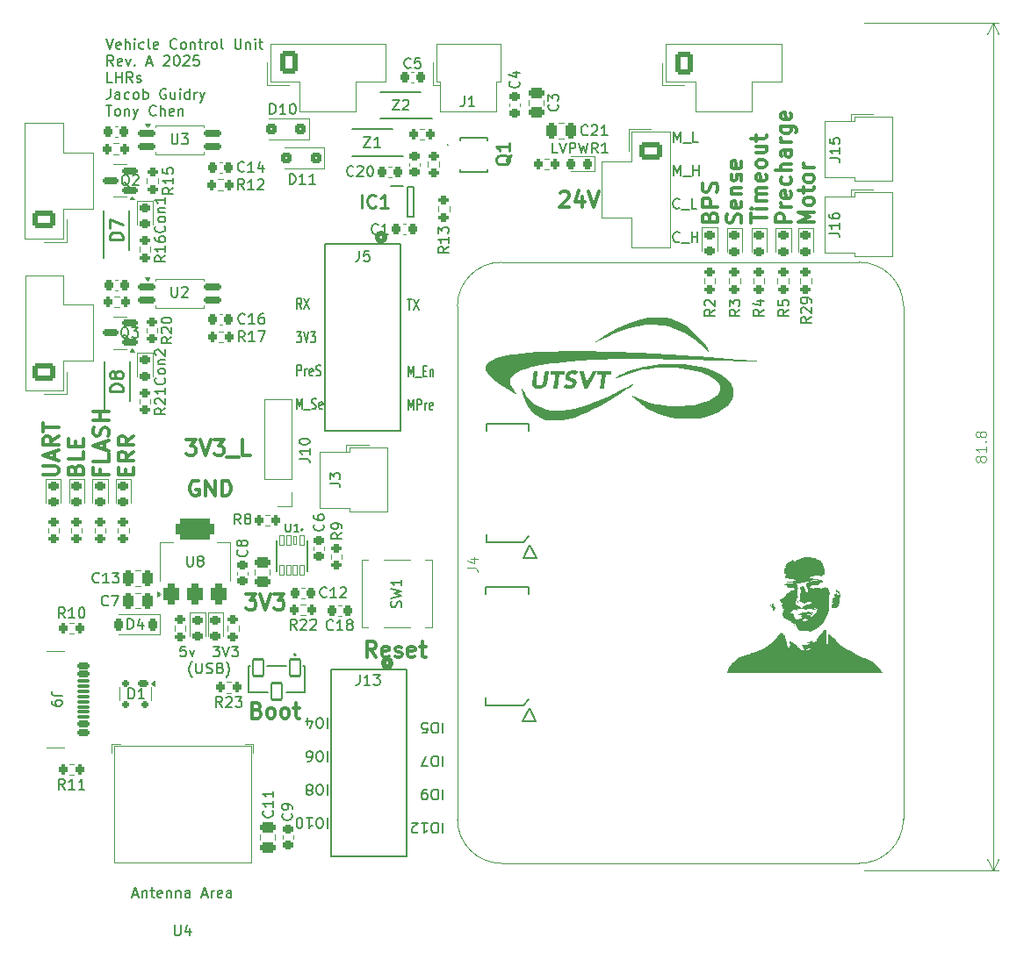
<source format=gbr>
%TF.GenerationSoftware,KiCad,Pcbnew,9.0.0*%
%TF.CreationDate,2025-08-25T23:02:16-05:00*%
%TF.ProjectId,VehicleControlUnit,56656869-636c-4654-936f-6e74726f6c55,rev?*%
%TF.SameCoordinates,Original*%
%TF.FileFunction,Legend,Top*%
%TF.FilePolarity,Positive*%
%FSLAX46Y46*%
G04 Gerber Fmt 4.6, Leading zero omitted, Abs format (unit mm)*
G04 Created by KiCad (PCBNEW 9.0.0) date 2025-08-25 23:02:16*
%MOMM*%
%LPD*%
G01*
G04 APERTURE LIST*
G04 Aperture macros list*
%AMRoundRect*
0 Rectangle with rounded corners*
0 $1 Rounding radius*
0 $2 $3 $4 $5 $6 $7 $8 $9 X,Y pos of 4 corners*
0 Add a 4 corners polygon primitive as box body*
4,1,4,$2,$3,$4,$5,$6,$7,$8,$9,$2,$3,0*
0 Add four circle primitives for the rounded corners*
1,1,$1+$1,$2,$3*
1,1,$1+$1,$4,$5*
1,1,$1+$1,$6,$7*
1,1,$1+$1,$8,$9*
0 Add four rect primitives between the rounded corners*
20,1,$1+$1,$2,$3,$4,$5,0*
20,1,$1+$1,$4,$5,$6,$7,0*
20,1,$1+$1,$6,$7,$8,$9,0*
20,1,$1+$1,$8,$9,$2,$3,0*%
%AMFreePoly0*
4,1,7,1.500000,0.866025,1.500000,-0.866025,0.000000,-1.732051,-1.500000,-0.866025,-1.500000,0.866025,0.000000,1.732051,1.500000,0.866025,1.500000,0.866025,$1*%
%AMFreePoly1*
4,1,22,0.945671,0.830970,1.026777,0.776777,1.080970,0.695671,1.100000,0.600000,1.100000,-0.600000,1.080970,-0.695671,1.026777,-0.776777,0.945671,-0.830970,0.850000,-0.850000,-0.450000,-0.850000,-0.545671,-0.830970,-0.626777,-0.776777,-1.026777,-0.376777,-1.080970,-0.295671,-1.100000,-0.200000,-1.100000,0.600000,-1.080970,0.695671,-1.026777,0.776777,-0.945671,0.830970,-0.850000,0.850000,
0.850000,0.850000,0.945671,0.830970,0.945671,0.830970,$1*%
%AMFreePoly2*
4,1,6,0.725000,-0.725000,-0.725000,-0.725000,-0.725000,0.125000,-0.125000,0.725000,0.725000,0.725000,0.725000,-0.725000,0.725000,-0.725000,$1*%
G04 Aperture macros list end*
%ADD10C,0.300000*%
%ADD11C,0.150000*%
%ADD12C,0.200000*%
%ADD13C,0.100000*%
%ADD14C,0.254000*%
%ADD15C,0.120000*%
%ADD16C,0.127000*%
%ADD17C,0.152400*%
%ADD18C,0.508000*%
%ADD19C,0.000000*%
%ADD20RoundRect,0.200000X0.275000X-0.200000X0.275000X0.200000X-0.275000X0.200000X-0.275000X-0.200000X0*%
%ADD21RoundRect,0.200000X-0.275000X0.200000X-0.275000X-0.200000X0.275000X-0.200000X0.275000X0.200000X0*%
%ADD22C,1.300000*%
%ADD23RoundRect,0.250000X0.600000X-0.850000X0.600000X0.850000X-0.600000X0.850000X-0.600000X-0.850000X0*%
%ADD24O,1.700000X2.200000*%
%ADD25RoundRect,0.065500X-0.196500X0.466500X-0.196500X-0.466500X0.196500X-0.466500X0.196500X0.466500X0*%
%ADD26RoundRect,0.040000X-0.120000X0.390000X-0.120000X-0.390000X0.120000X-0.390000X0.120000X0.390000X0*%
%ADD27R,2.400000X1.650000*%
%ADD28FreePoly0,0.000000*%
%ADD29RoundRect,0.250000X0.850000X0.600000X-0.850000X0.600000X-0.850000X-0.600000X0.850000X-0.600000X0*%
%ADD30O,2.200000X1.700000*%
%ADD31RoundRect,0.218750X-0.256250X0.218750X-0.256250X-0.218750X0.256250X-0.218750X0.256250X0.218750X0*%
%ADD32C,0.650000*%
%ADD33RoundRect,0.150000X-0.425000X0.150000X-0.425000X-0.150000X0.425000X-0.150000X0.425000X0.150000X0*%
%ADD34RoundRect,0.075000X-0.500000X0.075000X-0.500000X-0.075000X0.500000X-0.075000X0.500000X0.075000X0*%
%ADD35O,2.100000X1.000000*%
%ADD36O,1.800000X1.000000*%
%ADD37FreePoly1,0.000000*%
%ADD38RoundRect,0.200000X-0.200000X-0.275000X0.200000X-0.275000X0.200000X0.275000X-0.200000X0.275000X0*%
%ADD39R,1.970000X1.670000*%
%ADD40RoundRect,0.250000X0.300000X0.300000X-0.300000X0.300000X-0.300000X-0.300000X0.300000X-0.300000X0*%
%ADD41RoundRect,0.200000X0.200000X0.275000X-0.200000X0.275000X-0.200000X-0.275000X0.200000X-0.275000X0*%
%ADD42R,1.000000X2.750000*%
%ADD43C,1.524000*%
%ADD44RoundRect,0.150000X-0.662500X-0.150000X0.662500X-0.150000X0.662500X0.150000X-0.662500X0.150000X0*%
%ADD45RoundRect,0.102000X0.500000X0.800000X-0.500000X0.800000X-0.500000X-0.800000X0.500000X-0.800000X0*%
%ADD46RoundRect,0.218750X0.218750X0.256250X-0.218750X0.256250X-0.218750X-0.256250X0.218750X-0.256250X0*%
%ADD47FreePoly1,90.000000*%
%ADD48RoundRect,0.225000X-0.225000X-0.250000X0.225000X-0.250000X0.225000X0.250000X-0.225000X0.250000X0*%
%ADD49R,0.800000X0.400000*%
%ADD50R,0.400000X0.800000*%
%ADD51FreePoly2,180.000000*%
%ADD52R,1.450000X1.450000*%
%ADD53R,0.700000X0.700000*%
%ADD54C,3.200000*%
%ADD55R,1.890000X1.140000*%
%ADD56R,0.830000X0.400000*%
%ADD57R,0.620000X0.400000*%
%ADD58R,1.850000X2.250000*%
%ADD59R,0.130000X0.050000*%
%ADD60C,3.000000*%
%ADD61R,1.800000X0.550000*%
%ADD62RoundRect,0.250000X0.475000X-0.250000X0.475000X0.250000X-0.475000X0.250000X-0.475000X-0.250000X0*%
%ADD63RoundRect,0.250000X-0.850000X-0.600000X0.850000X-0.600000X0.850000X0.600000X-0.850000X0.600000X0*%
%ADD64R,1.200000X0.450000*%
%ADD65RoundRect,0.225000X0.225000X0.250000X-0.225000X0.250000X-0.225000X-0.250000X0.225000X-0.250000X0*%
%ADD66RoundRect,0.225000X0.250000X-0.225000X0.250000X0.225000X-0.250000X0.225000X-0.250000X-0.225000X0*%
%ADD67RoundRect,0.250000X-0.475000X0.250000X-0.475000X-0.250000X0.475000X-0.250000X0.475000X0.250000X0*%
%ADD68RoundRect,0.375000X0.375000X-0.625000X0.375000X0.625000X-0.375000X0.625000X-0.375000X-0.625000X0*%
%ADD69RoundRect,0.500000X1.400000X-0.500000X1.400000X0.500000X-1.400000X0.500000X-1.400000X-0.500000X0*%
%ADD70RoundRect,0.225000X-0.250000X0.225000X-0.250000X-0.225000X0.250000X-0.225000X0.250000X0.225000X0*%
%ADD71RoundRect,0.250000X0.250000X0.475000X-0.250000X0.475000X-0.250000X-0.475000X0.250000X-0.475000X0*%
%ADD72RoundRect,0.150000X0.587500X0.150000X-0.587500X0.150000X-0.587500X-0.150000X0.587500X-0.150000X0*%
%ADD73RoundRect,0.225000X0.225000X0.375000X-0.225000X0.375000X-0.225000X-0.375000X0.225000X-0.375000X0*%
%ADD74RoundRect,0.175000X-0.325000X0.175000X-0.325000X-0.175000X0.325000X-0.175000X0.325000X0.175000X0*%
%ADD75RoundRect,0.150000X-0.150000X0.200000X-0.150000X-0.200000X0.150000X-0.200000X0.150000X0.200000X0*%
%ADD76RoundRect,0.250000X-0.250000X-0.475000X0.250000X-0.475000X0.250000X0.475000X-0.250000X0.475000X0*%
%ADD77R,1.700000X1.700000*%
%ADD78O,1.700000X1.700000*%
G04 APERTURE END LIST*
D10*
X176415114Y-78745489D02*
X176486542Y-78531203D01*
X176486542Y-78531203D02*
X176557971Y-78459774D01*
X176557971Y-78459774D02*
X176700828Y-78388346D01*
X176700828Y-78388346D02*
X176915114Y-78388346D01*
X176915114Y-78388346D02*
X177057971Y-78459774D01*
X177057971Y-78459774D02*
X177129400Y-78531203D01*
X177129400Y-78531203D02*
X177200828Y-78674060D01*
X177200828Y-78674060D02*
X177200828Y-79245489D01*
X177200828Y-79245489D02*
X175700828Y-79245489D01*
X175700828Y-79245489D02*
X175700828Y-78745489D01*
X175700828Y-78745489D02*
X175772257Y-78602632D01*
X175772257Y-78602632D02*
X175843685Y-78531203D01*
X175843685Y-78531203D02*
X175986542Y-78459774D01*
X175986542Y-78459774D02*
X176129400Y-78459774D01*
X176129400Y-78459774D02*
X176272257Y-78531203D01*
X176272257Y-78531203D02*
X176343685Y-78602632D01*
X176343685Y-78602632D02*
X176415114Y-78745489D01*
X176415114Y-78745489D02*
X176415114Y-79245489D01*
X177200828Y-77745489D02*
X175700828Y-77745489D01*
X175700828Y-77745489D02*
X175700828Y-77174060D01*
X175700828Y-77174060D02*
X175772257Y-77031203D01*
X175772257Y-77031203D02*
X175843685Y-76959774D01*
X175843685Y-76959774D02*
X175986542Y-76888346D01*
X175986542Y-76888346D02*
X176200828Y-76888346D01*
X176200828Y-76888346D02*
X176343685Y-76959774D01*
X176343685Y-76959774D02*
X176415114Y-77031203D01*
X176415114Y-77031203D02*
X176486542Y-77174060D01*
X176486542Y-77174060D02*
X176486542Y-77745489D01*
X177129400Y-76316917D02*
X177200828Y-76102632D01*
X177200828Y-76102632D02*
X177200828Y-75745489D01*
X177200828Y-75745489D02*
X177129400Y-75602632D01*
X177129400Y-75602632D02*
X177057971Y-75531203D01*
X177057971Y-75531203D02*
X176915114Y-75459774D01*
X176915114Y-75459774D02*
X176772257Y-75459774D01*
X176772257Y-75459774D02*
X176629400Y-75531203D01*
X176629400Y-75531203D02*
X176557971Y-75602632D01*
X176557971Y-75602632D02*
X176486542Y-75745489D01*
X176486542Y-75745489D02*
X176415114Y-76031203D01*
X176415114Y-76031203D02*
X176343685Y-76174060D01*
X176343685Y-76174060D02*
X176272257Y-76245489D01*
X176272257Y-76245489D02*
X176129400Y-76316917D01*
X176129400Y-76316917D02*
X175986542Y-76316917D01*
X175986542Y-76316917D02*
X175843685Y-76245489D01*
X175843685Y-76245489D02*
X175772257Y-76174060D01*
X175772257Y-76174060D02*
X175700828Y-76031203D01*
X175700828Y-76031203D02*
X175700828Y-75674060D01*
X175700828Y-75674060D02*
X175772257Y-75459774D01*
X125961653Y-100225828D02*
X126890225Y-100225828D01*
X126890225Y-100225828D02*
X126390225Y-100797257D01*
X126390225Y-100797257D02*
X126604510Y-100797257D01*
X126604510Y-100797257D02*
X126747368Y-100868685D01*
X126747368Y-100868685D02*
X126818796Y-100940114D01*
X126818796Y-100940114D02*
X126890225Y-101082971D01*
X126890225Y-101082971D02*
X126890225Y-101440114D01*
X126890225Y-101440114D02*
X126818796Y-101582971D01*
X126818796Y-101582971D02*
X126747368Y-101654400D01*
X126747368Y-101654400D02*
X126604510Y-101725828D01*
X126604510Y-101725828D02*
X126175939Y-101725828D01*
X126175939Y-101725828D02*
X126033082Y-101654400D01*
X126033082Y-101654400D02*
X125961653Y-101582971D01*
X127318796Y-100225828D02*
X127818796Y-101725828D01*
X127818796Y-101725828D02*
X128318796Y-100225828D01*
X128675938Y-100225828D02*
X129604510Y-100225828D01*
X129604510Y-100225828D02*
X129104510Y-100797257D01*
X129104510Y-100797257D02*
X129318795Y-100797257D01*
X129318795Y-100797257D02*
X129461653Y-100868685D01*
X129461653Y-100868685D02*
X129533081Y-100940114D01*
X129533081Y-100940114D02*
X129604510Y-101082971D01*
X129604510Y-101082971D02*
X129604510Y-101440114D01*
X129604510Y-101440114D02*
X129533081Y-101582971D01*
X129533081Y-101582971D02*
X129461653Y-101654400D01*
X129461653Y-101654400D02*
X129318795Y-101725828D01*
X129318795Y-101725828D02*
X128890224Y-101725828D01*
X128890224Y-101725828D02*
X128747367Y-101654400D01*
X128747367Y-101654400D02*
X128675938Y-101582971D01*
X129890224Y-101868685D02*
X131033081Y-101868685D01*
X132104509Y-101725828D02*
X131390223Y-101725828D01*
X131390223Y-101725828D02*
X131390223Y-100225828D01*
X186500828Y-79245489D02*
X185000828Y-79245489D01*
X185000828Y-79245489D02*
X186072257Y-78745489D01*
X186072257Y-78745489D02*
X185000828Y-78245489D01*
X185000828Y-78245489D02*
X186500828Y-78245489D01*
X186500828Y-77316917D02*
X186429400Y-77459774D01*
X186429400Y-77459774D02*
X186357971Y-77531203D01*
X186357971Y-77531203D02*
X186215114Y-77602631D01*
X186215114Y-77602631D02*
X185786542Y-77602631D01*
X185786542Y-77602631D02*
X185643685Y-77531203D01*
X185643685Y-77531203D02*
X185572257Y-77459774D01*
X185572257Y-77459774D02*
X185500828Y-77316917D01*
X185500828Y-77316917D02*
X185500828Y-77102631D01*
X185500828Y-77102631D02*
X185572257Y-76959774D01*
X185572257Y-76959774D02*
X185643685Y-76888346D01*
X185643685Y-76888346D02*
X185786542Y-76816917D01*
X185786542Y-76816917D02*
X186215114Y-76816917D01*
X186215114Y-76816917D02*
X186357971Y-76888346D01*
X186357971Y-76888346D02*
X186429400Y-76959774D01*
X186429400Y-76959774D02*
X186500828Y-77102631D01*
X186500828Y-77102631D02*
X186500828Y-77316917D01*
X185500828Y-76388345D02*
X185500828Y-75816917D01*
X185000828Y-76174060D02*
X186286542Y-76174060D01*
X186286542Y-76174060D02*
X186429400Y-76102631D01*
X186429400Y-76102631D02*
X186500828Y-75959774D01*
X186500828Y-75959774D02*
X186500828Y-75816917D01*
X186500828Y-75102631D02*
X186429400Y-75245488D01*
X186429400Y-75245488D02*
X186357971Y-75316917D01*
X186357971Y-75316917D02*
X186215114Y-75388345D01*
X186215114Y-75388345D02*
X185786542Y-75388345D01*
X185786542Y-75388345D02*
X185643685Y-75316917D01*
X185643685Y-75316917D02*
X185572257Y-75245488D01*
X185572257Y-75245488D02*
X185500828Y-75102631D01*
X185500828Y-75102631D02*
X185500828Y-74888345D01*
X185500828Y-74888345D02*
X185572257Y-74745488D01*
X185572257Y-74745488D02*
X185643685Y-74674060D01*
X185643685Y-74674060D02*
X185786542Y-74602631D01*
X185786542Y-74602631D02*
X186215114Y-74602631D01*
X186215114Y-74602631D02*
X186357971Y-74674060D01*
X186357971Y-74674060D02*
X186429400Y-74745488D01*
X186429400Y-74745488D02*
X186500828Y-74888345D01*
X186500828Y-74888345D02*
X186500828Y-75102631D01*
X186500828Y-73959774D02*
X185500828Y-73959774D01*
X185786542Y-73959774D02*
X185643685Y-73888345D01*
X185643685Y-73888345D02*
X185572257Y-73816917D01*
X185572257Y-73816917D02*
X185500828Y-73674059D01*
X185500828Y-73674059D02*
X185500828Y-73531202D01*
D11*
X125889285Y-120159875D02*
X125413095Y-120159875D01*
X125413095Y-120159875D02*
X125365476Y-120636065D01*
X125365476Y-120636065D02*
X125413095Y-120588446D01*
X125413095Y-120588446D02*
X125508333Y-120540827D01*
X125508333Y-120540827D02*
X125746428Y-120540827D01*
X125746428Y-120540827D02*
X125841666Y-120588446D01*
X125841666Y-120588446D02*
X125889285Y-120636065D01*
X125889285Y-120636065D02*
X125936904Y-120731303D01*
X125936904Y-120731303D02*
X125936904Y-120969398D01*
X125936904Y-120969398D02*
X125889285Y-121064636D01*
X125889285Y-121064636D02*
X125841666Y-121112256D01*
X125841666Y-121112256D02*
X125746428Y-121159875D01*
X125746428Y-121159875D02*
X125508333Y-121159875D01*
X125508333Y-121159875D02*
X125413095Y-121112256D01*
X125413095Y-121112256D02*
X125365476Y-121064636D01*
X126270238Y-120493208D02*
X126508333Y-121159875D01*
X126508333Y-121159875D02*
X126746428Y-120493208D01*
X128555953Y-120159875D02*
X129175000Y-120159875D01*
X129175000Y-120159875D02*
X128841667Y-120540827D01*
X128841667Y-120540827D02*
X128984524Y-120540827D01*
X128984524Y-120540827D02*
X129079762Y-120588446D01*
X129079762Y-120588446D02*
X129127381Y-120636065D01*
X129127381Y-120636065D02*
X129175000Y-120731303D01*
X129175000Y-120731303D02*
X129175000Y-120969398D01*
X129175000Y-120969398D02*
X129127381Y-121064636D01*
X129127381Y-121064636D02*
X129079762Y-121112256D01*
X129079762Y-121112256D02*
X128984524Y-121159875D01*
X128984524Y-121159875D02*
X128698810Y-121159875D01*
X128698810Y-121159875D02*
X128603572Y-121112256D01*
X128603572Y-121112256D02*
X128555953Y-121064636D01*
X129460715Y-120159875D02*
X129794048Y-121159875D01*
X129794048Y-121159875D02*
X130127381Y-120159875D01*
X130365477Y-120159875D02*
X130984524Y-120159875D01*
X130984524Y-120159875D02*
X130651191Y-120540827D01*
X130651191Y-120540827D02*
X130794048Y-120540827D01*
X130794048Y-120540827D02*
X130889286Y-120588446D01*
X130889286Y-120588446D02*
X130936905Y-120636065D01*
X130936905Y-120636065D02*
X130984524Y-120731303D01*
X130984524Y-120731303D02*
X130984524Y-120969398D01*
X130984524Y-120969398D02*
X130936905Y-121064636D01*
X130936905Y-121064636D02*
X130889286Y-121112256D01*
X130889286Y-121112256D02*
X130794048Y-121159875D01*
X130794048Y-121159875D02*
X130508334Y-121159875D01*
X130508334Y-121159875D02*
X130413096Y-121112256D01*
X130413096Y-121112256D02*
X130365477Y-121064636D01*
X126532142Y-123150771D02*
X126484523Y-123103152D01*
X126484523Y-123103152D02*
X126389285Y-122960295D01*
X126389285Y-122960295D02*
X126341666Y-122865057D01*
X126341666Y-122865057D02*
X126294047Y-122722200D01*
X126294047Y-122722200D02*
X126246428Y-122484104D01*
X126246428Y-122484104D02*
X126246428Y-122293628D01*
X126246428Y-122293628D02*
X126294047Y-122055533D01*
X126294047Y-122055533D02*
X126341666Y-121912676D01*
X126341666Y-121912676D02*
X126389285Y-121817438D01*
X126389285Y-121817438D02*
X126484523Y-121674580D01*
X126484523Y-121674580D02*
X126532142Y-121626961D01*
X126913095Y-121769819D02*
X126913095Y-122579342D01*
X126913095Y-122579342D02*
X126960714Y-122674580D01*
X126960714Y-122674580D02*
X127008333Y-122722200D01*
X127008333Y-122722200D02*
X127103571Y-122769819D01*
X127103571Y-122769819D02*
X127294047Y-122769819D01*
X127294047Y-122769819D02*
X127389285Y-122722200D01*
X127389285Y-122722200D02*
X127436904Y-122674580D01*
X127436904Y-122674580D02*
X127484523Y-122579342D01*
X127484523Y-122579342D02*
X127484523Y-121769819D01*
X127913095Y-122722200D02*
X128055952Y-122769819D01*
X128055952Y-122769819D02*
X128294047Y-122769819D01*
X128294047Y-122769819D02*
X128389285Y-122722200D01*
X128389285Y-122722200D02*
X128436904Y-122674580D01*
X128436904Y-122674580D02*
X128484523Y-122579342D01*
X128484523Y-122579342D02*
X128484523Y-122484104D01*
X128484523Y-122484104D02*
X128436904Y-122388866D01*
X128436904Y-122388866D02*
X128389285Y-122341247D01*
X128389285Y-122341247D02*
X128294047Y-122293628D01*
X128294047Y-122293628D02*
X128103571Y-122246009D01*
X128103571Y-122246009D02*
X128008333Y-122198390D01*
X128008333Y-122198390D02*
X127960714Y-122150771D01*
X127960714Y-122150771D02*
X127913095Y-122055533D01*
X127913095Y-122055533D02*
X127913095Y-121960295D01*
X127913095Y-121960295D02*
X127960714Y-121865057D01*
X127960714Y-121865057D02*
X128008333Y-121817438D01*
X128008333Y-121817438D02*
X128103571Y-121769819D01*
X128103571Y-121769819D02*
X128341666Y-121769819D01*
X128341666Y-121769819D02*
X128484523Y-121817438D01*
X129246428Y-122246009D02*
X129389285Y-122293628D01*
X129389285Y-122293628D02*
X129436904Y-122341247D01*
X129436904Y-122341247D02*
X129484523Y-122436485D01*
X129484523Y-122436485D02*
X129484523Y-122579342D01*
X129484523Y-122579342D02*
X129436904Y-122674580D01*
X129436904Y-122674580D02*
X129389285Y-122722200D01*
X129389285Y-122722200D02*
X129294047Y-122769819D01*
X129294047Y-122769819D02*
X128913095Y-122769819D01*
X128913095Y-122769819D02*
X128913095Y-121769819D01*
X128913095Y-121769819D02*
X129246428Y-121769819D01*
X129246428Y-121769819D02*
X129341666Y-121817438D01*
X129341666Y-121817438D02*
X129389285Y-121865057D01*
X129389285Y-121865057D02*
X129436904Y-121960295D01*
X129436904Y-121960295D02*
X129436904Y-122055533D01*
X129436904Y-122055533D02*
X129389285Y-122150771D01*
X129389285Y-122150771D02*
X129341666Y-122198390D01*
X129341666Y-122198390D02*
X129246428Y-122246009D01*
X129246428Y-122246009D02*
X128913095Y-122246009D01*
X129817857Y-123150771D02*
X129865476Y-123103152D01*
X129865476Y-123103152D02*
X129960714Y-122960295D01*
X129960714Y-122960295D02*
X130008333Y-122865057D01*
X130008333Y-122865057D02*
X130055952Y-122722200D01*
X130055952Y-122722200D02*
X130103571Y-122484104D01*
X130103571Y-122484104D02*
X130103571Y-122293628D01*
X130103571Y-122293628D02*
X130055952Y-122055533D01*
X130055952Y-122055533D02*
X130008333Y-121912676D01*
X130008333Y-121912676D02*
X129960714Y-121817438D01*
X129960714Y-121817438D02*
X129865476Y-121674580D01*
X129865476Y-121674580D02*
X129817857Y-121626961D01*
D10*
X112156080Y-103595489D02*
X113370366Y-103595489D01*
X113370366Y-103595489D02*
X113513223Y-103524060D01*
X113513223Y-103524060D02*
X113584652Y-103452632D01*
X113584652Y-103452632D02*
X113656080Y-103309774D01*
X113656080Y-103309774D02*
X113656080Y-103024060D01*
X113656080Y-103024060D02*
X113584652Y-102881203D01*
X113584652Y-102881203D02*
X113513223Y-102809774D01*
X113513223Y-102809774D02*
X113370366Y-102738346D01*
X113370366Y-102738346D02*
X112156080Y-102738346D01*
X113227509Y-102095488D02*
X113227509Y-101381203D01*
X113656080Y-102238345D02*
X112156080Y-101738345D01*
X112156080Y-101738345D02*
X113656080Y-101238345D01*
X113656080Y-99881203D02*
X112941794Y-100381203D01*
X113656080Y-100738346D02*
X112156080Y-100738346D01*
X112156080Y-100738346D02*
X112156080Y-100166917D01*
X112156080Y-100166917D02*
X112227509Y-100024060D01*
X112227509Y-100024060D02*
X112298937Y-99952631D01*
X112298937Y-99952631D02*
X112441794Y-99881203D01*
X112441794Y-99881203D02*
X112656080Y-99881203D01*
X112656080Y-99881203D02*
X112798937Y-99952631D01*
X112798937Y-99952631D02*
X112870366Y-100024060D01*
X112870366Y-100024060D02*
X112941794Y-100166917D01*
X112941794Y-100166917D02*
X112941794Y-100738346D01*
X112156080Y-99452631D02*
X112156080Y-98595489D01*
X113656080Y-99024060D02*
X112156080Y-99024060D01*
X115285282Y-103095489D02*
X115356710Y-102881203D01*
X115356710Y-102881203D02*
X115428139Y-102809774D01*
X115428139Y-102809774D02*
X115570996Y-102738346D01*
X115570996Y-102738346D02*
X115785282Y-102738346D01*
X115785282Y-102738346D02*
X115928139Y-102809774D01*
X115928139Y-102809774D02*
X115999568Y-102881203D01*
X115999568Y-102881203D02*
X116070996Y-103024060D01*
X116070996Y-103024060D02*
X116070996Y-103595489D01*
X116070996Y-103595489D02*
X114570996Y-103595489D01*
X114570996Y-103595489D02*
X114570996Y-103095489D01*
X114570996Y-103095489D02*
X114642425Y-102952632D01*
X114642425Y-102952632D02*
X114713853Y-102881203D01*
X114713853Y-102881203D02*
X114856710Y-102809774D01*
X114856710Y-102809774D02*
X114999568Y-102809774D01*
X114999568Y-102809774D02*
X115142425Y-102881203D01*
X115142425Y-102881203D02*
X115213853Y-102952632D01*
X115213853Y-102952632D02*
X115285282Y-103095489D01*
X115285282Y-103095489D02*
X115285282Y-103595489D01*
X116070996Y-101381203D02*
X116070996Y-102095489D01*
X116070996Y-102095489D02*
X114570996Y-102095489D01*
X115285282Y-100881203D02*
X115285282Y-100381203D01*
X116070996Y-100166917D02*
X116070996Y-100881203D01*
X116070996Y-100881203D02*
X114570996Y-100881203D01*
X114570996Y-100881203D02*
X114570996Y-100166917D01*
X117700198Y-103095489D02*
X117700198Y-103595489D01*
X118485912Y-103595489D02*
X116985912Y-103595489D01*
X116985912Y-103595489D02*
X116985912Y-102881203D01*
X118485912Y-101595489D02*
X118485912Y-102309775D01*
X118485912Y-102309775D02*
X116985912Y-102309775D01*
X118057341Y-101166917D02*
X118057341Y-100452632D01*
X118485912Y-101309774D02*
X116985912Y-100809774D01*
X116985912Y-100809774D02*
X118485912Y-100309774D01*
X118414484Y-99881203D02*
X118485912Y-99666918D01*
X118485912Y-99666918D02*
X118485912Y-99309775D01*
X118485912Y-99309775D02*
X118414484Y-99166918D01*
X118414484Y-99166918D02*
X118343055Y-99095489D01*
X118343055Y-99095489D02*
X118200198Y-99024060D01*
X118200198Y-99024060D02*
X118057341Y-99024060D01*
X118057341Y-99024060D02*
X117914484Y-99095489D01*
X117914484Y-99095489D02*
X117843055Y-99166918D01*
X117843055Y-99166918D02*
X117771626Y-99309775D01*
X117771626Y-99309775D02*
X117700198Y-99595489D01*
X117700198Y-99595489D02*
X117628769Y-99738346D01*
X117628769Y-99738346D02*
X117557341Y-99809775D01*
X117557341Y-99809775D02*
X117414484Y-99881203D01*
X117414484Y-99881203D02*
X117271626Y-99881203D01*
X117271626Y-99881203D02*
X117128769Y-99809775D01*
X117128769Y-99809775D02*
X117057341Y-99738346D01*
X117057341Y-99738346D02*
X116985912Y-99595489D01*
X116985912Y-99595489D02*
X116985912Y-99238346D01*
X116985912Y-99238346D02*
X117057341Y-99024060D01*
X118485912Y-98381204D02*
X116985912Y-98381204D01*
X117700198Y-98381204D02*
X117700198Y-97524061D01*
X118485912Y-97524061D02*
X116985912Y-97524061D01*
X120115114Y-103595489D02*
X120115114Y-103095489D01*
X120900828Y-102881203D02*
X120900828Y-103595489D01*
X120900828Y-103595489D02*
X119400828Y-103595489D01*
X119400828Y-103595489D02*
X119400828Y-102881203D01*
X120900828Y-101381203D02*
X120186542Y-101881203D01*
X120900828Y-102238346D02*
X119400828Y-102238346D01*
X119400828Y-102238346D02*
X119400828Y-101666917D01*
X119400828Y-101666917D02*
X119472257Y-101524060D01*
X119472257Y-101524060D02*
X119543685Y-101452631D01*
X119543685Y-101452631D02*
X119686542Y-101381203D01*
X119686542Y-101381203D02*
X119900828Y-101381203D01*
X119900828Y-101381203D02*
X120043685Y-101452631D01*
X120043685Y-101452631D02*
X120115114Y-101524060D01*
X120115114Y-101524060D02*
X120186542Y-101666917D01*
X120186542Y-101666917D02*
X120186542Y-102238346D01*
X120900828Y-99881203D02*
X120186542Y-100381203D01*
X120900828Y-100738346D02*
X119400828Y-100738346D01*
X119400828Y-100738346D02*
X119400828Y-100166917D01*
X119400828Y-100166917D02*
X119472257Y-100024060D01*
X119472257Y-100024060D02*
X119543685Y-99952631D01*
X119543685Y-99952631D02*
X119686542Y-99881203D01*
X119686542Y-99881203D02*
X119900828Y-99881203D01*
X119900828Y-99881203D02*
X120043685Y-99952631D01*
X120043685Y-99952631D02*
X120115114Y-100024060D01*
X120115114Y-100024060D02*
X120186542Y-100166917D01*
X120186542Y-100166917D02*
X120186542Y-100738346D01*
X144261653Y-121175828D02*
X143761653Y-120461542D01*
X143404510Y-121175828D02*
X143404510Y-119675828D01*
X143404510Y-119675828D02*
X143975939Y-119675828D01*
X143975939Y-119675828D02*
X144118796Y-119747257D01*
X144118796Y-119747257D02*
X144190225Y-119818685D01*
X144190225Y-119818685D02*
X144261653Y-119961542D01*
X144261653Y-119961542D02*
X144261653Y-120175828D01*
X144261653Y-120175828D02*
X144190225Y-120318685D01*
X144190225Y-120318685D02*
X144118796Y-120390114D01*
X144118796Y-120390114D02*
X143975939Y-120461542D01*
X143975939Y-120461542D02*
X143404510Y-120461542D01*
X145475939Y-121104400D02*
X145333082Y-121175828D01*
X145333082Y-121175828D02*
X145047368Y-121175828D01*
X145047368Y-121175828D02*
X144904510Y-121104400D01*
X144904510Y-121104400D02*
X144833082Y-120961542D01*
X144833082Y-120961542D02*
X144833082Y-120390114D01*
X144833082Y-120390114D02*
X144904510Y-120247257D01*
X144904510Y-120247257D02*
X145047368Y-120175828D01*
X145047368Y-120175828D02*
X145333082Y-120175828D01*
X145333082Y-120175828D02*
X145475939Y-120247257D01*
X145475939Y-120247257D02*
X145547368Y-120390114D01*
X145547368Y-120390114D02*
X145547368Y-120532971D01*
X145547368Y-120532971D02*
X144833082Y-120675828D01*
X146118796Y-121104400D02*
X146261653Y-121175828D01*
X146261653Y-121175828D02*
X146547367Y-121175828D01*
X146547367Y-121175828D02*
X146690224Y-121104400D01*
X146690224Y-121104400D02*
X146761653Y-120961542D01*
X146761653Y-120961542D02*
X146761653Y-120890114D01*
X146761653Y-120890114D02*
X146690224Y-120747257D01*
X146690224Y-120747257D02*
X146547367Y-120675828D01*
X146547367Y-120675828D02*
X146333082Y-120675828D01*
X146333082Y-120675828D02*
X146190224Y-120604400D01*
X146190224Y-120604400D02*
X146118796Y-120461542D01*
X146118796Y-120461542D02*
X146118796Y-120390114D01*
X146118796Y-120390114D02*
X146190224Y-120247257D01*
X146190224Y-120247257D02*
X146333082Y-120175828D01*
X146333082Y-120175828D02*
X146547367Y-120175828D01*
X146547367Y-120175828D02*
X146690224Y-120247257D01*
X147975939Y-121104400D02*
X147833082Y-121175828D01*
X147833082Y-121175828D02*
X147547368Y-121175828D01*
X147547368Y-121175828D02*
X147404510Y-121104400D01*
X147404510Y-121104400D02*
X147333082Y-120961542D01*
X147333082Y-120961542D02*
X147333082Y-120390114D01*
X147333082Y-120390114D02*
X147404510Y-120247257D01*
X147404510Y-120247257D02*
X147547368Y-120175828D01*
X147547368Y-120175828D02*
X147833082Y-120175828D01*
X147833082Y-120175828D02*
X147975939Y-120247257D01*
X147975939Y-120247257D02*
X148047368Y-120390114D01*
X148047368Y-120390114D02*
X148047368Y-120532971D01*
X148047368Y-120532971D02*
X147333082Y-120675828D01*
X148475939Y-120175828D02*
X149047367Y-120175828D01*
X148690224Y-119675828D02*
X148690224Y-120961542D01*
X148690224Y-120961542D02*
X148761653Y-121104400D01*
X148761653Y-121104400D02*
X148904510Y-121175828D01*
X148904510Y-121175828D02*
X149047367Y-121175828D01*
X179429400Y-79316917D02*
X179500828Y-79102632D01*
X179500828Y-79102632D02*
X179500828Y-78745489D01*
X179500828Y-78745489D02*
X179429400Y-78602632D01*
X179429400Y-78602632D02*
X179357971Y-78531203D01*
X179357971Y-78531203D02*
X179215114Y-78459774D01*
X179215114Y-78459774D02*
X179072257Y-78459774D01*
X179072257Y-78459774D02*
X178929400Y-78531203D01*
X178929400Y-78531203D02*
X178857971Y-78602632D01*
X178857971Y-78602632D02*
X178786542Y-78745489D01*
X178786542Y-78745489D02*
X178715114Y-79031203D01*
X178715114Y-79031203D02*
X178643685Y-79174060D01*
X178643685Y-79174060D02*
X178572257Y-79245489D01*
X178572257Y-79245489D02*
X178429400Y-79316917D01*
X178429400Y-79316917D02*
X178286542Y-79316917D01*
X178286542Y-79316917D02*
X178143685Y-79245489D01*
X178143685Y-79245489D02*
X178072257Y-79174060D01*
X178072257Y-79174060D02*
X178000828Y-79031203D01*
X178000828Y-79031203D02*
X178000828Y-78674060D01*
X178000828Y-78674060D02*
X178072257Y-78459774D01*
X179429400Y-77245489D02*
X179500828Y-77388346D01*
X179500828Y-77388346D02*
X179500828Y-77674061D01*
X179500828Y-77674061D02*
X179429400Y-77816918D01*
X179429400Y-77816918D02*
X179286542Y-77888346D01*
X179286542Y-77888346D02*
X178715114Y-77888346D01*
X178715114Y-77888346D02*
X178572257Y-77816918D01*
X178572257Y-77816918D02*
X178500828Y-77674061D01*
X178500828Y-77674061D02*
X178500828Y-77388346D01*
X178500828Y-77388346D02*
X178572257Y-77245489D01*
X178572257Y-77245489D02*
X178715114Y-77174061D01*
X178715114Y-77174061D02*
X178857971Y-77174061D01*
X178857971Y-77174061D02*
X179000828Y-77888346D01*
X178500828Y-76531204D02*
X179500828Y-76531204D01*
X178643685Y-76531204D02*
X178572257Y-76459775D01*
X178572257Y-76459775D02*
X178500828Y-76316918D01*
X178500828Y-76316918D02*
X178500828Y-76102632D01*
X178500828Y-76102632D02*
X178572257Y-75959775D01*
X178572257Y-75959775D02*
X178715114Y-75888347D01*
X178715114Y-75888347D02*
X179500828Y-75888347D01*
X179429400Y-75245489D02*
X179500828Y-75102632D01*
X179500828Y-75102632D02*
X179500828Y-74816918D01*
X179500828Y-74816918D02*
X179429400Y-74674061D01*
X179429400Y-74674061D02*
X179286542Y-74602632D01*
X179286542Y-74602632D02*
X179215114Y-74602632D01*
X179215114Y-74602632D02*
X179072257Y-74674061D01*
X179072257Y-74674061D02*
X179000828Y-74816918D01*
X179000828Y-74816918D02*
X179000828Y-75031204D01*
X179000828Y-75031204D02*
X178929400Y-75174061D01*
X178929400Y-75174061D02*
X178786542Y-75245489D01*
X178786542Y-75245489D02*
X178715114Y-75245489D01*
X178715114Y-75245489D02*
X178572257Y-75174061D01*
X178572257Y-75174061D02*
X178500828Y-75031204D01*
X178500828Y-75031204D02*
X178500828Y-74816918D01*
X178500828Y-74816918D02*
X178572257Y-74674061D01*
X179429400Y-73388346D02*
X179500828Y-73531203D01*
X179500828Y-73531203D02*
X179500828Y-73816918D01*
X179500828Y-73816918D02*
X179429400Y-73959775D01*
X179429400Y-73959775D02*
X179286542Y-74031203D01*
X179286542Y-74031203D02*
X178715114Y-74031203D01*
X178715114Y-74031203D02*
X178572257Y-73959775D01*
X178572257Y-73959775D02*
X178500828Y-73816918D01*
X178500828Y-73816918D02*
X178500828Y-73531203D01*
X178500828Y-73531203D02*
X178572257Y-73388346D01*
X178572257Y-73388346D02*
X178715114Y-73316918D01*
X178715114Y-73316918D02*
X178857971Y-73316918D01*
X178857971Y-73316918D02*
X179000828Y-74031203D01*
X132804510Y-126315114D02*
X133018796Y-126386542D01*
X133018796Y-126386542D02*
X133090225Y-126457971D01*
X133090225Y-126457971D02*
X133161653Y-126600828D01*
X133161653Y-126600828D02*
X133161653Y-126815114D01*
X133161653Y-126815114D02*
X133090225Y-126957971D01*
X133090225Y-126957971D02*
X133018796Y-127029400D01*
X133018796Y-127029400D02*
X132875939Y-127100828D01*
X132875939Y-127100828D02*
X132304510Y-127100828D01*
X132304510Y-127100828D02*
X132304510Y-125600828D01*
X132304510Y-125600828D02*
X132804510Y-125600828D01*
X132804510Y-125600828D02*
X132947368Y-125672257D01*
X132947368Y-125672257D02*
X133018796Y-125743685D01*
X133018796Y-125743685D02*
X133090225Y-125886542D01*
X133090225Y-125886542D02*
X133090225Y-126029400D01*
X133090225Y-126029400D02*
X133018796Y-126172257D01*
X133018796Y-126172257D02*
X132947368Y-126243685D01*
X132947368Y-126243685D02*
X132804510Y-126315114D01*
X132804510Y-126315114D02*
X132304510Y-126315114D01*
X134018796Y-127100828D02*
X133875939Y-127029400D01*
X133875939Y-127029400D02*
X133804510Y-126957971D01*
X133804510Y-126957971D02*
X133733082Y-126815114D01*
X133733082Y-126815114D02*
X133733082Y-126386542D01*
X133733082Y-126386542D02*
X133804510Y-126243685D01*
X133804510Y-126243685D02*
X133875939Y-126172257D01*
X133875939Y-126172257D02*
X134018796Y-126100828D01*
X134018796Y-126100828D02*
X134233082Y-126100828D01*
X134233082Y-126100828D02*
X134375939Y-126172257D01*
X134375939Y-126172257D02*
X134447368Y-126243685D01*
X134447368Y-126243685D02*
X134518796Y-126386542D01*
X134518796Y-126386542D02*
X134518796Y-126815114D01*
X134518796Y-126815114D02*
X134447368Y-126957971D01*
X134447368Y-126957971D02*
X134375939Y-127029400D01*
X134375939Y-127029400D02*
X134233082Y-127100828D01*
X134233082Y-127100828D02*
X134018796Y-127100828D01*
X135375939Y-127100828D02*
X135233082Y-127029400D01*
X135233082Y-127029400D02*
X135161653Y-126957971D01*
X135161653Y-126957971D02*
X135090225Y-126815114D01*
X135090225Y-126815114D02*
X135090225Y-126386542D01*
X135090225Y-126386542D02*
X135161653Y-126243685D01*
X135161653Y-126243685D02*
X135233082Y-126172257D01*
X135233082Y-126172257D02*
X135375939Y-126100828D01*
X135375939Y-126100828D02*
X135590225Y-126100828D01*
X135590225Y-126100828D02*
X135733082Y-126172257D01*
X135733082Y-126172257D02*
X135804511Y-126243685D01*
X135804511Y-126243685D02*
X135875939Y-126386542D01*
X135875939Y-126386542D02*
X135875939Y-126815114D01*
X135875939Y-126815114D02*
X135804511Y-126957971D01*
X135804511Y-126957971D02*
X135733082Y-127029400D01*
X135733082Y-127029400D02*
X135590225Y-127100828D01*
X135590225Y-127100828D02*
X135375939Y-127100828D01*
X136304511Y-126100828D02*
X136875939Y-126100828D01*
X136518796Y-125600828D02*
X136518796Y-126886542D01*
X136518796Y-126886542D02*
X136590225Y-127029400D01*
X136590225Y-127029400D02*
X136733082Y-127100828D01*
X136733082Y-127100828D02*
X136875939Y-127100828D01*
D12*
X118226816Y-61527443D02*
X118560149Y-62527443D01*
X118560149Y-62527443D02*
X118893482Y-61527443D01*
X119607768Y-62479824D02*
X119512530Y-62527443D01*
X119512530Y-62527443D02*
X119322054Y-62527443D01*
X119322054Y-62527443D02*
X119226816Y-62479824D01*
X119226816Y-62479824D02*
X119179197Y-62384585D01*
X119179197Y-62384585D02*
X119179197Y-62003633D01*
X119179197Y-62003633D02*
X119226816Y-61908395D01*
X119226816Y-61908395D02*
X119322054Y-61860776D01*
X119322054Y-61860776D02*
X119512530Y-61860776D01*
X119512530Y-61860776D02*
X119607768Y-61908395D01*
X119607768Y-61908395D02*
X119655387Y-62003633D01*
X119655387Y-62003633D02*
X119655387Y-62098871D01*
X119655387Y-62098871D02*
X119179197Y-62194109D01*
X120083959Y-62527443D02*
X120083959Y-61527443D01*
X120512530Y-62527443D02*
X120512530Y-62003633D01*
X120512530Y-62003633D02*
X120464911Y-61908395D01*
X120464911Y-61908395D02*
X120369673Y-61860776D01*
X120369673Y-61860776D02*
X120226816Y-61860776D01*
X120226816Y-61860776D02*
X120131578Y-61908395D01*
X120131578Y-61908395D02*
X120083959Y-61956014D01*
X120988721Y-62527443D02*
X120988721Y-61860776D01*
X120988721Y-61527443D02*
X120941102Y-61575062D01*
X120941102Y-61575062D02*
X120988721Y-61622681D01*
X120988721Y-61622681D02*
X121036340Y-61575062D01*
X121036340Y-61575062D02*
X120988721Y-61527443D01*
X120988721Y-61527443D02*
X120988721Y-61622681D01*
X121893482Y-62479824D02*
X121798244Y-62527443D01*
X121798244Y-62527443D02*
X121607768Y-62527443D01*
X121607768Y-62527443D02*
X121512530Y-62479824D01*
X121512530Y-62479824D02*
X121464911Y-62432204D01*
X121464911Y-62432204D02*
X121417292Y-62336966D01*
X121417292Y-62336966D02*
X121417292Y-62051252D01*
X121417292Y-62051252D02*
X121464911Y-61956014D01*
X121464911Y-61956014D02*
X121512530Y-61908395D01*
X121512530Y-61908395D02*
X121607768Y-61860776D01*
X121607768Y-61860776D02*
X121798244Y-61860776D01*
X121798244Y-61860776D02*
X121893482Y-61908395D01*
X122464911Y-62527443D02*
X122369673Y-62479824D01*
X122369673Y-62479824D02*
X122322054Y-62384585D01*
X122322054Y-62384585D02*
X122322054Y-61527443D01*
X123226816Y-62479824D02*
X123131578Y-62527443D01*
X123131578Y-62527443D02*
X122941102Y-62527443D01*
X122941102Y-62527443D02*
X122845864Y-62479824D01*
X122845864Y-62479824D02*
X122798245Y-62384585D01*
X122798245Y-62384585D02*
X122798245Y-62003633D01*
X122798245Y-62003633D02*
X122845864Y-61908395D01*
X122845864Y-61908395D02*
X122941102Y-61860776D01*
X122941102Y-61860776D02*
X123131578Y-61860776D01*
X123131578Y-61860776D02*
X123226816Y-61908395D01*
X123226816Y-61908395D02*
X123274435Y-62003633D01*
X123274435Y-62003633D02*
X123274435Y-62098871D01*
X123274435Y-62098871D02*
X122798245Y-62194109D01*
X125036340Y-62432204D02*
X124988721Y-62479824D01*
X124988721Y-62479824D02*
X124845864Y-62527443D01*
X124845864Y-62527443D02*
X124750626Y-62527443D01*
X124750626Y-62527443D02*
X124607769Y-62479824D01*
X124607769Y-62479824D02*
X124512531Y-62384585D01*
X124512531Y-62384585D02*
X124464912Y-62289347D01*
X124464912Y-62289347D02*
X124417293Y-62098871D01*
X124417293Y-62098871D02*
X124417293Y-61956014D01*
X124417293Y-61956014D02*
X124464912Y-61765538D01*
X124464912Y-61765538D02*
X124512531Y-61670300D01*
X124512531Y-61670300D02*
X124607769Y-61575062D01*
X124607769Y-61575062D02*
X124750626Y-61527443D01*
X124750626Y-61527443D02*
X124845864Y-61527443D01*
X124845864Y-61527443D02*
X124988721Y-61575062D01*
X124988721Y-61575062D02*
X125036340Y-61622681D01*
X125607769Y-62527443D02*
X125512531Y-62479824D01*
X125512531Y-62479824D02*
X125464912Y-62432204D01*
X125464912Y-62432204D02*
X125417293Y-62336966D01*
X125417293Y-62336966D02*
X125417293Y-62051252D01*
X125417293Y-62051252D02*
X125464912Y-61956014D01*
X125464912Y-61956014D02*
X125512531Y-61908395D01*
X125512531Y-61908395D02*
X125607769Y-61860776D01*
X125607769Y-61860776D02*
X125750626Y-61860776D01*
X125750626Y-61860776D02*
X125845864Y-61908395D01*
X125845864Y-61908395D02*
X125893483Y-61956014D01*
X125893483Y-61956014D02*
X125941102Y-62051252D01*
X125941102Y-62051252D02*
X125941102Y-62336966D01*
X125941102Y-62336966D02*
X125893483Y-62432204D01*
X125893483Y-62432204D02*
X125845864Y-62479824D01*
X125845864Y-62479824D02*
X125750626Y-62527443D01*
X125750626Y-62527443D02*
X125607769Y-62527443D01*
X126369674Y-61860776D02*
X126369674Y-62527443D01*
X126369674Y-61956014D02*
X126417293Y-61908395D01*
X126417293Y-61908395D02*
X126512531Y-61860776D01*
X126512531Y-61860776D02*
X126655388Y-61860776D01*
X126655388Y-61860776D02*
X126750626Y-61908395D01*
X126750626Y-61908395D02*
X126798245Y-62003633D01*
X126798245Y-62003633D02*
X126798245Y-62527443D01*
X127131579Y-61860776D02*
X127512531Y-61860776D01*
X127274436Y-61527443D02*
X127274436Y-62384585D01*
X127274436Y-62384585D02*
X127322055Y-62479824D01*
X127322055Y-62479824D02*
X127417293Y-62527443D01*
X127417293Y-62527443D02*
X127512531Y-62527443D01*
X127845865Y-62527443D02*
X127845865Y-61860776D01*
X127845865Y-62051252D02*
X127893484Y-61956014D01*
X127893484Y-61956014D02*
X127941103Y-61908395D01*
X127941103Y-61908395D02*
X128036341Y-61860776D01*
X128036341Y-61860776D02*
X128131579Y-61860776D01*
X128607770Y-62527443D02*
X128512532Y-62479824D01*
X128512532Y-62479824D02*
X128464913Y-62432204D01*
X128464913Y-62432204D02*
X128417294Y-62336966D01*
X128417294Y-62336966D02*
X128417294Y-62051252D01*
X128417294Y-62051252D02*
X128464913Y-61956014D01*
X128464913Y-61956014D02*
X128512532Y-61908395D01*
X128512532Y-61908395D02*
X128607770Y-61860776D01*
X128607770Y-61860776D02*
X128750627Y-61860776D01*
X128750627Y-61860776D02*
X128845865Y-61908395D01*
X128845865Y-61908395D02*
X128893484Y-61956014D01*
X128893484Y-61956014D02*
X128941103Y-62051252D01*
X128941103Y-62051252D02*
X128941103Y-62336966D01*
X128941103Y-62336966D02*
X128893484Y-62432204D01*
X128893484Y-62432204D02*
X128845865Y-62479824D01*
X128845865Y-62479824D02*
X128750627Y-62527443D01*
X128750627Y-62527443D02*
X128607770Y-62527443D01*
X129512532Y-62527443D02*
X129417294Y-62479824D01*
X129417294Y-62479824D02*
X129369675Y-62384585D01*
X129369675Y-62384585D02*
X129369675Y-61527443D01*
X130655390Y-61527443D02*
X130655390Y-62336966D01*
X130655390Y-62336966D02*
X130703009Y-62432204D01*
X130703009Y-62432204D02*
X130750628Y-62479824D01*
X130750628Y-62479824D02*
X130845866Y-62527443D01*
X130845866Y-62527443D02*
X131036342Y-62527443D01*
X131036342Y-62527443D02*
X131131580Y-62479824D01*
X131131580Y-62479824D02*
X131179199Y-62432204D01*
X131179199Y-62432204D02*
X131226818Y-62336966D01*
X131226818Y-62336966D02*
X131226818Y-61527443D01*
X131703009Y-61860776D02*
X131703009Y-62527443D01*
X131703009Y-61956014D02*
X131750628Y-61908395D01*
X131750628Y-61908395D02*
X131845866Y-61860776D01*
X131845866Y-61860776D02*
X131988723Y-61860776D01*
X131988723Y-61860776D02*
X132083961Y-61908395D01*
X132083961Y-61908395D02*
X132131580Y-62003633D01*
X132131580Y-62003633D02*
X132131580Y-62527443D01*
X132607771Y-62527443D02*
X132607771Y-61860776D01*
X132607771Y-61527443D02*
X132560152Y-61575062D01*
X132560152Y-61575062D02*
X132607771Y-61622681D01*
X132607771Y-61622681D02*
X132655390Y-61575062D01*
X132655390Y-61575062D02*
X132607771Y-61527443D01*
X132607771Y-61527443D02*
X132607771Y-61622681D01*
X132941104Y-61860776D02*
X133322056Y-61860776D01*
X133083961Y-61527443D02*
X133083961Y-62384585D01*
X133083961Y-62384585D02*
X133131580Y-62479824D01*
X133131580Y-62479824D02*
X133226818Y-62527443D01*
X133226818Y-62527443D02*
X133322056Y-62527443D01*
X118941101Y-64137387D02*
X118607768Y-63661196D01*
X118369673Y-64137387D02*
X118369673Y-63137387D01*
X118369673Y-63137387D02*
X118750625Y-63137387D01*
X118750625Y-63137387D02*
X118845863Y-63185006D01*
X118845863Y-63185006D02*
X118893482Y-63232625D01*
X118893482Y-63232625D02*
X118941101Y-63327863D01*
X118941101Y-63327863D02*
X118941101Y-63470720D01*
X118941101Y-63470720D02*
X118893482Y-63565958D01*
X118893482Y-63565958D02*
X118845863Y-63613577D01*
X118845863Y-63613577D02*
X118750625Y-63661196D01*
X118750625Y-63661196D02*
X118369673Y-63661196D01*
X119750625Y-64089768D02*
X119655387Y-64137387D01*
X119655387Y-64137387D02*
X119464911Y-64137387D01*
X119464911Y-64137387D02*
X119369673Y-64089768D01*
X119369673Y-64089768D02*
X119322054Y-63994529D01*
X119322054Y-63994529D02*
X119322054Y-63613577D01*
X119322054Y-63613577D02*
X119369673Y-63518339D01*
X119369673Y-63518339D02*
X119464911Y-63470720D01*
X119464911Y-63470720D02*
X119655387Y-63470720D01*
X119655387Y-63470720D02*
X119750625Y-63518339D01*
X119750625Y-63518339D02*
X119798244Y-63613577D01*
X119798244Y-63613577D02*
X119798244Y-63708815D01*
X119798244Y-63708815D02*
X119322054Y-63804053D01*
X120131578Y-63470720D02*
X120369673Y-64137387D01*
X120369673Y-64137387D02*
X120607768Y-63470720D01*
X120988721Y-64042148D02*
X121036340Y-64089768D01*
X121036340Y-64089768D02*
X120988721Y-64137387D01*
X120988721Y-64137387D02*
X120941102Y-64089768D01*
X120941102Y-64089768D02*
X120988721Y-64042148D01*
X120988721Y-64042148D02*
X120988721Y-64137387D01*
X122179197Y-63851672D02*
X122655387Y-63851672D01*
X122083959Y-64137387D02*
X122417292Y-63137387D01*
X122417292Y-63137387D02*
X122750625Y-64137387D01*
X123798245Y-63232625D02*
X123845864Y-63185006D01*
X123845864Y-63185006D02*
X123941102Y-63137387D01*
X123941102Y-63137387D02*
X124179197Y-63137387D01*
X124179197Y-63137387D02*
X124274435Y-63185006D01*
X124274435Y-63185006D02*
X124322054Y-63232625D01*
X124322054Y-63232625D02*
X124369673Y-63327863D01*
X124369673Y-63327863D02*
X124369673Y-63423101D01*
X124369673Y-63423101D02*
X124322054Y-63565958D01*
X124322054Y-63565958D02*
X123750626Y-64137387D01*
X123750626Y-64137387D02*
X124369673Y-64137387D01*
X124988721Y-63137387D02*
X125083959Y-63137387D01*
X125083959Y-63137387D02*
X125179197Y-63185006D01*
X125179197Y-63185006D02*
X125226816Y-63232625D01*
X125226816Y-63232625D02*
X125274435Y-63327863D01*
X125274435Y-63327863D02*
X125322054Y-63518339D01*
X125322054Y-63518339D02*
X125322054Y-63756434D01*
X125322054Y-63756434D02*
X125274435Y-63946910D01*
X125274435Y-63946910D02*
X125226816Y-64042148D01*
X125226816Y-64042148D02*
X125179197Y-64089768D01*
X125179197Y-64089768D02*
X125083959Y-64137387D01*
X125083959Y-64137387D02*
X124988721Y-64137387D01*
X124988721Y-64137387D02*
X124893483Y-64089768D01*
X124893483Y-64089768D02*
X124845864Y-64042148D01*
X124845864Y-64042148D02*
X124798245Y-63946910D01*
X124798245Y-63946910D02*
X124750626Y-63756434D01*
X124750626Y-63756434D02*
X124750626Y-63518339D01*
X124750626Y-63518339D02*
X124798245Y-63327863D01*
X124798245Y-63327863D02*
X124845864Y-63232625D01*
X124845864Y-63232625D02*
X124893483Y-63185006D01*
X124893483Y-63185006D02*
X124988721Y-63137387D01*
X125703007Y-63232625D02*
X125750626Y-63185006D01*
X125750626Y-63185006D02*
X125845864Y-63137387D01*
X125845864Y-63137387D02*
X126083959Y-63137387D01*
X126083959Y-63137387D02*
X126179197Y-63185006D01*
X126179197Y-63185006D02*
X126226816Y-63232625D01*
X126226816Y-63232625D02*
X126274435Y-63327863D01*
X126274435Y-63327863D02*
X126274435Y-63423101D01*
X126274435Y-63423101D02*
X126226816Y-63565958D01*
X126226816Y-63565958D02*
X125655388Y-64137387D01*
X125655388Y-64137387D02*
X126274435Y-64137387D01*
X127179197Y-63137387D02*
X126703007Y-63137387D01*
X126703007Y-63137387D02*
X126655388Y-63613577D01*
X126655388Y-63613577D02*
X126703007Y-63565958D01*
X126703007Y-63565958D02*
X126798245Y-63518339D01*
X126798245Y-63518339D02*
X127036340Y-63518339D01*
X127036340Y-63518339D02*
X127131578Y-63565958D01*
X127131578Y-63565958D02*
X127179197Y-63613577D01*
X127179197Y-63613577D02*
X127226816Y-63708815D01*
X127226816Y-63708815D02*
X127226816Y-63946910D01*
X127226816Y-63946910D02*
X127179197Y-64042148D01*
X127179197Y-64042148D02*
X127131578Y-64089768D01*
X127131578Y-64089768D02*
X127036340Y-64137387D01*
X127036340Y-64137387D02*
X126798245Y-64137387D01*
X126798245Y-64137387D02*
X126703007Y-64089768D01*
X126703007Y-64089768D02*
X126655388Y-64042148D01*
X118845863Y-65747331D02*
X118369673Y-65747331D01*
X118369673Y-65747331D02*
X118369673Y-64747331D01*
X119179197Y-65747331D02*
X119179197Y-64747331D01*
X119179197Y-65223521D02*
X119750625Y-65223521D01*
X119750625Y-65747331D02*
X119750625Y-64747331D01*
X120798244Y-65747331D02*
X120464911Y-65271140D01*
X120226816Y-65747331D02*
X120226816Y-64747331D01*
X120226816Y-64747331D02*
X120607768Y-64747331D01*
X120607768Y-64747331D02*
X120703006Y-64794950D01*
X120703006Y-64794950D02*
X120750625Y-64842569D01*
X120750625Y-64842569D02*
X120798244Y-64937807D01*
X120798244Y-64937807D02*
X120798244Y-65080664D01*
X120798244Y-65080664D02*
X120750625Y-65175902D01*
X120750625Y-65175902D02*
X120703006Y-65223521D01*
X120703006Y-65223521D02*
X120607768Y-65271140D01*
X120607768Y-65271140D02*
X120226816Y-65271140D01*
X121179197Y-65699712D02*
X121274435Y-65747331D01*
X121274435Y-65747331D02*
X121464911Y-65747331D01*
X121464911Y-65747331D02*
X121560149Y-65699712D01*
X121560149Y-65699712D02*
X121607768Y-65604473D01*
X121607768Y-65604473D02*
X121607768Y-65556854D01*
X121607768Y-65556854D02*
X121560149Y-65461616D01*
X121560149Y-65461616D02*
X121464911Y-65413997D01*
X121464911Y-65413997D02*
X121322054Y-65413997D01*
X121322054Y-65413997D02*
X121226816Y-65366378D01*
X121226816Y-65366378D02*
X121179197Y-65271140D01*
X121179197Y-65271140D02*
X121179197Y-65223521D01*
X121179197Y-65223521D02*
X121226816Y-65128283D01*
X121226816Y-65128283D02*
X121322054Y-65080664D01*
X121322054Y-65080664D02*
X121464911Y-65080664D01*
X121464911Y-65080664D02*
X121560149Y-65128283D01*
X118655387Y-66357275D02*
X118655387Y-67071560D01*
X118655387Y-67071560D02*
X118607768Y-67214417D01*
X118607768Y-67214417D02*
X118512530Y-67309656D01*
X118512530Y-67309656D02*
X118369673Y-67357275D01*
X118369673Y-67357275D02*
X118274435Y-67357275D01*
X119560149Y-67357275D02*
X119560149Y-66833465D01*
X119560149Y-66833465D02*
X119512530Y-66738227D01*
X119512530Y-66738227D02*
X119417292Y-66690608D01*
X119417292Y-66690608D02*
X119226816Y-66690608D01*
X119226816Y-66690608D02*
X119131578Y-66738227D01*
X119560149Y-67309656D02*
X119464911Y-67357275D01*
X119464911Y-67357275D02*
X119226816Y-67357275D01*
X119226816Y-67357275D02*
X119131578Y-67309656D01*
X119131578Y-67309656D02*
X119083959Y-67214417D01*
X119083959Y-67214417D02*
X119083959Y-67119179D01*
X119083959Y-67119179D02*
X119131578Y-67023941D01*
X119131578Y-67023941D02*
X119226816Y-66976322D01*
X119226816Y-66976322D02*
X119464911Y-66976322D01*
X119464911Y-66976322D02*
X119560149Y-66928703D01*
X120464911Y-67309656D02*
X120369673Y-67357275D01*
X120369673Y-67357275D02*
X120179197Y-67357275D01*
X120179197Y-67357275D02*
X120083959Y-67309656D01*
X120083959Y-67309656D02*
X120036340Y-67262036D01*
X120036340Y-67262036D02*
X119988721Y-67166798D01*
X119988721Y-67166798D02*
X119988721Y-66881084D01*
X119988721Y-66881084D02*
X120036340Y-66785846D01*
X120036340Y-66785846D02*
X120083959Y-66738227D01*
X120083959Y-66738227D02*
X120179197Y-66690608D01*
X120179197Y-66690608D02*
X120369673Y-66690608D01*
X120369673Y-66690608D02*
X120464911Y-66738227D01*
X121036340Y-67357275D02*
X120941102Y-67309656D01*
X120941102Y-67309656D02*
X120893483Y-67262036D01*
X120893483Y-67262036D02*
X120845864Y-67166798D01*
X120845864Y-67166798D02*
X120845864Y-66881084D01*
X120845864Y-66881084D02*
X120893483Y-66785846D01*
X120893483Y-66785846D02*
X120941102Y-66738227D01*
X120941102Y-66738227D02*
X121036340Y-66690608D01*
X121036340Y-66690608D02*
X121179197Y-66690608D01*
X121179197Y-66690608D02*
X121274435Y-66738227D01*
X121274435Y-66738227D02*
X121322054Y-66785846D01*
X121322054Y-66785846D02*
X121369673Y-66881084D01*
X121369673Y-66881084D02*
X121369673Y-67166798D01*
X121369673Y-67166798D02*
X121322054Y-67262036D01*
X121322054Y-67262036D02*
X121274435Y-67309656D01*
X121274435Y-67309656D02*
X121179197Y-67357275D01*
X121179197Y-67357275D02*
X121036340Y-67357275D01*
X121798245Y-67357275D02*
X121798245Y-66357275D01*
X121798245Y-66738227D02*
X121893483Y-66690608D01*
X121893483Y-66690608D02*
X122083959Y-66690608D01*
X122083959Y-66690608D02*
X122179197Y-66738227D01*
X122179197Y-66738227D02*
X122226816Y-66785846D01*
X122226816Y-66785846D02*
X122274435Y-66881084D01*
X122274435Y-66881084D02*
X122274435Y-67166798D01*
X122274435Y-67166798D02*
X122226816Y-67262036D01*
X122226816Y-67262036D02*
X122179197Y-67309656D01*
X122179197Y-67309656D02*
X122083959Y-67357275D01*
X122083959Y-67357275D02*
X121893483Y-67357275D01*
X121893483Y-67357275D02*
X121798245Y-67309656D01*
X123988721Y-66404894D02*
X123893483Y-66357275D01*
X123893483Y-66357275D02*
X123750626Y-66357275D01*
X123750626Y-66357275D02*
X123607769Y-66404894D01*
X123607769Y-66404894D02*
X123512531Y-66500132D01*
X123512531Y-66500132D02*
X123464912Y-66595370D01*
X123464912Y-66595370D02*
X123417293Y-66785846D01*
X123417293Y-66785846D02*
X123417293Y-66928703D01*
X123417293Y-66928703D02*
X123464912Y-67119179D01*
X123464912Y-67119179D02*
X123512531Y-67214417D01*
X123512531Y-67214417D02*
X123607769Y-67309656D01*
X123607769Y-67309656D02*
X123750626Y-67357275D01*
X123750626Y-67357275D02*
X123845864Y-67357275D01*
X123845864Y-67357275D02*
X123988721Y-67309656D01*
X123988721Y-67309656D02*
X124036340Y-67262036D01*
X124036340Y-67262036D02*
X124036340Y-66928703D01*
X124036340Y-66928703D02*
X123845864Y-66928703D01*
X124893483Y-66690608D02*
X124893483Y-67357275D01*
X124464912Y-66690608D02*
X124464912Y-67214417D01*
X124464912Y-67214417D02*
X124512531Y-67309656D01*
X124512531Y-67309656D02*
X124607769Y-67357275D01*
X124607769Y-67357275D02*
X124750626Y-67357275D01*
X124750626Y-67357275D02*
X124845864Y-67309656D01*
X124845864Y-67309656D02*
X124893483Y-67262036D01*
X125369674Y-67357275D02*
X125369674Y-66690608D01*
X125369674Y-66357275D02*
X125322055Y-66404894D01*
X125322055Y-66404894D02*
X125369674Y-66452513D01*
X125369674Y-66452513D02*
X125417293Y-66404894D01*
X125417293Y-66404894D02*
X125369674Y-66357275D01*
X125369674Y-66357275D02*
X125369674Y-66452513D01*
X126274435Y-67357275D02*
X126274435Y-66357275D01*
X126274435Y-67309656D02*
X126179197Y-67357275D01*
X126179197Y-67357275D02*
X125988721Y-67357275D01*
X125988721Y-67357275D02*
X125893483Y-67309656D01*
X125893483Y-67309656D02*
X125845864Y-67262036D01*
X125845864Y-67262036D02*
X125798245Y-67166798D01*
X125798245Y-67166798D02*
X125798245Y-66881084D01*
X125798245Y-66881084D02*
X125845864Y-66785846D01*
X125845864Y-66785846D02*
X125893483Y-66738227D01*
X125893483Y-66738227D02*
X125988721Y-66690608D01*
X125988721Y-66690608D02*
X126179197Y-66690608D01*
X126179197Y-66690608D02*
X126274435Y-66738227D01*
X126750626Y-67357275D02*
X126750626Y-66690608D01*
X126750626Y-66881084D02*
X126798245Y-66785846D01*
X126798245Y-66785846D02*
X126845864Y-66738227D01*
X126845864Y-66738227D02*
X126941102Y-66690608D01*
X126941102Y-66690608D02*
X127036340Y-66690608D01*
X127274436Y-66690608D02*
X127512531Y-67357275D01*
X127750626Y-66690608D02*
X127512531Y-67357275D01*
X127512531Y-67357275D02*
X127417293Y-67595370D01*
X127417293Y-67595370D02*
X127369674Y-67642989D01*
X127369674Y-67642989D02*
X127274436Y-67690608D01*
X118226816Y-67967219D02*
X118798244Y-67967219D01*
X118512530Y-68967219D02*
X118512530Y-67967219D01*
X119274435Y-68967219D02*
X119179197Y-68919600D01*
X119179197Y-68919600D02*
X119131578Y-68871980D01*
X119131578Y-68871980D02*
X119083959Y-68776742D01*
X119083959Y-68776742D02*
X119083959Y-68491028D01*
X119083959Y-68491028D02*
X119131578Y-68395790D01*
X119131578Y-68395790D02*
X119179197Y-68348171D01*
X119179197Y-68348171D02*
X119274435Y-68300552D01*
X119274435Y-68300552D02*
X119417292Y-68300552D01*
X119417292Y-68300552D02*
X119512530Y-68348171D01*
X119512530Y-68348171D02*
X119560149Y-68395790D01*
X119560149Y-68395790D02*
X119607768Y-68491028D01*
X119607768Y-68491028D02*
X119607768Y-68776742D01*
X119607768Y-68776742D02*
X119560149Y-68871980D01*
X119560149Y-68871980D02*
X119512530Y-68919600D01*
X119512530Y-68919600D02*
X119417292Y-68967219D01*
X119417292Y-68967219D02*
X119274435Y-68967219D01*
X120036340Y-68300552D02*
X120036340Y-68967219D01*
X120036340Y-68395790D02*
X120083959Y-68348171D01*
X120083959Y-68348171D02*
X120179197Y-68300552D01*
X120179197Y-68300552D02*
X120322054Y-68300552D01*
X120322054Y-68300552D02*
X120417292Y-68348171D01*
X120417292Y-68348171D02*
X120464911Y-68443409D01*
X120464911Y-68443409D02*
X120464911Y-68967219D01*
X120845864Y-68300552D02*
X121083959Y-68967219D01*
X121322054Y-68300552D02*
X121083959Y-68967219D01*
X121083959Y-68967219D02*
X120988721Y-69205314D01*
X120988721Y-69205314D02*
X120941102Y-69252933D01*
X120941102Y-69252933D02*
X120845864Y-69300552D01*
X123036340Y-68871980D02*
X122988721Y-68919600D01*
X122988721Y-68919600D02*
X122845864Y-68967219D01*
X122845864Y-68967219D02*
X122750626Y-68967219D01*
X122750626Y-68967219D02*
X122607769Y-68919600D01*
X122607769Y-68919600D02*
X122512531Y-68824361D01*
X122512531Y-68824361D02*
X122464912Y-68729123D01*
X122464912Y-68729123D02*
X122417293Y-68538647D01*
X122417293Y-68538647D02*
X122417293Y-68395790D01*
X122417293Y-68395790D02*
X122464912Y-68205314D01*
X122464912Y-68205314D02*
X122512531Y-68110076D01*
X122512531Y-68110076D02*
X122607769Y-68014838D01*
X122607769Y-68014838D02*
X122750626Y-67967219D01*
X122750626Y-67967219D02*
X122845864Y-67967219D01*
X122845864Y-67967219D02*
X122988721Y-68014838D01*
X122988721Y-68014838D02*
X123036340Y-68062457D01*
X123464912Y-68967219D02*
X123464912Y-67967219D01*
X123893483Y-68967219D02*
X123893483Y-68443409D01*
X123893483Y-68443409D02*
X123845864Y-68348171D01*
X123845864Y-68348171D02*
X123750626Y-68300552D01*
X123750626Y-68300552D02*
X123607769Y-68300552D01*
X123607769Y-68300552D02*
X123512531Y-68348171D01*
X123512531Y-68348171D02*
X123464912Y-68395790D01*
X124750626Y-68919600D02*
X124655388Y-68967219D01*
X124655388Y-68967219D02*
X124464912Y-68967219D01*
X124464912Y-68967219D02*
X124369674Y-68919600D01*
X124369674Y-68919600D02*
X124322055Y-68824361D01*
X124322055Y-68824361D02*
X124322055Y-68443409D01*
X124322055Y-68443409D02*
X124369674Y-68348171D01*
X124369674Y-68348171D02*
X124464912Y-68300552D01*
X124464912Y-68300552D02*
X124655388Y-68300552D01*
X124655388Y-68300552D02*
X124750626Y-68348171D01*
X124750626Y-68348171D02*
X124798245Y-68443409D01*
X124798245Y-68443409D02*
X124798245Y-68538647D01*
X124798245Y-68538647D02*
X124322055Y-68633885D01*
X125226817Y-68300552D02*
X125226817Y-68967219D01*
X125226817Y-68395790D02*
X125274436Y-68348171D01*
X125274436Y-68348171D02*
X125369674Y-68300552D01*
X125369674Y-68300552D02*
X125512531Y-68300552D01*
X125512531Y-68300552D02*
X125607769Y-68348171D01*
X125607769Y-68348171D02*
X125655388Y-68443409D01*
X125655388Y-68443409D02*
X125655388Y-68967219D01*
D10*
X131736653Y-115100828D02*
X132665225Y-115100828D01*
X132665225Y-115100828D02*
X132165225Y-115672257D01*
X132165225Y-115672257D02*
X132379510Y-115672257D01*
X132379510Y-115672257D02*
X132522368Y-115743685D01*
X132522368Y-115743685D02*
X132593796Y-115815114D01*
X132593796Y-115815114D02*
X132665225Y-115957971D01*
X132665225Y-115957971D02*
X132665225Y-116315114D01*
X132665225Y-116315114D02*
X132593796Y-116457971D01*
X132593796Y-116457971D02*
X132522368Y-116529400D01*
X132522368Y-116529400D02*
X132379510Y-116600828D01*
X132379510Y-116600828D02*
X131950939Y-116600828D01*
X131950939Y-116600828D02*
X131808082Y-116529400D01*
X131808082Y-116529400D02*
X131736653Y-116457971D01*
X133093796Y-115100828D02*
X133593796Y-116600828D01*
X133593796Y-116600828D02*
X134093796Y-115100828D01*
X134450938Y-115100828D02*
X135379510Y-115100828D01*
X135379510Y-115100828D02*
X134879510Y-115672257D01*
X134879510Y-115672257D02*
X135093795Y-115672257D01*
X135093795Y-115672257D02*
X135236653Y-115743685D01*
X135236653Y-115743685D02*
X135308081Y-115815114D01*
X135308081Y-115815114D02*
X135379510Y-115957971D01*
X135379510Y-115957971D02*
X135379510Y-116315114D01*
X135379510Y-116315114D02*
X135308081Y-116457971D01*
X135308081Y-116457971D02*
X135236653Y-116529400D01*
X135236653Y-116529400D02*
X135093795Y-116600828D01*
X135093795Y-116600828D02*
X134665224Y-116600828D01*
X134665224Y-116600828D02*
X134522367Y-116529400D01*
X134522367Y-116529400D02*
X134450938Y-116457971D01*
D11*
X150703220Y-137179844D02*
X150703220Y-138179844D01*
X150036554Y-138179844D02*
X149846078Y-138179844D01*
X149846078Y-138179844D02*
X149750840Y-138132225D01*
X149750840Y-138132225D02*
X149655602Y-138036987D01*
X149655602Y-138036987D02*
X149607983Y-137846511D01*
X149607983Y-137846511D02*
X149607983Y-137513178D01*
X149607983Y-137513178D02*
X149655602Y-137322702D01*
X149655602Y-137322702D02*
X149750840Y-137227464D01*
X149750840Y-137227464D02*
X149846078Y-137179844D01*
X149846078Y-137179844D02*
X150036554Y-137179844D01*
X150036554Y-137179844D02*
X150131792Y-137227464D01*
X150131792Y-137227464D02*
X150227030Y-137322702D01*
X150227030Y-137322702D02*
X150274649Y-137513178D01*
X150274649Y-137513178D02*
X150274649Y-137846511D01*
X150274649Y-137846511D02*
X150227030Y-138036987D01*
X150227030Y-138036987D02*
X150131792Y-138132225D01*
X150131792Y-138132225D02*
X150036554Y-138179844D01*
X148655602Y-137179844D02*
X149227030Y-137179844D01*
X148941316Y-137179844D02*
X148941316Y-138179844D01*
X148941316Y-138179844D02*
X149036554Y-138036987D01*
X149036554Y-138036987D02*
X149131792Y-137941749D01*
X149131792Y-137941749D02*
X149227030Y-137894130D01*
X148274649Y-138084606D02*
X148227030Y-138132225D01*
X148227030Y-138132225D02*
X148131792Y-138179844D01*
X148131792Y-138179844D02*
X147893697Y-138179844D01*
X147893697Y-138179844D02*
X147798459Y-138132225D01*
X147798459Y-138132225D02*
X147750840Y-138084606D01*
X147750840Y-138084606D02*
X147703221Y-137989368D01*
X147703221Y-137989368D02*
X147703221Y-137894130D01*
X147703221Y-137894130D02*
X147750840Y-137751273D01*
X147750840Y-137751273D02*
X148322268Y-137179844D01*
X148322268Y-137179844D02*
X147703221Y-137179844D01*
X150703220Y-133959956D02*
X150703220Y-134959956D01*
X150036554Y-134959956D02*
X149846078Y-134959956D01*
X149846078Y-134959956D02*
X149750840Y-134912337D01*
X149750840Y-134912337D02*
X149655602Y-134817099D01*
X149655602Y-134817099D02*
X149607983Y-134626623D01*
X149607983Y-134626623D02*
X149607983Y-134293290D01*
X149607983Y-134293290D02*
X149655602Y-134102814D01*
X149655602Y-134102814D02*
X149750840Y-134007576D01*
X149750840Y-134007576D02*
X149846078Y-133959956D01*
X149846078Y-133959956D02*
X150036554Y-133959956D01*
X150036554Y-133959956D02*
X150131792Y-134007576D01*
X150131792Y-134007576D02*
X150227030Y-134102814D01*
X150227030Y-134102814D02*
X150274649Y-134293290D01*
X150274649Y-134293290D02*
X150274649Y-134626623D01*
X150274649Y-134626623D02*
X150227030Y-134817099D01*
X150227030Y-134817099D02*
X150131792Y-134912337D01*
X150131792Y-134912337D02*
X150036554Y-134959956D01*
X149131792Y-133959956D02*
X148941316Y-133959956D01*
X148941316Y-133959956D02*
X148846078Y-134007576D01*
X148846078Y-134007576D02*
X148798459Y-134055195D01*
X148798459Y-134055195D02*
X148703221Y-134198052D01*
X148703221Y-134198052D02*
X148655602Y-134388528D01*
X148655602Y-134388528D02*
X148655602Y-134769480D01*
X148655602Y-134769480D02*
X148703221Y-134864718D01*
X148703221Y-134864718D02*
X148750840Y-134912337D01*
X148750840Y-134912337D02*
X148846078Y-134959956D01*
X148846078Y-134959956D02*
X149036554Y-134959956D01*
X149036554Y-134959956D02*
X149131792Y-134912337D01*
X149131792Y-134912337D02*
X149179411Y-134864718D01*
X149179411Y-134864718D02*
X149227030Y-134769480D01*
X149227030Y-134769480D02*
X149227030Y-134531385D01*
X149227030Y-134531385D02*
X149179411Y-134436147D01*
X149179411Y-134436147D02*
X149131792Y-134388528D01*
X149131792Y-134388528D02*
X149036554Y-134340909D01*
X149036554Y-134340909D02*
X148846078Y-134340909D01*
X148846078Y-134340909D02*
X148750840Y-134388528D01*
X148750840Y-134388528D02*
X148703221Y-134436147D01*
X148703221Y-134436147D02*
X148655602Y-134531385D01*
X150703220Y-130740068D02*
X150703220Y-131740068D01*
X150036554Y-131740068D02*
X149846078Y-131740068D01*
X149846078Y-131740068D02*
X149750840Y-131692449D01*
X149750840Y-131692449D02*
X149655602Y-131597211D01*
X149655602Y-131597211D02*
X149607983Y-131406735D01*
X149607983Y-131406735D02*
X149607983Y-131073402D01*
X149607983Y-131073402D02*
X149655602Y-130882926D01*
X149655602Y-130882926D02*
X149750840Y-130787688D01*
X149750840Y-130787688D02*
X149846078Y-130740068D01*
X149846078Y-130740068D02*
X150036554Y-130740068D01*
X150036554Y-130740068D02*
X150131792Y-130787688D01*
X150131792Y-130787688D02*
X150227030Y-130882926D01*
X150227030Y-130882926D02*
X150274649Y-131073402D01*
X150274649Y-131073402D02*
X150274649Y-131406735D01*
X150274649Y-131406735D02*
X150227030Y-131597211D01*
X150227030Y-131597211D02*
X150131792Y-131692449D01*
X150131792Y-131692449D02*
X150036554Y-131740068D01*
X149274649Y-131740068D02*
X148607983Y-131740068D01*
X148607983Y-131740068D02*
X149036554Y-130740068D01*
X150703220Y-127520180D02*
X150703220Y-128520180D01*
X150036554Y-128520180D02*
X149846078Y-128520180D01*
X149846078Y-128520180D02*
X149750840Y-128472561D01*
X149750840Y-128472561D02*
X149655602Y-128377323D01*
X149655602Y-128377323D02*
X149607983Y-128186847D01*
X149607983Y-128186847D02*
X149607983Y-127853514D01*
X149607983Y-127853514D02*
X149655602Y-127663038D01*
X149655602Y-127663038D02*
X149750840Y-127567800D01*
X149750840Y-127567800D02*
X149846078Y-127520180D01*
X149846078Y-127520180D02*
X150036554Y-127520180D01*
X150036554Y-127520180D02*
X150131792Y-127567800D01*
X150131792Y-127567800D02*
X150227030Y-127663038D01*
X150227030Y-127663038D02*
X150274649Y-127853514D01*
X150274649Y-127853514D02*
X150274649Y-128186847D01*
X150274649Y-128186847D02*
X150227030Y-128377323D01*
X150227030Y-128377323D02*
X150131792Y-128472561D01*
X150131792Y-128472561D02*
X150036554Y-128520180D01*
X148703221Y-128520180D02*
X149179411Y-128520180D01*
X149179411Y-128520180D02*
X149227030Y-128043990D01*
X149227030Y-128043990D02*
X149179411Y-128091609D01*
X149179411Y-128091609D02*
X149084173Y-128139228D01*
X149084173Y-128139228D02*
X148846078Y-128139228D01*
X148846078Y-128139228D02*
X148750840Y-128091609D01*
X148750840Y-128091609D02*
X148703221Y-128043990D01*
X148703221Y-128043990D02*
X148655602Y-127948752D01*
X148655602Y-127948752D02*
X148655602Y-127710657D01*
X148655602Y-127710657D02*
X148703221Y-127615419D01*
X148703221Y-127615419D02*
X148750840Y-127567800D01*
X148750840Y-127567800D02*
X148846078Y-127520180D01*
X148846078Y-127520180D02*
X149084173Y-127520180D01*
X149084173Y-127520180D02*
X149179411Y-127567800D01*
X149179411Y-127567800D02*
X149227030Y-127615419D01*
D10*
X184300828Y-79245489D02*
X182800828Y-79245489D01*
X182800828Y-79245489D02*
X182800828Y-78674060D01*
X182800828Y-78674060D02*
X182872257Y-78531203D01*
X182872257Y-78531203D02*
X182943685Y-78459774D01*
X182943685Y-78459774D02*
X183086542Y-78388346D01*
X183086542Y-78388346D02*
X183300828Y-78388346D01*
X183300828Y-78388346D02*
X183443685Y-78459774D01*
X183443685Y-78459774D02*
X183515114Y-78531203D01*
X183515114Y-78531203D02*
X183586542Y-78674060D01*
X183586542Y-78674060D02*
X183586542Y-79245489D01*
X184300828Y-77745489D02*
X183300828Y-77745489D01*
X183586542Y-77745489D02*
X183443685Y-77674060D01*
X183443685Y-77674060D02*
X183372257Y-77602632D01*
X183372257Y-77602632D02*
X183300828Y-77459774D01*
X183300828Y-77459774D02*
X183300828Y-77316917D01*
X184229400Y-76245489D02*
X184300828Y-76388346D01*
X184300828Y-76388346D02*
X184300828Y-76674061D01*
X184300828Y-76674061D02*
X184229400Y-76816918D01*
X184229400Y-76816918D02*
X184086542Y-76888346D01*
X184086542Y-76888346D02*
X183515114Y-76888346D01*
X183515114Y-76888346D02*
X183372257Y-76816918D01*
X183372257Y-76816918D02*
X183300828Y-76674061D01*
X183300828Y-76674061D02*
X183300828Y-76388346D01*
X183300828Y-76388346D02*
X183372257Y-76245489D01*
X183372257Y-76245489D02*
X183515114Y-76174061D01*
X183515114Y-76174061D02*
X183657971Y-76174061D01*
X183657971Y-76174061D02*
X183800828Y-76888346D01*
X184229400Y-74888347D02*
X184300828Y-75031204D01*
X184300828Y-75031204D02*
X184300828Y-75316918D01*
X184300828Y-75316918D02*
X184229400Y-75459775D01*
X184229400Y-75459775D02*
X184157971Y-75531204D01*
X184157971Y-75531204D02*
X184015114Y-75602632D01*
X184015114Y-75602632D02*
X183586542Y-75602632D01*
X183586542Y-75602632D02*
X183443685Y-75531204D01*
X183443685Y-75531204D02*
X183372257Y-75459775D01*
X183372257Y-75459775D02*
X183300828Y-75316918D01*
X183300828Y-75316918D02*
X183300828Y-75031204D01*
X183300828Y-75031204D02*
X183372257Y-74888347D01*
X184300828Y-74245490D02*
X182800828Y-74245490D01*
X184300828Y-73602633D02*
X183515114Y-73602633D01*
X183515114Y-73602633D02*
X183372257Y-73674061D01*
X183372257Y-73674061D02*
X183300828Y-73816918D01*
X183300828Y-73816918D02*
X183300828Y-74031204D01*
X183300828Y-74031204D02*
X183372257Y-74174061D01*
X183372257Y-74174061D02*
X183443685Y-74245490D01*
X184300828Y-72245490D02*
X183515114Y-72245490D01*
X183515114Y-72245490D02*
X183372257Y-72316918D01*
X183372257Y-72316918D02*
X183300828Y-72459775D01*
X183300828Y-72459775D02*
X183300828Y-72745490D01*
X183300828Y-72745490D02*
X183372257Y-72888347D01*
X184229400Y-72245490D02*
X184300828Y-72388347D01*
X184300828Y-72388347D02*
X184300828Y-72745490D01*
X184300828Y-72745490D02*
X184229400Y-72888347D01*
X184229400Y-72888347D02*
X184086542Y-72959775D01*
X184086542Y-72959775D02*
X183943685Y-72959775D01*
X183943685Y-72959775D02*
X183800828Y-72888347D01*
X183800828Y-72888347D02*
X183729400Y-72745490D01*
X183729400Y-72745490D02*
X183729400Y-72388347D01*
X183729400Y-72388347D02*
X183657971Y-72245490D01*
X184300828Y-71531204D02*
X183300828Y-71531204D01*
X183586542Y-71531204D02*
X183443685Y-71459775D01*
X183443685Y-71459775D02*
X183372257Y-71388347D01*
X183372257Y-71388347D02*
X183300828Y-71245489D01*
X183300828Y-71245489D02*
X183300828Y-71102632D01*
X183300828Y-69959776D02*
X184515114Y-69959776D01*
X184515114Y-69959776D02*
X184657971Y-70031204D01*
X184657971Y-70031204D02*
X184729400Y-70102633D01*
X184729400Y-70102633D02*
X184800828Y-70245490D01*
X184800828Y-70245490D02*
X184800828Y-70459776D01*
X184800828Y-70459776D02*
X184729400Y-70602633D01*
X184229400Y-69959776D02*
X184300828Y-70102633D01*
X184300828Y-70102633D02*
X184300828Y-70388347D01*
X184300828Y-70388347D02*
X184229400Y-70531204D01*
X184229400Y-70531204D02*
X184157971Y-70602633D01*
X184157971Y-70602633D02*
X184015114Y-70674061D01*
X184015114Y-70674061D02*
X183586542Y-70674061D01*
X183586542Y-70674061D02*
X183443685Y-70602633D01*
X183443685Y-70602633D02*
X183372257Y-70531204D01*
X183372257Y-70531204D02*
X183300828Y-70388347D01*
X183300828Y-70388347D02*
X183300828Y-70102633D01*
X183300828Y-70102633D02*
X183372257Y-69959776D01*
X184229400Y-68674061D02*
X184300828Y-68816918D01*
X184300828Y-68816918D02*
X184300828Y-69102633D01*
X184300828Y-69102633D02*
X184229400Y-69245490D01*
X184229400Y-69245490D02*
X184086542Y-69316918D01*
X184086542Y-69316918D02*
X183515114Y-69316918D01*
X183515114Y-69316918D02*
X183372257Y-69245490D01*
X183372257Y-69245490D02*
X183300828Y-69102633D01*
X183300828Y-69102633D02*
X183300828Y-68816918D01*
X183300828Y-68816918D02*
X183372257Y-68674061D01*
X183372257Y-68674061D02*
X183515114Y-68602633D01*
X183515114Y-68602633D02*
X183657971Y-68602633D01*
X183657971Y-68602633D02*
X183800828Y-69316918D01*
D11*
X137085826Y-87600155D02*
X136835826Y-87123964D01*
X136657255Y-87600155D02*
X136657255Y-86600155D01*
X136657255Y-86600155D02*
X136942969Y-86600155D01*
X136942969Y-86600155D02*
X137014398Y-86647774D01*
X137014398Y-86647774D02*
X137050112Y-86695393D01*
X137050112Y-86695393D02*
X137085826Y-86790631D01*
X137085826Y-86790631D02*
X137085826Y-86933488D01*
X137085826Y-86933488D02*
X137050112Y-87028726D01*
X137050112Y-87028726D02*
X137014398Y-87076345D01*
X137014398Y-87076345D02*
X136942969Y-87123964D01*
X136942969Y-87123964D02*
X136657255Y-87123964D01*
X137335826Y-86600155D02*
X137835826Y-87600155D01*
X137835826Y-86600155D02*
X137335826Y-87600155D01*
X136585826Y-89820043D02*
X137050112Y-89820043D01*
X137050112Y-89820043D02*
X136800112Y-90200995D01*
X136800112Y-90200995D02*
X136907255Y-90200995D01*
X136907255Y-90200995D02*
X136978684Y-90248614D01*
X136978684Y-90248614D02*
X137014398Y-90296233D01*
X137014398Y-90296233D02*
X137050112Y-90391471D01*
X137050112Y-90391471D02*
X137050112Y-90629566D01*
X137050112Y-90629566D02*
X137014398Y-90724804D01*
X137014398Y-90724804D02*
X136978684Y-90772424D01*
X136978684Y-90772424D02*
X136907255Y-90820043D01*
X136907255Y-90820043D02*
X136692969Y-90820043D01*
X136692969Y-90820043D02*
X136621541Y-90772424D01*
X136621541Y-90772424D02*
X136585826Y-90724804D01*
X137264398Y-89820043D02*
X137514398Y-90820043D01*
X137514398Y-90820043D02*
X137764398Y-89820043D01*
X137942969Y-89820043D02*
X138407255Y-89820043D01*
X138407255Y-89820043D02*
X138157255Y-90200995D01*
X138157255Y-90200995D02*
X138264398Y-90200995D01*
X138264398Y-90200995D02*
X138335827Y-90248614D01*
X138335827Y-90248614D02*
X138371541Y-90296233D01*
X138371541Y-90296233D02*
X138407255Y-90391471D01*
X138407255Y-90391471D02*
X138407255Y-90629566D01*
X138407255Y-90629566D02*
X138371541Y-90724804D01*
X138371541Y-90724804D02*
X138335827Y-90772424D01*
X138335827Y-90772424D02*
X138264398Y-90820043D01*
X138264398Y-90820043D02*
X138050112Y-90820043D01*
X138050112Y-90820043D02*
X137978684Y-90772424D01*
X137978684Y-90772424D02*
X137942969Y-90724804D01*
X136657255Y-94039931D02*
X136657255Y-93039931D01*
X136657255Y-93039931D02*
X136942969Y-93039931D01*
X136942969Y-93039931D02*
X137014398Y-93087550D01*
X137014398Y-93087550D02*
X137050112Y-93135169D01*
X137050112Y-93135169D02*
X137085826Y-93230407D01*
X137085826Y-93230407D02*
X137085826Y-93373264D01*
X137085826Y-93373264D02*
X137050112Y-93468502D01*
X137050112Y-93468502D02*
X137014398Y-93516121D01*
X137014398Y-93516121D02*
X136942969Y-93563740D01*
X136942969Y-93563740D02*
X136657255Y-93563740D01*
X137407255Y-94039931D02*
X137407255Y-93373264D01*
X137407255Y-93563740D02*
X137442969Y-93468502D01*
X137442969Y-93468502D02*
X137478684Y-93420883D01*
X137478684Y-93420883D02*
X137550112Y-93373264D01*
X137550112Y-93373264D02*
X137621541Y-93373264D01*
X138157255Y-93992312D02*
X138085827Y-94039931D01*
X138085827Y-94039931D02*
X137942970Y-94039931D01*
X137942970Y-94039931D02*
X137871541Y-93992312D01*
X137871541Y-93992312D02*
X137835827Y-93897073D01*
X137835827Y-93897073D02*
X137835827Y-93516121D01*
X137835827Y-93516121D02*
X137871541Y-93420883D01*
X137871541Y-93420883D02*
X137942970Y-93373264D01*
X137942970Y-93373264D02*
X138085827Y-93373264D01*
X138085827Y-93373264D02*
X138157255Y-93420883D01*
X138157255Y-93420883D02*
X138192970Y-93516121D01*
X138192970Y-93516121D02*
X138192970Y-93611359D01*
X138192970Y-93611359D02*
X137835827Y-93706597D01*
X138478684Y-93992312D02*
X138585827Y-94039931D01*
X138585827Y-94039931D02*
X138764398Y-94039931D01*
X138764398Y-94039931D02*
X138835827Y-93992312D01*
X138835827Y-93992312D02*
X138871541Y-93944692D01*
X138871541Y-93944692D02*
X138907255Y-93849454D01*
X138907255Y-93849454D02*
X138907255Y-93754216D01*
X138907255Y-93754216D02*
X138871541Y-93658978D01*
X138871541Y-93658978D02*
X138835827Y-93611359D01*
X138835827Y-93611359D02*
X138764398Y-93563740D01*
X138764398Y-93563740D02*
X138621541Y-93516121D01*
X138621541Y-93516121D02*
X138550112Y-93468502D01*
X138550112Y-93468502D02*
X138514398Y-93420883D01*
X138514398Y-93420883D02*
X138478684Y-93325645D01*
X138478684Y-93325645D02*
X138478684Y-93230407D01*
X138478684Y-93230407D02*
X138514398Y-93135169D01*
X138514398Y-93135169D02*
X138550112Y-93087550D01*
X138550112Y-93087550D02*
X138621541Y-93039931D01*
X138621541Y-93039931D02*
X138800112Y-93039931D01*
X138800112Y-93039931D02*
X138907255Y-93087550D01*
X136657255Y-97259819D02*
X136657255Y-96259819D01*
X136657255Y-96259819D02*
X136907255Y-96974104D01*
X136907255Y-96974104D02*
X137157255Y-96259819D01*
X137157255Y-96259819D02*
X137157255Y-97259819D01*
X137335827Y-97355057D02*
X137907255Y-97355057D01*
X138050113Y-97212200D02*
X138157256Y-97259819D01*
X138157256Y-97259819D02*
X138335827Y-97259819D01*
X138335827Y-97259819D02*
X138407256Y-97212200D01*
X138407256Y-97212200D02*
X138442970Y-97164580D01*
X138442970Y-97164580D02*
X138478684Y-97069342D01*
X138478684Y-97069342D02*
X138478684Y-96974104D01*
X138478684Y-96974104D02*
X138442970Y-96878866D01*
X138442970Y-96878866D02*
X138407256Y-96831247D01*
X138407256Y-96831247D02*
X138335827Y-96783628D01*
X138335827Y-96783628D02*
X138192970Y-96736009D01*
X138192970Y-96736009D02*
X138121541Y-96688390D01*
X138121541Y-96688390D02*
X138085827Y-96640771D01*
X138085827Y-96640771D02*
X138050113Y-96545533D01*
X138050113Y-96545533D02*
X138050113Y-96450295D01*
X138050113Y-96450295D02*
X138085827Y-96355057D01*
X138085827Y-96355057D02*
X138121541Y-96307438D01*
X138121541Y-96307438D02*
X138192970Y-96259819D01*
X138192970Y-96259819D02*
X138371541Y-96259819D01*
X138371541Y-96259819D02*
X138478684Y-96307438D01*
X139085827Y-97212200D02*
X139014399Y-97259819D01*
X139014399Y-97259819D02*
X138871542Y-97259819D01*
X138871542Y-97259819D02*
X138800113Y-97212200D01*
X138800113Y-97212200D02*
X138764399Y-97116961D01*
X138764399Y-97116961D02*
X138764399Y-96736009D01*
X138764399Y-96736009D02*
X138800113Y-96640771D01*
X138800113Y-96640771D02*
X138871542Y-96593152D01*
X138871542Y-96593152D02*
X139014399Y-96593152D01*
X139014399Y-96593152D02*
X139085827Y-96640771D01*
X139085827Y-96640771D02*
X139121542Y-96736009D01*
X139121542Y-96736009D02*
X139121542Y-96831247D01*
X139121542Y-96831247D02*
X138764399Y-96926485D01*
D10*
X162033082Y-76393685D02*
X162104510Y-76322257D01*
X162104510Y-76322257D02*
X162247368Y-76250828D01*
X162247368Y-76250828D02*
X162604510Y-76250828D01*
X162604510Y-76250828D02*
X162747368Y-76322257D01*
X162747368Y-76322257D02*
X162818796Y-76393685D01*
X162818796Y-76393685D02*
X162890225Y-76536542D01*
X162890225Y-76536542D02*
X162890225Y-76679400D01*
X162890225Y-76679400D02*
X162818796Y-76893685D01*
X162818796Y-76893685D02*
X161961653Y-77750828D01*
X161961653Y-77750828D02*
X162890225Y-77750828D01*
X164175939Y-76750828D02*
X164175939Y-77750828D01*
X163818796Y-76179400D02*
X163461653Y-77250828D01*
X163461653Y-77250828D02*
X164390224Y-77250828D01*
X164747367Y-76250828D02*
X165247367Y-77750828D01*
X165247367Y-77750828D02*
X165747367Y-76250828D01*
D11*
X172936779Y-71510155D02*
X172936779Y-70510155D01*
X172936779Y-70510155D02*
X173270112Y-71224440D01*
X173270112Y-71224440D02*
X173603445Y-70510155D01*
X173603445Y-70510155D02*
X173603445Y-71510155D01*
X173841541Y-71605393D02*
X174603445Y-71605393D01*
X175317731Y-71510155D02*
X174841541Y-71510155D01*
X174841541Y-71510155D02*
X174841541Y-70510155D01*
X172936779Y-74730043D02*
X172936779Y-73730043D01*
X172936779Y-73730043D02*
X173270112Y-74444328D01*
X173270112Y-74444328D02*
X173603445Y-73730043D01*
X173603445Y-73730043D02*
X173603445Y-74730043D01*
X173841541Y-74825281D02*
X174603445Y-74825281D01*
X174841541Y-74730043D02*
X174841541Y-73730043D01*
X174841541Y-74206233D02*
X175412969Y-74206233D01*
X175412969Y-74730043D02*
X175412969Y-73730043D01*
X173508207Y-77854692D02*
X173460588Y-77902312D01*
X173460588Y-77902312D02*
X173317731Y-77949931D01*
X173317731Y-77949931D02*
X173222493Y-77949931D01*
X173222493Y-77949931D02*
X173079636Y-77902312D01*
X173079636Y-77902312D02*
X172984398Y-77807073D01*
X172984398Y-77807073D02*
X172936779Y-77711835D01*
X172936779Y-77711835D02*
X172889160Y-77521359D01*
X172889160Y-77521359D02*
X172889160Y-77378502D01*
X172889160Y-77378502D02*
X172936779Y-77188026D01*
X172936779Y-77188026D02*
X172984398Y-77092788D01*
X172984398Y-77092788D02*
X173079636Y-76997550D01*
X173079636Y-76997550D02*
X173222493Y-76949931D01*
X173222493Y-76949931D02*
X173317731Y-76949931D01*
X173317731Y-76949931D02*
X173460588Y-76997550D01*
X173460588Y-76997550D02*
X173508207Y-77045169D01*
X173698684Y-78045169D02*
X174460588Y-78045169D01*
X175174874Y-77949931D02*
X174698684Y-77949931D01*
X174698684Y-77949931D02*
X174698684Y-76949931D01*
X173508207Y-81074580D02*
X173460588Y-81122200D01*
X173460588Y-81122200D02*
X173317731Y-81169819D01*
X173317731Y-81169819D02*
X173222493Y-81169819D01*
X173222493Y-81169819D02*
X173079636Y-81122200D01*
X173079636Y-81122200D02*
X172984398Y-81026961D01*
X172984398Y-81026961D02*
X172936779Y-80931723D01*
X172936779Y-80931723D02*
X172889160Y-80741247D01*
X172889160Y-80741247D02*
X172889160Y-80598390D01*
X172889160Y-80598390D02*
X172936779Y-80407914D01*
X172936779Y-80407914D02*
X172984398Y-80312676D01*
X172984398Y-80312676D02*
X173079636Y-80217438D01*
X173079636Y-80217438D02*
X173222493Y-80169819D01*
X173222493Y-80169819D02*
X173317731Y-80169819D01*
X173317731Y-80169819D02*
X173460588Y-80217438D01*
X173460588Y-80217438D02*
X173508207Y-80265057D01*
X173698684Y-81265057D02*
X174460588Y-81265057D01*
X174698684Y-81169819D02*
X174698684Y-80169819D01*
X174698684Y-80646009D02*
X175270112Y-80646009D01*
X175270112Y-81169819D02*
X175270112Y-80169819D01*
X139589720Y-136709844D02*
X139589720Y-137709844D01*
X138923054Y-137709844D02*
X138732578Y-137709844D01*
X138732578Y-137709844D02*
X138637340Y-137662225D01*
X138637340Y-137662225D02*
X138542102Y-137566987D01*
X138542102Y-137566987D02*
X138494483Y-137376511D01*
X138494483Y-137376511D02*
X138494483Y-137043178D01*
X138494483Y-137043178D02*
X138542102Y-136852702D01*
X138542102Y-136852702D02*
X138637340Y-136757464D01*
X138637340Y-136757464D02*
X138732578Y-136709844D01*
X138732578Y-136709844D02*
X138923054Y-136709844D01*
X138923054Y-136709844D02*
X139018292Y-136757464D01*
X139018292Y-136757464D02*
X139113530Y-136852702D01*
X139113530Y-136852702D02*
X139161149Y-137043178D01*
X139161149Y-137043178D02*
X139161149Y-137376511D01*
X139161149Y-137376511D02*
X139113530Y-137566987D01*
X139113530Y-137566987D02*
X139018292Y-137662225D01*
X139018292Y-137662225D02*
X138923054Y-137709844D01*
X137542102Y-136709844D02*
X138113530Y-136709844D01*
X137827816Y-136709844D02*
X137827816Y-137709844D01*
X137827816Y-137709844D02*
X137923054Y-137566987D01*
X137923054Y-137566987D02*
X138018292Y-137471749D01*
X138018292Y-137471749D02*
X138113530Y-137424130D01*
X136923054Y-137709844D02*
X136827816Y-137709844D01*
X136827816Y-137709844D02*
X136732578Y-137662225D01*
X136732578Y-137662225D02*
X136684959Y-137614606D01*
X136684959Y-137614606D02*
X136637340Y-137519368D01*
X136637340Y-137519368D02*
X136589721Y-137328892D01*
X136589721Y-137328892D02*
X136589721Y-137090797D01*
X136589721Y-137090797D02*
X136637340Y-136900321D01*
X136637340Y-136900321D02*
X136684959Y-136805083D01*
X136684959Y-136805083D02*
X136732578Y-136757464D01*
X136732578Y-136757464D02*
X136827816Y-136709844D01*
X136827816Y-136709844D02*
X136923054Y-136709844D01*
X136923054Y-136709844D02*
X137018292Y-136757464D01*
X137018292Y-136757464D02*
X137065911Y-136805083D01*
X137065911Y-136805083D02*
X137113530Y-136900321D01*
X137113530Y-136900321D02*
X137161149Y-137090797D01*
X137161149Y-137090797D02*
X137161149Y-137328892D01*
X137161149Y-137328892D02*
X137113530Y-137519368D01*
X137113530Y-137519368D02*
X137065911Y-137614606D01*
X137065911Y-137614606D02*
X137018292Y-137662225D01*
X137018292Y-137662225D02*
X136923054Y-137709844D01*
X139589720Y-133489956D02*
X139589720Y-134489956D01*
X138923054Y-134489956D02*
X138732578Y-134489956D01*
X138732578Y-134489956D02*
X138637340Y-134442337D01*
X138637340Y-134442337D02*
X138542102Y-134347099D01*
X138542102Y-134347099D02*
X138494483Y-134156623D01*
X138494483Y-134156623D02*
X138494483Y-133823290D01*
X138494483Y-133823290D02*
X138542102Y-133632814D01*
X138542102Y-133632814D02*
X138637340Y-133537576D01*
X138637340Y-133537576D02*
X138732578Y-133489956D01*
X138732578Y-133489956D02*
X138923054Y-133489956D01*
X138923054Y-133489956D02*
X139018292Y-133537576D01*
X139018292Y-133537576D02*
X139113530Y-133632814D01*
X139113530Y-133632814D02*
X139161149Y-133823290D01*
X139161149Y-133823290D02*
X139161149Y-134156623D01*
X139161149Y-134156623D02*
X139113530Y-134347099D01*
X139113530Y-134347099D02*
X139018292Y-134442337D01*
X139018292Y-134442337D02*
X138923054Y-134489956D01*
X137923054Y-134061385D02*
X138018292Y-134109004D01*
X138018292Y-134109004D02*
X138065911Y-134156623D01*
X138065911Y-134156623D02*
X138113530Y-134251861D01*
X138113530Y-134251861D02*
X138113530Y-134299480D01*
X138113530Y-134299480D02*
X138065911Y-134394718D01*
X138065911Y-134394718D02*
X138018292Y-134442337D01*
X138018292Y-134442337D02*
X137923054Y-134489956D01*
X137923054Y-134489956D02*
X137732578Y-134489956D01*
X137732578Y-134489956D02*
X137637340Y-134442337D01*
X137637340Y-134442337D02*
X137589721Y-134394718D01*
X137589721Y-134394718D02*
X137542102Y-134299480D01*
X137542102Y-134299480D02*
X137542102Y-134251861D01*
X137542102Y-134251861D02*
X137589721Y-134156623D01*
X137589721Y-134156623D02*
X137637340Y-134109004D01*
X137637340Y-134109004D02*
X137732578Y-134061385D01*
X137732578Y-134061385D02*
X137923054Y-134061385D01*
X137923054Y-134061385D02*
X138018292Y-134013766D01*
X138018292Y-134013766D02*
X138065911Y-133966147D01*
X138065911Y-133966147D02*
X138113530Y-133870909D01*
X138113530Y-133870909D02*
X138113530Y-133680433D01*
X138113530Y-133680433D02*
X138065911Y-133585195D01*
X138065911Y-133585195D02*
X138018292Y-133537576D01*
X138018292Y-133537576D02*
X137923054Y-133489956D01*
X137923054Y-133489956D02*
X137732578Y-133489956D01*
X137732578Y-133489956D02*
X137637340Y-133537576D01*
X137637340Y-133537576D02*
X137589721Y-133585195D01*
X137589721Y-133585195D02*
X137542102Y-133680433D01*
X137542102Y-133680433D02*
X137542102Y-133870909D01*
X137542102Y-133870909D02*
X137589721Y-133966147D01*
X137589721Y-133966147D02*
X137637340Y-134013766D01*
X137637340Y-134013766D02*
X137732578Y-134061385D01*
X139589720Y-130270068D02*
X139589720Y-131270068D01*
X138923054Y-131270068D02*
X138732578Y-131270068D01*
X138732578Y-131270068D02*
X138637340Y-131222449D01*
X138637340Y-131222449D02*
X138542102Y-131127211D01*
X138542102Y-131127211D02*
X138494483Y-130936735D01*
X138494483Y-130936735D02*
X138494483Y-130603402D01*
X138494483Y-130603402D02*
X138542102Y-130412926D01*
X138542102Y-130412926D02*
X138637340Y-130317688D01*
X138637340Y-130317688D02*
X138732578Y-130270068D01*
X138732578Y-130270068D02*
X138923054Y-130270068D01*
X138923054Y-130270068D02*
X139018292Y-130317688D01*
X139018292Y-130317688D02*
X139113530Y-130412926D01*
X139113530Y-130412926D02*
X139161149Y-130603402D01*
X139161149Y-130603402D02*
X139161149Y-130936735D01*
X139161149Y-130936735D02*
X139113530Y-131127211D01*
X139113530Y-131127211D02*
X139018292Y-131222449D01*
X139018292Y-131222449D02*
X138923054Y-131270068D01*
X137637340Y-131270068D02*
X137827816Y-131270068D01*
X137827816Y-131270068D02*
X137923054Y-131222449D01*
X137923054Y-131222449D02*
X137970673Y-131174830D01*
X137970673Y-131174830D02*
X138065911Y-131031973D01*
X138065911Y-131031973D02*
X138113530Y-130841497D01*
X138113530Y-130841497D02*
X138113530Y-130460545D01*
X138113530Y-130460545D02*
X138065911Y-130365307D01*
X138065911Y-130365307D02*
X138018292Y-130317688D01*
X138018292Y-130317688D02*
X137923054Y-130270068D01*
X137923054Y-130270068D02*
X137732578Y-130270068D01*
X137732578Y-130270068D02*
X137637340Y-130317688D01*
X137637340Y-130317688D02*
X137589721Y-130365307D01*
X137589721Y-130365307D02*
X137542102Y-130460545D01*
X137542102Y-130460545D02*
X137542102Y-130698640D01*
X137542102Y-130698640D02*
X137589721Y-130793878D01*
X137589721Y-130793878D02*
X137637340Y-130841497D01*
X137637340Y-130841497D02*
X137732578Y-130889116D01*
X137732578Y-130889116D02*
X137923054Y-130889116D01*
X137923054Y-130889116D02*
X138018292Y-130841497D01*
X138018292Y-130841497D02*
X138065911Y-130793878D01*
X138065911Y-130793878D02*
X138113530Y-130698640D01*
X139589720Y-127050180D02*
X139589720Y-128050180D01*
X138923054Y-128050180D02*
X138732578Y-128050180D01*
X138732578Y-128050180D02*
X138637340Y-128002561D01*
X138637340Y-128002561D02*
X138542102Y-127907323D01*
X138542102Y-127907323D02*
X138494483Y-127716847D01*
X138494483Y-127716847D02*
X138494483Y-127383514D01*
X138494483Y-127383514D02*
X138542102Y-127193038D01*
X138542102Y-127193038D02*
X138637340Y-127097800D01*
X138637340Y-127097800D02*
X138732578Y-127050180D01*
X138732578Y-127050180D02*
X138923054Y-127050180D01*
X138923054Y-127050180D02*
X139018292Y-127097800D01*
X139018292Y-127097800D02*
X139113530Y-127193038D01*
X139113530Y-127193038D02*
X139161149Y-127383514D01*
X139161149Y-127383514D02*
X139161149Y-127716847D01*
X139161149Y-127716847D02*
X139113530Y-127907323D01*
X139113530Y-127907323D02*
X139018292Y-128002561D01*
X139018292Y-128002561D02*
X138923054Y-128050180D01*
X137637340Y-127716847D02*
X137637340Y-127050180D01*
X137875435Y-128097800D02*
X138113530Y-127383514D01*
X138113530Y-127383514D02*
X137494483Y-127383514D01*
D10*
X180400828Y-79259774D02*
X180400828Y-78402632D01*
X181900828Y-78831203D02*
X180400828Y-78831203D01*
X181900828Y-77902632D02*
X180900828Y-77902632D01*
X180400828Y-77902632D02*
X180472257Y-77974060D01*
X180472257Y-77974060D02*
X180543685Y-77902632D01*
X180543685Y-77902632D02*
X180472257Y-77831203D01*
X180472257Y-77831203D02*
X180400828Y-77902632D01*
X180400828Y-77902632D02*
X180543685Y-77902632D01*
X181900828Y-77188346D02*
X180900828Y-77188346D01*
X181043685Y-77188346D02*
X180972257Y-77116917D01*
X180972257Y-77116917D02*
X180900828Y-76974060D01*
X180900828Y-76974060D02*
X180900828Y-76759774D01*
X180900828Y-76759774D02*
X180972257Y-76616917D01*
X180972257Y-76616917D02*
X181115114Y-76545489D01*
X181115114Y-76545489D02*
X181900828Y-76545489D01*
X181115114Y-76545489D02*
X180972257Y-76474060D01*
X180972257Y-76474060D02*
X180900828Y-76331203D01*
X180900828Y-76331203D02*
X180900828Y-76116917D01*
X180900828Y-76116917D02*
X180972257Y-75974060D01*
X180972257Y-75974060D02*
X181115114Y-75902631D01*
X181115114Y-75902631D02*
X181900828Y-75902631D01*
X181829400Y-74616917D02*
X181900828Y-74759774D01*
X181900828Y-74759774D02*
X181900828Y-75045489D01*
X181900828Y-75045489D02*
X181829400Y-75188346D01*
X181829400Y-75188346D02*
X181686542Y-75259774D01*
X181686542Y-75259774D02*
X181115114Y-75259774D01*
X181115114Y-75259774D02*
X180972257Y-75188346D01*
X180972257Y-75188346D02*
X180900828Y-75045489D01*
X180900828Y-75045489D02*
X180900828Y-74759774D01*
X180900828Y-74759774D02*
X180972257Y-74616917D01*
X180972257Y-74616917D02*
X181115114Y-74545489D01*
X181115114Y-74545489D02*
X181257971Y-74545489D01*
X181257971Y-74545489D02*
X181400828Y-75259774D01*
X181900828Y-73688346D02*
X181829400Y-73831203D01*
X181829400Y-73831203D02*
X181757971Y-73902632D01*
X181757971Y-73902632D02*
X181615114Y-73974060D01*
X181615114Y-73974060D02*
X181186542Y-73974060D01*
X181186542Y-73974060D02*
X181043685Y-73902632D01*
X181043685Y-73902632D02*
X180972257Y-73831203D01*
X180972257Y-73831203D02*
X180900828Y-73688346D01*
X180900828Y-73688346D02*
X180900828Y-73474060D01*
X180900828Y-73474060D02*
X180972257Y-73331203D01*
X180972257Y-73331203D02*
X181043685Y-73259775D01*
X181043685Y-73259775D02*
X181186542Y-73188346D01*
X181186542Y-73188346D02*
X181615114Y-73188346D01*
X181615114Y-73188346D02*
X181757971Y-73259775D01*
X181757971Y-73259775D02*
X181829400Y-73331203D01*
X181829400Y-73331203D02*
X181900828Y-73474060D01*
X181900828Y-73474060D02*
X181900828Y-73688346D01*
X180900828Y-71902632D02*
X181900828Y-71902632D01*
X180900828Y-72545489D02*
X181686542Y-72545489D01*
X181686542Y-72545489D02*
X181829400Y-72474060D01*
X181829400Y-72474060D02*
X181900828Y-72331203D01*
X181900828Y-72331203D02*
X181900828Y-72116917D01*
X181900828Y-72116917D02*
X181829400Y-71974060D01*
X181829400Y-71974060D02*
X181757971Y-71902632D01*
X180900828Y-71402631D02*
X180900828Y-70831203D01*
X180400828Y-71188346D02*
X181686542Y-71188346D01*
X181686542Y-71188346D02*
X181829400Y-71116917D01*
X181829400Y-71116917D02*
X181900828Y-70974060D01*
X181900828Y-70974060D02*
X181900828Y-70831203D01*
X127140225Y-104222257D02*
X126997368Y-104150828D01*
X126997368Y-104150828D02*
X126783082Y-104150828D01*
X126783082Y-104150828D02*
X126568796Y-104222257D01*
X126568796Y-104222257D02*
X126425939Y-104365114D01*
X126425939Y-104365114D02*
X126354510Y-104507971D01*
X126354510Y-104507971D02*
X126283082Y-104793685D01*
X126283082Y-104793685D02*
X126283082Y-105007971D01*
X126283082Y-105007971D02*
X126354510Y-105293685D01*
X126354510Y-105293685D02*
X126425939Y-105436542D01*
X126425939Y-105436542D02*
X126568796Y-105579400D01*
X126568796Y-105579400D02*
X126783082Y-105650828D01*
X126783082Y-105650828D02*
X126925939Y-105650828D01*
X126925939Y-105650828D02*
X127140225Y-105579400D01*
X127140225Y-105579400D02*
X127211653Y-105507971D01*
X127211653Y-105507971D02*
X127211653Y-105007971D01*
X127211653Y-105007971D02*
X126925939Y-105007971D01*
X127854510Y-105650828D02*
X127854510Y-104150828D01*
X127854510Y-104150828D02*
X128711653Y-105650828D01*
X128711653Y-105650828D02*
X128711653Y-104150828D01*
X129425939Y-105650828D02*
X129425939Y-104150828D01*
X129425939Y-104150828D02*
X129783082Y-104150828D01*
X129783082Y-104150828D02*
X129997368Y-104222257D01*
X129997368Y-104222257D02*
X130140225Y-104365114D01*
X130140225Y-104365114D02*
X130211654Y-104507971D01*
X130211654Y-104507971D02*
X130283082Y-104793685D01*
X130283082Y-104793685D02*
X130283082Y-105007971D01*
X130283082Y-105007971D02*
X130211654Y-105293685D01*
X130211654Y-105293685D02*
X130140225Y-105436542D01*
X130140225Y-105436542D02*
X129997368Y-105579400D01*
X129997368Y-105579400D02*
X129783082Y-105650828D01*
X129783082Y-105650828D02*
X129425939Y-105650828D01*
D11*
X147250112Y-86670155D02*
X147678684Y-86670155D01*
X147464398Y-87670155D02*
X147464398Y-86670155D01*
X147857255Y-86670155D02*
X148357255Y-87670155D01*
X148357255Y-86670155D02*
X147857255Y-87670155D01*
X147357255Y-94109931D02*
X147357255Y-93109931D01*
X147357255Y-93109931D02*
X147607255Y-93824216D01*
X147607255Y-93824216D02*
X147857255Y-93109931D01*
X147857255Y-93109931D02*
X147857255Y-94109931D01*
X148035827Y-94205169D02*
X148607255Y-94205169D01*
X148785827Y-93586121D02*
X149035827Y-93586121D01*
X149142970Y-94109931D02*
X148785827Y-94109931D01*
X148785827Y-94109931D02*
X148785827Y-93109931D01*
X148785827Y-93109931D02*
X149142970Y-93109931D01*
X149464398Y-93443264D02*
X149464398Y-94109931D01*
X149464398Y-93538502D02*
X149500112Y-93490883D01*
X149500112Y-93490883D02*
X149571541Y-93443264D01*
X149571541Y-93443264D02*
X149678684Y-93443264D01*
X149678684Y-93443264D02*
X149750112Y-93490883D01*
X149750112Y-93490883D02*
X149785827Y-93586121D01*
X149785827Y-93586121D02*
X149785827Y-94109931D01*
X147357255Y-97329819D02*
X147357255Y-96329819D01*
X147357255Y-96329819D02*
X147607255Y-97044104D01*
X147607255Y-97044104D02*
X147857255Y-96329819D01*
X147857255Y-96329819D02*
X147857255Y-97329819D01*
X148214398Y-97329819D02*
X148214398Y-96329819D01*
X148214398Y-96329819D02*
X148500112Y-96329819D01*
X148500112Y-96329819D02*
X148571541Y-96377438D01*
X148571541Y-96377438D02*
X148607255Y-96425057D01*
X148607255Y-96425057D02*
X148642969Y-96520295D01*
X148642969Y-96520295D02*
X148642969Y-96663152D01*
X148642969Y-96663152D02*
X148607255Y-96758390D01*
X148607255Y-96758390D02*
X148571541Y-96806009D01*
X148571541Y-96806009D02*
X148500112Y-96853628D01*
X148500112Y-96853628D02*
X148214398Y-96853628D01*
X148964398Y-97329819D02*
X148964398Y-96663152D01*
X148964398Y-96853628D02*
X149000112Y-96758390D01*
X149000112Y-96758390D02*
X149035827Y-96710771D01*
X149035827Y-96710771D02*
X149107255Y-96663152D01*
X149107255Y-96663152D02*
X149178684Y-96663152D01*
X149714398Y-97282200D02*
X149642970Y-97329819D01*
X149642970Y-97329819D02*
X149500113Y-97329819D01*
X149500113Y-97329819D02*
X149428684Y-97282200D01*
X149428684Y-97282200D02*
X149392970Y-97186961D01*
X149392970Y-97186961D02*
X149392970Y-96806009D01*
X149392970Y-96806009D02*
X149428684Y-96710771D01*
X149428684Y-96710771D02*
X149500113Y-96663152D01*
X149500113Y-96663152D02*
X149642970Y-96663152D01*
X149642970Y-96663152D02*
X149714398Y-96710771D01*
X149714398Y-96710771D02*
X149750113Y-96806009D01*
X149750113Y-96806009D02*
X149750113Y-96901247D01*
X149750113Y-96901247D02*
X149392970Y-96996485D01*
D13*
X202510990Y-102185713D02*
X202463371Y-102280951D01*
X202463371Y-102280951D02*
X202415752Y-102328570D01*
X202415752Y-102328570D02*
X202320514Y-102376189D01*
X202320514Y-102376189D02*
X202272895Y-102376189D01*
X202272895Y-102376189D02*
X202177657Y-102328570D01*
X202177657Y-102328570D02*
X202130038Y-102280951D01*
X202130038Y-102280951D02*
X202082419Y-102185713D01*
X202082419Y-102185713D02*
X202082419Y-101995237D01*
X202082419Y-101995237D02*
X202130038Y-101899999D01*
X202130038Y-101899999D02*
X202177657Y-101852380D01*
X202177657Y-101852380D02*
X202272895Y-101804761D01*
X202272895Y-101804761D02*
X202320514Y-101804761D01*
X202320514Y-101804761D02*
X202415752Y-101852380D01*
X202415752Y-101852380D02*
X202463371Y-101899999D01*
X202463371Y-101899999D02*
X202510990Y-101995237D01*
X202510990Y-101995237D02*
X202510990Y-102185713D01*
X202510990Y-102185713D02*
X202558609Y-102280951D01*
X202558609Y-102280951D02*
X202606228Y-102328570D01*
X202606228Y-102328570D02*
X202701466Y-102376189D01*
X202701466Y-102376189D02*
X202891942Y-102376189D01*
X202891942Y-102376189D02*
X202987180Y-102328570D01*
X202987180Y-102328570D02*
X203034800Y-102280951D01*
X203034800Y-102280951D02*
X203082419Y-102185713D01*
X203082419Y-102185713D02*
X203082419Y-101995237D01*
X203082419Y-101995237D02*
X203034800Y-101899999D01*
X203034800Y-101899999D02*
X202987180Y-101852380D01*
X202987180Y-101852380D02*
X202891942Y-101804761D01*
X202891942Y-101804761D02*
X202701466Y-101804761D01*
X202701466Y-101804761D02*
X202606228Y-101852380D01*
X202606228Y-101852380D02*
X202558609Y-101899999D01*
X202558609Y-101899999D02*
X202510990Y-101995237D01*
X203082419Y-100852380D02*
X203082419Y-101423808D01*
X203082419Y-101138094D02*
X202082419Y-101138094D01*
X202082419Y-101138094D02*
X202225276Y-101233332D01*
X202225276Y-101233332D02*
X202320514Y-101328570D01*
X202320514Y-101328570D02*
X202368133Y-101423808D01*
X202987180Y-100423808D02*
X203034800Y-100376189D01*
X203034800Y-100376189D02*
X203082419Y-100423808D01*
X203082419Y-100423808D02*
X203034800Y-100471427D01*
X203034800Y-100471427D02*
X202987180Y-100423808D01*
X202987180Y-100423808D02*
X203082419Y-100423808D01*
X202510990Y-99804761D02*
X202463371Y-99899999D01*
X202463371Y-99899999D02*
X202415752Y-99947618D01*
X202415752Y-99947618D02*
X202320514Y-99995237D01*
X202320514Y-99995237D02*
X202272895Y-99995237D01*
X202272895Y-99995237D02*
X202177657Y-99947618D01*
X202177657Y-99947618D02*
X202130038Y-99899999D01*
X202130038Y-99899999D02*
X202082419Y-99804761D01*
X202082419Y-99804761D02*
X202082419Y-99614285D01*
X202082419Y-99614285D02*
X202130038Y-99519047D01*
X202130038Y-99519047D02*
X202177657Y-99471428D01*
X202177657Y-99471428D02*
X202272895Y-99423809D01*
X202272895Y-99423809D02*
X202320514Y-99423809D01*
X202320514Y-99423809D02*
X202415752Y-99471428D01*
X202415752Y-99471428D02*
X202463371Y-99519047D01*
X202463371Y-99519047D02*
X202510990Y-99614285D01*
X202510990Y-99614285D02*
X202510990Y-99804761D01*
X202510990Y-99804761D02*
X202558609Y-99899999D01*
X202558609Y-99899999D02*
X202606228Y-99947618D01*
X202606228Y-99947618D02*
X202701466Y-99995237D01*
X202701466Y-99995237D02*
X202891942Y-99995237D01*
X202891942Y-99995237D02*
X202987180Y-99947618D01*
X202987180Y-99947618D02*
X203034800Y-99899999D01*
X203034800Y-99899999D02*
X203082419Y-99804761D01*
X203082419Y-99804761D02*
X203082419Y-99614285D01*
X203082419Y-99614285D02*
X203034800Y-99519047D01*
X203034800Y-99519047D02*
X202987180Y-99471428D01*
X202987180Y-99471428D02*
X202891942Y-99423809D01*
X202891942Y-99423809D02*
X202701466Y-99423809D01*
X202701466Y-99423809D02*
X202606228Y-99471428D01*
X202606228Y-99471428D02*
X202558609Y-99519047D01*
X202558609Y-99519047D02*
X202510990Y-99614285D01*
X191350000Y-141800000D02*
X204311420Y-141800000D01*
X204311420Y-60000000D02*
X191350000Y-60000000D01*
X203725000Y-141800000D02*
X203725000Y-60000000D01*
X203725000Y-141800000D02*
X203725000Y-60000000D01*
X203725000Y-141800000D02*
X203138579Y-140673496D01*
X203725000Y-141800000D02*
X204311421Y-140673496D01*
X203725000Y-60000000D02*
X204311421Y-61126504D01*
X203725000Y-60000000D02*
X203138579Y-61126504D01*
X203725000Y-141800000D02*
X203725000Y-60000000D01*
X203725000Y-141800000D02*
X203725000Y-60000000D01*
X203725000Y-141800000D02*
X203138579Y-140673496D01*
X203725000Y-141800000D02*
X204311421Y-140673496D01*
X203725000Y-60000000D02*
X204311421Y-61126504D01*
X203725000Y-60000000D02*
X203138579Y-61126504D01*
D11*
X181629819Y-87666666D02*
X181153628Y-87999999D01*
X181629819Y-88238094D02*
X180629819Y-88238094D01*
X180629819Y-88238094D02*
X180629819Y-87857142D01*
X180629819Y-87857142D02*
X180677438Y-87761904D01*
X180677438Y-87761904D02*
X180725057Y-87714285D01*
X180725057Y-87714285D02*
X180820295Y-87666666D01*
X180820295Y-87666666D02*
X180963152Y-87666666D01*
X180963152Y-87666666D02*
X181058390Y-87714285D01*
X181058390Y-87714285D02*
X181106009Y-87761904D01*
X181106009Y-87761904D02*
X181153628Y-87857142D01*
X181153628Y-87857142D02*
X181153628Y-88238094D01*
X180963152Y-86809523D02*
X181629819Y-86809523D01*
X180582200Y-87047618D02*
X181296485Y-87285713D01*
X181296485Y-87285713D02*
X181296485Y-86666666D01*
X135565476Y-108312295D02*
X135565476Y-108959914D01*
X135565476Y-108959914D02*
X135603571Y-109036104D01*
X135603571Y-109036104D02*
X135641666Y-109074200D01*
X135641666Y-109074200D02*
X135717857Y-109112295D01*
X135717857Y-109112295D02*
X135870238Y-109112295D01*
X135870238Y-109112295D02*
X135946428Y-109074200D01*
X135946428Y-109074200D02*
X135984523Y-109036104D01*
X135984523Y-109036104D02*
X136022619Y-108959914D01*
X136022619Y-108959914D02*
X136022619Y-108312295D01*
X136822618Y-109112295D02*
X136365475Y-109112295D01*
X136594047Y-109112295D02*
X136594047Y-108312295D01*
X136594047Y-108312295D02*
X136517856Y-108426580D01*
X136517856Y-108426580D02*
X136441666Y-108502771D01*
X136441666Y-108502771D02*
X136365475Y-108540866D01*
X113985180Y-124916666D02*
X113270895Y-124916666D01*
X113270895Y-124916666D02*
X113128038Y-124869047D01*
X113128038Y-124869047D02*
X113032800Y-124773809D01*
X113032800Y-124773809D02*
X112985180Y-124630952D01*
X112985180Y-124630952D02*
X112985180Y-124535714D01*
X112985180Y-125440476D02*
X112985180Y-125630952D01*
X112985180Y-125630952D02*
X113032800Y-125726190D01*
X113032800Y-125726190D02*
X113080419Y-125773809D01*
X113080419Y-125773809D02*
X113223276Y-125869047D01*
X113223276Y-125869047D02*
X113413752Y-125916666D01*
X113413752Y-125916666D02*
X113794704Y-125916666D01*
X113794704Y-125916666D02*
X113889942Y-125869047D01*
X113889942Y-125869047D02*
X113937561Y-125821428D01*
X113937561Y-125821428D02*
X113985180Y-125726190D01*
X113985180Y-125726190D02*
X113985180Y-125535714D01*
X113985180Y-125535714D02*
X113937561Y-125440476D01*
X113937561Y-125440476D02*
X113889942Y-125392857D01*
X113889942Y-125392857D02*
X113794704Y-125345238D01*
X113794704Y-125345238D02*
X113556609Y-125345238D01*
X113556609Y-125345238D02*
X113461371Y-125392857D01*
X113461371Y-125392857D02*
X113413752Y-125440476D01*
X113413752Y-125440476D02*
X113366133Y-125535714D01*
X113366133Y-125535714D02*
X113366133Y-125726190D01*
X113366133Y-125726190D02*
X113413752Y-125821428D01*
X113413752Y-125821428D02*
X113461371Y-125869047D01*
X113461371Y-125869047D02*
X113556609Y-125916666D01*
X187924819Y-80284523D02*
X188639104Y-80284523D01*
X188639104Y-80284523D02*
X188781961Y-80332142D01*
X188781961Y-80332142D02*
X188877200Y-80427380D01*
X188877200Y-80427380D02*
X188924819Y-80570237D01*
X188924819Y-80570237D02*
X188924819Y-80665475D01*
X188924819Y-79284523D02*
X188924819Y-79855951D01*
X188924819Y-79570237D02*
X187924819Y-79570237D01*
X187924819Y-79570237D02*
X188067676Y-79665475D01*
X188067676Y-79665475D02*
X188162914Y-79760713D01*
X188162914Y-79760713D02*
X188210533Y-79855951D01*
X187924819Y-78427380D02*
X187924819Y-78617856D01*
X187924819Y-78617856D02*
X187972438Y-78713094D01*
X187972438Y-78713094D02*
X188020057Y-78760713D01*
X188020057Y-78760713D02*
X188162914Y-78855951D01*
X188162914Y-78855951D02*
X188353390Y-78903570D01*
X188353390Y-78903570D02*
X188734342Y-78903570D01*
X188734342Y-78903570D02*
X188829580Y-78855951D01*
X188829580Y-78855951D02*
X188877200Y-78808332D01*
X188877200Y-78808332D02*
X188924819Y-78713094D01*
X188924819Y-78713094D02*
X188924819Y-78522618D01*
X188924819Y-78522618D02*
X188877200Y-78427380D01*
X188877200Y-78427380D02*
X188829580Y-78379761D01*
X188829580Y-78379761D02*
X188734342Y-78332142D01*
X188734342Y-78332142D02*
X188496247Y-78332142D01*
X188496247Y-78332142D02*
X188401009Y-78379761D01*
X188401009Y-78379761D02*
X188353390Y-78427380D01*
X188353390Y-78427380D02*
X188305771Y-78522618D01*
X188305771Y-78522618D02*
X188305771Y-78713094D01*
X188305771Y-78713094D02*
X188353390Y-78808332D01*
X188353390Y-78808332D02*
X188401009Y-78855951D01*
X188401009Y-78855951D02*
X188496247Y-78903570D01*
X129427142Y-126024819D02*
X129093809Y-125548628D01*
X128855714Y-126024819D02*
X128855714Y-125024819D01*
X128855714Y-125024819D02*
X129236666Y-125024819D01*
X129236666Y-125024819D02*
X129331904Y-125072438D01*
X129331904Y-125072438D02*
X129379523Y-125120057D01*
X129379523Y-125120057D02*
X129427142Y-125215295D01*
X129427142Y-125215295D02*
X129427142Y-125358152D01*
X129427142Y-125358152D02*
X129379523Y-125453390D01*
X129379523Y-125453390D02*
X129331904Y-125501009D01*
X129331904Y-125501009D02*
X129236666Y-125548628D01*
X129236666Y-125548628D02*
X128855714Y-125548628D01*
X129808095Y-125120057D02*
X129855714Y-125072438D01*
X129855714Y-125072438D02*
X129950952Y-125024819D01*
X129950952Y-125024819D02*
X130189047Y-125024819D01*
X130189047Y-125024819D02*
X130284285Y-125072438D01*
X130284285Y-125072438D02*
X130331904Y-125120057D01*
X130331904Y-125120057D02*
X130379523Y-125215295D01*
X130379523Y-125215295D02*
X130379523Y-125310533D01*
X130379523Y-125310533D02*
X130331904Y-125453390D01*
X130331904Y-125453390D02*
X129760476Y-126024819D01*
X129760476Y-126024819D02*
X130379523Y-126024819D01*
X130712857Y-125024819D02*
X131331904Y-125024819D01*
X131331904Y-125024819D02*
X130998571Y-125405771D01*
X130998571Y-125405771D02*
X131141428Y-125405771D01*
X131141428Y-125405771D02*
X131236666Y-125453390D01*
X131236666Y-125453390D02*
X131284285Y-125501009D01*
X131284285Y-125501009D02*
X131331904Y-125596247D01*
X131331904Y-125596247D02*
X131331904Y-125834342D01*
X131331904Y-125834342D02*
X131284285Y-125929580D01*
X131284285Y-125929580D02*
X131236666Y-125977200D01*
X131236666Y-125977200D02*
X131141428Y-126024819D01*
X131141428Y-126024819D02*
X130855714Y-126024819D01*
X130855714Y-126024819D02*
X130760476Y-125977200D01*
X130760476Y-125977200D02*
X130712857Y-125929580D01*
X131607142Y-90754819D02*
X131273809Y-90278628D01*
X131035714Y-90754819D02*
X131035714Y-89754819D01*
X131035714Y-89754819D02*
X131416666Y-89754819D01*
X131416666Y-89754819D02*
X131511904Y-89802438D01*
X131511904Y-89802438D02*
X131559523Y-89850057D01*
X131559523Y-89850057D02*
X131607142Y-89945295D01*
X131607142Y-89945295D02*
X131607142Y-90088152D01*
X131607142Y-90088152D02*
X131559523Y-90183390D01*
X131559523Y-90183390D02*
X131511904Y-90231009D01*
X131511904Y-90231009D02*
X131416666Y-90278628D01*
X131416666Y-90278628D02*
X131035714Y-90278628D01*
X132559523Y-90754819D02*
X131988095Y-90754819D01*
X132273809Y-90754819D02*
X132273809Y-89754819D01*
X132273809Y-89754819D02*
X132178571Y-89897676D01*
X132178571Y-89897676D02*
X132083333Y-89992914D01*
X132083333Y-89992914D02*
X131988095Y-90040533D01*
X132892857Y-89754819D02*
X133559523Y-89754819D01*
X133559523Y-89754819D02*
X133130952Y-90754819D01*
X145840476Y-67404819D02*
X146507142Y-67404819D01*
X146507142Y-67404819D02*
X145840476Y-68404819D01*
X145840476Y-68404819D02*
X146507142Y-68404819D01*
X146840476Y-67500057D02*
X146888095Y-67452438D01*
X146888095Y-67452438D02*
X146983333Y-67404819D01*
X146983333Y-67404819D02*
X147221428Y-67404819D01*
X147221428Y-67404819D02*
X147316666Y-67452438D01*
X147316666Y-67452438D02*
X147364285Y-67500057D01*
X147364285Y-67500057D02*
X147411904Y-67595295D01*
X147411904Y-67595295D02*
X147411904Y-67690533D01*
X147411904Y-67690533D02*
X147364285Y-67833390D01*
X147364285Y-67833390D02*
X146792857Y-68404819D01*
X146792857Y-68404819D02*
X147411904Y-68404819D01*
X135935714Y-75554819D02*
X135935714Y-74554819D01*
X135935714Y-74554819D02*
X136173809Y-74554819D01*
X136173809Y-74554819D02*
X136316666Y-74602438D01*
X136316666Y-74602438D02*
X136411904Y-74697676D01*
X136411904Y-74697676D02*
X136459523Y-74792914D01*
X136459523Y-74792914D02*
X136507142Y-74983390D01*
X136507142Y-74983390D02*
X136507142Y-75126247D01*
X136507142Y-75126247D02*
X136459523Y-75316723D01*
X136459523Y-75316723D02*
X136411904Y-75411961D01*
X136411904Y-75411961D02*
X136316666Y-75507200D01*
X136316666Y-75507200D02*
X136173809Y-75554819D01*
X136173809Y-75554819D02*
X135935714Y-75554819D01*
X137459523Y-75554819D02*
X136888095Y-75554819D01*
X137173809Y-75554819D02*
X137173809Y-74554819D01*
X137173809Y-74554819D02*
X137078571Y-74697676D01*
X137078571Y-74697676D02*
X136983333Y-74792914D01*
X136983333Y-74792914D02*
X136888095Y-74840533D01*
X138411904Y-75554819D02*
X137840476Y-75554819D01*
X138126190Y-75554819D02*
X138126190Y-74554819D01*
X138126190Y-74554819D02*
X138030952Y-74697676D01*
X138030952Y-74697676D02*
X137935714Y-74792914D01*
X137935714Y-74792914D02*
X137840476Y-74840533D01*
X131208333Y-108379819D02*
X130875000Y-107903628D01*
X130636905Y-108379819D02*
X130636905Y-107379819D01*
X130636905Y-107379819D02*
X131017857Y-107379819D01*
X131017857Y-107379819D02*
X131113095Y-107427438D01*
X131113095Y-107427438D02*
X131160714Y-107475057D01*
X131160714Y-107475057D02*
X131208333Y-107570295D01*
X131208333Y-107570295D02*
X131208333Y-107713152D01*
X131208333Y-107713152D02*
X131160714Y-107808390D01*
X131160714Y-107808390D02*
X131113095Y-107856009D01*
X131113095Y-107856009D02*
X131017857Y-107903628D01*
X131017857Y-107903628D02*
X130636905Y-107903628D01*
X131779762Y-107808390D02*
X131684524Y-107760771D01*
X131684524Y-107760771D02*
X131636905Y-107713152D01*
X131636905Y-107713152D02*
X131589286Y-107617914D01*
X131589286Y-107617914D02*
X131589286Y-107570295D01*
X131589286Y-107570295D02*
X131636905Y-107475057D01*
X131636905Y-107475057D02*
X131684524Y-107427438D01*
X131684524Y-107427438D02*
X131779762Y-107379819D01*
X131779762Y-107379819D02*
X131970238Y-107379819D01*
X131970238Y-107379819D02*
X132065476Y-107427438D01*
X132065476Y-107427438D02*
X132113095Y-107475057D01*
X132113095Y-107475057D02*
X132160714Y-107570295D01*
X132160714Y-107570295D02*
X132160714Y-107617914D01*
X132160714Y-107617914D02*
X132113095Y-107713152D01*
X132113095Y-107713152D02*
X132065476Y-107760771D01*
X132065476Y-107760771D02*
X131970238Y-107808390D01*
X131970238Y-107808390D02*
X131779762Y-107808390D01*
X131779762Y-107808390D02*
X131684524Y-107856009D01*
X131684524Y-107856009D02*
X131636905Y-107903628D01*
X131636905Y-107903628D02*
X131589286Y-107998866D01*
X131589286Y-107998866D02*
X131589286Y-108189342D01*
X131589286Y-108189342D02*
X131636905Y-108284580D01*
X131636905Y-108284580D02*
X131684524Y-108332200D01*
X131684524Y-108332200D02*
X131779762Y-108379819D01*
X131779762Y-108379819D02*
X131970238Y-108379819D01*
X131970238Y-108379819D02*
X132065476Y-108332200D01*
X132065476Y-108332200D02*
X132113095Y-108284580D01*
X132113095Y-108284580D02*
X132160714Y-108189342D01*
X132160714Y-108189342D02*
X132160714Y-107998866D01*
X132160714Y-107998866D02*
X132113095Y-107903628D01*
X132113095Y-107903628D02*
X132065476Y-107856009D01*
X132065476Y-107856009D02*
X131970238Y-107808390D01*
X146667200Y-116403332D02*
X146714819Y-116260475D01*
X146714819Y-116260475D02*
X146714819Y-116022380D01*
X146714819Y-116022380D02*
X146667200Y-115927142D01*
X146667200Y-115927142D02*
X146619580Y-115879523D01*
X146619580Y-115879523D02*
X146524342Y-115831904D01*
X146524342Y-115831904D02*
X146429104Y-115831904D01*
X146429104Y-115831904D02*
X146333866Y-115879523D01*
X146333866Y-115879523D02*
X146286247Y-115927142D01*
X146286247Y-115927142D02*
X146238628Y-116022380D01*
X146238628Y-116022380D02*
X146191009Y-116212856D01*
X146191009Y-116212856D02*
X146143390Y-116308094D01*
X146143390Y-116308094D02*
X146095771Y-116355713D01*
X146095771Y-116355713D02*
X146000533Y-116403332D01*
X146000533Y-116403332D02*
X145905295Y-116403332D01*
X145905295Y-116403332D02*
X145810057Y-116355713D01*
X145810057Y-116355713D02*
X145762438Y-116308094D01*
X145762438Y-116308094D02*
X145714819Y-116212856D01*
X145714819Y-116212856D02*
X145714819Y-115974761D01*
X145714819Y-115974761D02*
X145762438Y-115831904D01*
X145714819Y-115498570D02*
X146714819Y-115260475D01*
X146714819Y-115260475D02*
X146000533Y-115069999D01*
X146000533Y-115069999D02*
X146714819Y-114879523D01*
X146714819Y-114879523D02*
X145714819Y-114641428D01*
X146714819Y-113736666D02*
X146714819Y-114308094D01*
X146714819Y-114022380D02*
X145714819Y-114022380D01*
X145714819Y-114022380D02*
X145857676Y-114117618D01*
X145857676Y-114117618D02*
X145952914Y-114212856D01*
X145952914Y-114212856D02*
X146000533Y-114308094D01*
X124554819Y-90317857D02*
X124078628Y-90651190D01*
X124554819Y-90889285D02*
X123554819Y-90889285D01*
X123554819Y-90889285D02*
X123554819Y-90508333D01*
X123554819Y-90508333D02*
X123602438Y-90413095D01*
X123602438Y-90413095D02*
X123650057Y-90365476D01*
X123650057Y-90365476D02*
X123745295Y-90317857D01*
X123745295Y-90317857D02*
X123888152Y-90317857D01*
X123888152Y-90317857D02*
X123983390Y-90365476D01*
X123983390Y-90365476D02*
X124031009Y-90413095D01*
X124031009Y-90413095D02*
X124078628Y-90508333D01*
X124078628Y-90508333D02*
X124078628Y-90889285D01*
X123650057Y-89936904D02*
X123602438Y-89889285D01*
X123602438Y-89889285D02*
X123554819Y-89794047D01*
X123554819Y-89794047D02*
X123554819Y-89555952D01*
X123554819Y-89555952D02*
X123602438Y-89460714D01*
X123602438Y-89460714D02*
X123650057Y-89413095D01*
X123650057Y-89413095D02*
X123745295Y-89365476D01*
X123745295Y-89365476D02*
X123840533Y-89365476D01*
X123840533Y-89365476D02*
X123983390Y-89413095D01*
X123983390Y-89413095D02*
X124554819Y-89984523D01*
X124554819Y-89984523D02*
X124554819Y-89365476D01*
X123554819Y-88746428D02*
X123554819Y-88651190D01*
X123554819Y-88651190D02*
X123602438Y-88555952D01*
X123602438Y-88555952D02*
X123650057Y-88508333D01*
X123650057Y-88508333D02*
X123745295Y-88460714D01*
X123745295Y-88460714D02*
X123935771Y-88413095D01*
X123935771Y-88413095D02*
X124173866Y-88413095D01*
X124173866Y-88413095D02*
X124364342Y-88460714D01*
X124364342Y-88460714D02*
X124459580Y-88508333D01*
X124459580Y-88508333D02*
X124507200Y-88555952D01*
X124507200Y-88555952D02*
X124554819Y-88651190D01*
X124554819Y-88651190D02*
X124554819Y-88746428D01*
X124554819Y-88746428D02*
X124507200Y-88841666D01*
X124507200Y-88841666D02*
X124459580Y-88889285D01*
X124459580Y-88889285D02*
X124364342Y-88936904D01*
X124364342Y-88936904D02*
X124173866Y-88984523D01*
X124173866Y-88984523D02*
X123935771Y-88984523D01*
X123935771Y-88984523D02*
X123745295Y-88936904D01*
X123745295Y-88936904D02*
X123650057Y-88889285D01*
X123650057Y-88889285D02*
X123602438Y-88841666D01*
X123602438Y-88841666D02*
X123554819Y-88746428D01*
X142687176Y-122888219D02*
X142687176Y-123602504D01*
X142687176Y-123602504D02*
X142639557Y-123745361D01*
X142639557Y-123745361D02*
X142544319Y-123840600D01*
X142544319Y-123840600D02*
X142401462Y-123888219D01*
X142401462Y-123888219D02*
X142306224Y-123888219D01*
X143687176Y-123888219D02*
X143115748Y-123888219D01*
X143401462Y-123888219D02*
X143401462Y-122888219D01*
X143401462Y-122888219D02*
X143306224Y-123031076D01*
X143306224Y-123031076D02*
X143210986Y-123126314D01*
X143210986Y-123126314D02*
X143115748Y-123173933D01*
X144020510Y-122888219D02*
X144639557Y-122888219D01*
X144639557Y-122888219D02*
X144306224Y-123269171D01*
X144306224Y-123269171D02*
X144449081Y-123269171D01*
X144449081Y-123269171D02*
X144544319Y-123316790D01*
X144544319Y-123316790D02*
X144591938Y-123364409D01*
X144591938Y-123364409D02*
X144639557Y-123459647D01*
X144639557Y-123459647D02*
X144639557Y-123697742D01*
X144639557Y-123697742D02*
X144591938Y-123792980D01*
X144591938Y-123792980D02*
X144544319Y-123840600D01*
X144544319Y-123840600D02*
X144449081Y-123888219D01*
X144449081Y-123888219D02*
X144163367Y-123888219D01*
X144163367Y-123888219D02*
X144068129Y-123840600D01*
X144068129Y-123840600D02*
X144020510Y-123792980D01*
X124563095Y-70704819D02*
X124563095Y-71514342D01*
X124563095Y-71514342D02*
X124610714Y-71609580D01*
X124610714Y-71609580D02*
X124658333Y-71657200D01*
X124658333Y-71657200D02*
X124753571Y-71704819D01*
X124753571Y-71704819D02*
X124944047Y-71704819D01*
X124944047Y-71704819D02*
X125039285Y-71657200D01*
X125039285Y-71657200D02*
X125086904Y-71609580D01*
X125086904Y-71609580D02*
X125134523Y-71514342D01*
X125134523Y-71514342D02*
X125134523Y-70704819D01*
X125515476Y-70704819D02*
X126134523Y-70704819D01*
X126134523Y-70704819D02*
X125801190Y-71085771D01*
X125801190Y-71085771D02*
X125944047Y-71085771D01*
X125944047Y-71085771D02*
X126039285Y-71133390D01*
X126039285Y-71133390D02*
X126086904Y-71181009D01*
X126086904Y-71181009D02*
X126134523Y-71276247D01*
X126134523Y-71276247D02*
X126134523Y-71514342D01*
X126134523Y-71514342D02*
X126086904Y-71609580D01*
X126086904Y-71609580D02*
X126039285Y-71657200D01*
X126039285Y-71657200D02*
X125944047Y-71704819D01*
X125944047Y-71704819D02*
X125658333Y-71704819D01*
X125658333Y-71704819D02*
X125563095Y-71657200D01*
X125563095Y-71657200D02*
X125515476Y-71609580D01*
X179329819Y-87666666D02*
X178853628Y-87999999D01*
X179329819Y-88238094D02*
X178329819Y-88238094D01*
X178329819Y-88238094D02*
X178329819Y-87857142D01*
X178329819Y-87857142D02*
X178377438Y-87761904D01*
X178377438Y-87761904D02*
X178425057Y-87714285D01*
X178425057Y-87714285D02*
X178520295Y-87666666D01*
X178520295Y-87666666D02*
X178663152Y-87666666D01*
X178663152Y-87666666D02*
X178758390Y-87714285D01*
X178758390Y-87714285D02*
X178806009Y-87761904D01*
X178806009Y-87761904D02*
X178853628Y-87857142D01*
X178853628Y-87857142D02*
X178853628Y-88238094D01*
X178329819Y-87333332D02*
X178329819Y-86714285D01*
X178329819Y-86714285D02*
X178710771Y-87047618D01*
X178710771Y-87047618D02*
X178710771Y-86904761D01*
X178710771Y-86904761D02*
X178758390Y-86809523D01*
X178758390Y-86809523D02*
X178806009Y-86761904D01*
X178806009Y-86761904D02*
X178901247Y-86714285D01*
X178901247Y-86714285D02*
X179139342Y-86714285D01*
X179139342Y-86714285D02*
X179234580Y-86761904D01*
X179234580Y-86761904D02*
X179282200Y-86809523D01*
X179282200Y-86809523D02*
X179329819Y-86904761D01*
X179329819Y-86904761D02*
X179329819Y-87190475D01*
X179329819Y-87190475D02*
X179282200Y-87285713D01*
X179282200Y-87285713D02*
X179234580Y-87333332D01*
X161733333Y-72554819D02*
X161257143Y-72554819D01*
X161257143Y-72554819D02*
X161257143Y-71554819D01*
X161923810Y-71554819D02*
X162257143Y-72554819D01*
X162257143Y-72554819D02*
X162590476Y-71554819D01*
X162923810Y-72554819D02*
X162923810Y-71554819D01*
X162923810Y-71554819D02*
X163304762Y-71554819D01*
X163304762Y-71554819D02*
X163400000Y-71602438D01*
X163400000Y-71602438D02*
X163447619Y-71650057D01*
X163447619Y-71650057D02*
X163495238Y-71745295D01*
X163495238Y-71745295D02*
X163495238Y-71888152D01*
X163495238Y-71888152D02*
X163447619Y-71983390D01*
X163447619Y-71983390D02*
X163400000Y-72031009D01*
X163400000Y-72031009D02*
X163304762Y-72078628D01*
X163304762Y-72078628D02*
X162923810Y-72078628D01*
X163828572Y-71554819D02*
X164066667Y-72554819D01*
X164066667Y-72554819D02*
X164257143Y-71840533D01*
X164257143Y-71840533D02*
X164447619Y-72554819D01*
X164447619Y-72554819D02*
X164685715Y-71554819D01*
X165638095Y-72554819D02*
X165304762Y-72078628D01*
X165066667Y-72554819D02*
X165066667Y-71554819D01*
X165066667Y-71554819D02*
X165447619Y-71554819D01*
X165447619Y-71554819D02*
X165542857Y-71602438D01*
X165542857Y-71602438D02*
X165590476Y-71650057D01*
X165590476Y-71650057D02*
X165638095Y-71745295D01*
X165638095Y-71745295D02*
X165638095Y-71888152D01*
X165638095Y-71888152D02*
X165590476Y-71983390D01*
X165590476Y-71983390D02*
X165542857Y-72031009D01*
X165542857Y-72031009D02*
X165447619Y-72078628D01*
X165447619Y-72078628D02*
X165066667Y-72078628D01*
X166590476Y-72554819D02*
X166019048Y-72554819D01*
X166304762Y-72554819D02*
X166304762Y-71554819D01*
X166304762Y-71554819D02*
X166209524Y-71697676D01*
X166209524Y-71697676D02*
X166114286Y-71792914D01*
X166114286Y-71792914D02*
X166019048Y-71840533D01*
X152766666Y-67054819D02*
X152766666Y-67769104D01*
X152766666Y-67769104D02*
X152719047Y-67911961D01*
X152719047Y-67911961D02*
X152623809Y-68007200D01*
X152623809Y-68007200D02*
X152480952Y-68054819D01*
X152480952Y-68054819D02*
X152385714Y-68054819D01*
X153766666Y-68054819D02*
X153195238Y-68054819D01*
X153480952Y-68054819D02*
X153480952Y-67054819D01*
X153480952Y-67054819D02*
X153385714Y-67197676D01*
X153385714Y-67197676D02*
X153290476Y-67292914D01*
X153290476Y-67292914D02*
X153195238Y-67340533D01*
X134035714Y-68804819D02*
X134035714Y-67804819D01*
X134035714Y-67804819D02*
X134273809Y-67804819D01*
X134273809Y-67804819D02*
X134416666Y-67852438D01*
X134416666Y-67852438D02*
X134511904Y-67947676D01*
X134511904Y-67947676D02*
X134559523Y-68042914D01*
X134559523Y-68042914D02*
X134607142Y-68233390D01*
X134607142Y-68233390D02*
X134607142Y-68376247D01*
X134607142Y-68376247D02*
X134559523Y-68566723D01*
X134559523Y-68566723D02*
X134511904Y-68661961D01*
X134511904Y-68661961D02*
X134416666Y-68757200D01*
X134416666Y-68757200D02*
X134273809Y-68804819D01*
X134273809Y-68804819D02*
X134035714Y-68804819D01*
X135559523Y-68804819D02*
X134988095Y-68804819D01*
X135273809Y-68804819D02*
X135273809Y-67804819D01*
X135273809Y-67804819D02*
X135178571Y-67947676D01*
X135178571Y-67947676D02*
X135083333Y-68042914D01*
X135083333Y-68042914D02*
X134988095Y-68090533D01*
X136178571Y-67804819D02*
X136273809Y-67804819D01*
X136273809Y-67804819D02*
X136369047Y-67852438D01*
X136369047Y-67852438D02*
X136416666Y-67900057D01*
X136416666Y-67900057D02*
X136464285Y-67995295D01*
X136464285Y-67995295D02*
X136511904Y-68185771D01*
X136511904Y-68185771D02*
X136511904Y-68423866D01*
X136511904Y-68423866D02*
X136464285Y-68614342D01*
X136464285Y-68614342D02*
X136416666Y-68709580D01*
X136416666Y-68709580D02*
X136369047Y-68757200D01*
X136369047Y-68757200D02*
X136273809Y-68804819D01*
X136273809Y-68804819D02*
X136178571Y-68804819D01*
X136178571Y-68804819D02*
X136083333Y-68757200D01*
X136083333Y-68757200D02*
X136035714Y-68709580D01*
X136035714Y-68709580D02*
X135988095Y-68614342D01*
X135988095Y-68614342D02*
X135940476Y-68423866D01*
X135940476Y-68423866D02*
X135940476Y-68185771D01*
X135940476Y-68185771D02*
X135988095Y-67995295D01*
X135988095Y-67995295D02*
X136035714Y-67900057D01*
X136035714Y-67900057D02*
X136083333Y-67852438D01*
X136083333Y-67852438D02*
X136178571Y-67804819D01*
X124838095Y-147054819D02*
X124838095Y-147864342D01*
X124838095Y-147864342D02*
X124885714Y-147959580D01*
X124885714Y-147959580D02*
X124933333Y-148007200D01*
X124933333Y-148007200D02*
X125028571Y-148054819D01*
X125028571Y-148054819D02*
X125219047Y-148054819D01*
X125219047Y-148054819D02*
X125314285Y-148007200D01*
X125314285Y-148007200D02*
X125361904Y-147959580D01*
X125361904Y-147959580D02*
X125409523Y-147864342D01*
X125409523Y-147864342D02*
X125409523Y-147054819D01*
X126314285Y-147388152D02*
X126314285Y-148054819D01*
X126076190Y-147007200D02*
X125838095Y-147721485D01*
X125838095Y-147721485D02*
X126457142Y-147721485D01*
X120838094Y-144119104D02*
X121314284Y-144119104D01*
X120742856Y-144404819D02*
X121076189Y-143404819D01*
X121076189Y-143404819D02*
X121409522Y-144404819D01*
X121742856Y-143738152D02*
X121742856Y-144404819D01*
X121742856Y-143833390D02*
X121790475Y-143785771D01*
X121790475Y-143785771D02*
X121885713Y-143738152D01*
X121885713Y-143738152D02*
X122028570Y-143738152D01*
X122028570Y-143738152D02*
X122123808Y-143785771D01*
X122123808Y-143785771D02*
X122171427Y-143881009D01*
X122171427Y-143881009D02*
X122171427Y-144404819D01*
X122504761Y-143738152D02*
X122885713Y-143738152D01*
X122647618Y-143404819D02*
X122647618Y-144261961D01*
X122647618Y-144261961D02*
X122695237Y-144357200D01*
X122695237Y-144357200D02*
X122790475Y-144404819D01*
X122790475Y-144404819D02*
X122885713Y-144404819D01*
X123599999Y-144357200D02*
X123504761Y-144404819D01*
X123504761Y-144404819D02*
X123314285Y-144404819D01*
X123314285Y-144404819D02*
X123219047Y-144357200D01*
X123219047Y-144357200D02*
X123171428Y-144261961D01*
X123171428Y-144261961D02*
X123171428Y-143881009D01*
X123171428Y-143881009D02*
X123219047Y-143785771D01*
X123219047Y-143785771D02*
X123314285Y-143738152D01*
X123314285Y-143738152D02*
X123504761Y-143738152D01*
X123504761Y-143738152D02*
X123599999Y-143785771D01*
X123599999Y-143785771D02*
X123647618Y-143881009D01*
X123647618Y-143881009D02*
X123647618Y-143976247D01*
X123647618Y-143976247D02*
X123171428Y-144071485D01*
X124076190Y-143738152D02*
X124076190Y-144404819D01*
X124076190Y-143833390D02*
X124123809Y-143785771D01*
X124123809Y-143785771D02*
X124219047Y-143738152D01*
X124219047Y-143738152D02*
X124361904Y-143738152D01*
X124361904Y-143738152D02*
X124457142Y-143785771D01*
X124457142Y-143785771D02*
X124504761Y-143881009D01*
X124504761Y-143881009D02*
X124504761Y-144404819D01*
X124980952Y-143738152D02*
X124980952Y-144404819D01*
X124980952Y-143833390D02*
X125028571Y-143785771D01*
X125028571Y-143785771D02*
X125123809Y-143738152D01*
X125123809Y-143738152D02*
X125266666Y-143738152D01*
X125266666Y-143738152D02*
X125361904Y-143785771D01*
X125361904Y-143785771D02*
X125409523Y-143881009D01*
X125409523Y-143881009D02*
X125409523Y-144404819D01*
X126314285Y-144404819D02*
X126314285Y-143881009D01*
X126314285Y-143881009D02*
X126266666Y-143785771D01*
X126266666Y-143785771D02*
X126171428Y-143738152D01*
X126171428Y-143738152D02*
X125980952Y-143738152D01*
X125980952Y-143738152D02*
X125885714Y-143785771D01*
X126314285Y-144357200D02*
X126219047Y-144404819D01*
X126219047Y-144404819D02*
X125980952Y-144404819D01*
X125980952Y-144404819D02*
X125885714Y-144357200D01*
X125885714Y-144357200D02*
X125838095Y-144261961D01*
X125838095Y-144261961D02*
X125838095Y-144166723D01*
X125838095Y-144166723D02*
X125885714Y-144071485D01*
X125885714Y-144071485D02*
X125980952Y-144023866D01*
X125980952Y-144023866D02*
X126219047Y-144023866D01*
X126219047Y-144023866D02*
X126314285Y-143976247D01*
X127504762Y-144119104D02*
X127980952Y-144119104D01*
X127409524Y-144404819D02*
X127742857Y-143404819D01*
X127742857Y-143404819D02*
X128076190Y-144404819D01*
X128409524Y-144404819D02*
X128409524Y-143738152D01*
X128409524Y-143928628D02*
X128457143Y-143833390D01*
X128457143Y-143833390D02*
X128504762Y-143785771D01*
X128504762Y-143785771D02*
X128600000Y-143738152D01*
X128600000Y-143738152D02*
X128695238Y-143738152D01*
X129409524Y-144357200D02*
X129314286Y-144404819D01*
X129314286Y-144404819D02*
X129123810Y-144404819D01*
X129123810Y-144404819D02*
X129028572Y-144357200D01*
X129028572Y-144357200D02*
X128980953Y-144261961D01*
X128980953Y-144261961D02*
X128980953Y-143881009D01*
X128980953Y-143881009D02*
X129028572Y-143785771D01*
X129028572Y-143785771D02*
X129123810Y-143738152D01*
X129123810Y-143738152D02*
X129314286Y-143738152D01*
X129314286Y-143738152D02*
X129409524Y-143785771D01*
X129409524Y-143785771D02*
X129457143Y-143881009D01*
X129457143Y-143881009D02*
X129457143Y-143976247D01*
X129457143Y-143976247D02*
X128980953Y-144071485D01*
X130314286Y-144404819D02*
X130314286Y-143881009D01*
X130314286Y-143881009D02*
X130266667Y-143785771D01*
X130266667Y-143785771D02*
X130171429Y-143738152D01*
X130171429Y-143738152D02*
X129980953Y-143738152D01*
X129980953Y-143738152D02*
X129885715Y-143785771D01*
X130314286Y-144357200D02*
X130219048Y-144404819D01*
X130219048Y-144404819D02*
X129980953Y-144404819D01*
X129980953Y-144404819D02*
X129885715Y-144357200D01*
X129885715Y-144357200D02*
X129838096Y-144261961D01*
X129838096Y-144261961D02*
X129838096Y-144166723D01*
X129838096Y-144166723D02*
X129885715Y-144071485D01*
X129885715Y-144071485D02*
X129980953Y-144023866D01*
X129980953Y-144023866D02*
X130219048Y-144023866D01*
X130219048Y-144023866D02*
X130314286Y-143976247D01*
X140107142Y-118509580D02*
X140059523Y-118557200D01*
X140059523Y-118557200D02*
X139916666Y-118604819D01*
X139916666Y-118604819D02*
X139821428Y-118604819D01*
X139821428Y-118604819D02*
X139678571Y-118557200D01*
X139678571Y-118557200D02*
X139583333Y-118461961D01*
X139583333Y-118461961D02*
X139535714Y-118366723D01*
X139535714Y-118366723D02*
X139488095Y-118176247D01*
X139488095Y-118176247D02*
X139488095Y-118033390D01*
X139488095Y-118033390D02*
X139535714Y-117842914D01*
X139535714Y-117842914D02*
X139583333Y-117747676D01*
X139583333Y-117747676D02*
X139678571Y-117652438D01*
X139678571Y-117652438D02*
X139821428Y-117604819D01*
X139821428Y-117604819D02*
X139916666Y-117604819D01*
X139916666Y-117604819D02*
X140059523Y-117652438D01*
X140059523Y-117652438D02*
X140107142Y-117700057D01*
X141059523Y-118604819D02*
X140488095Y-118604819D01*
X140773809Y-118604819D02*
X140773809Y-117604819D01*
X140773809Y-117604819D02*
X140678571Y-117747676D01*
X140678571Y-117747676D02*
X140583333Y-117842914D01*
X140583333Y-117842914D02*
X140488095Y-117890533D01*
X141630952Y-118033390D02*
X141535714Y-117985771D01*
X141535714Y-117985771D02*
X141488095Y-117938152D01*
X141488095Y-117938152D02*
X141440476Y-117842914D01*
X141440476Y-117842914D02*
X141440476Y-117795295D01*
X141440476Y-117795295D02*
X141488095Y-117700057D01*
X141488095Y-117700057D02*
X141535714Y-117652438D01*
X141535714Y-117652438D02*
X141630952Y-117604819D01*
X141630952Y-117604819D02*
X141821428Y-117604819D01*
X141821428Y-117604819D02*
X141916666Y-117652438D01*
X141916666Y-117652438D02*
X141964285Y-117700057D01*
X141964285Y-117700057D02*
X142011904Y-117795295D01*
X142011904Y-117795295D02*
X142011904Y-117842914D01*
X142011904Y-117842914D02*
X141964285Y-117938152D01*
X141964285Y-117938152D02*
X141916666Y-117985771D01*
X141916666Y-117985771D02*
X141821428Y-118033390D01*
X141821428Y-118033390D02*
X141630952Y-118033390D01*
X141630952Y-118033390D02*
X141535714Y-118081009D01*
X141535714Y-118081009D02*
X141488095Y-118128628D01*
X141488095Y-118128628D02*
X141440476Y-118223866D01*
X141440476Y-118223866D02*
X141440476Y-118414342D01*
X141440476Y-118414342D02*
X141488095Y-118509580D01*
X141488095Y-118509580D02*
X141535714Y-118557200D01*
X141535714Y-118557200D02*
X141630952Y-118604819D01*
X141630952Y-118604819D02*
X141821428Y-118604819D01*
X141821428Y-118604819D02*
X141916666Y-118557200D01*
X141916666Y-118557200D02*
X141964285Y-118509580D01*
X141964285Y-118509580D02*
X142011904Y-118414342D01*
X142011904Y-118414342D02*
X142011904Y-118223866D01*
X142011904Y-118223866D02*
X141964285Y-118128628D01*
X141964285Y-118128628D02*
X141916666Y-118081009D01*
X141916666Y-118081009D02*
X141821428Y-118033390D01*
D14*
X119836818Y-80929881D02*
X118566818Y-80929881D01*
X118566818Y-80929881D02*
X118566818Y-80627500D01*
X118566818Y-80627500D02*
X118627294Y-80446071D01*
X118627294Y-80446071D02*
X118748246Y-80325119D01*
X118748246Y-80325119D02*
X118869199Y-80264642D01*
X118869199Y-80264642D02*
X119111103Y-80204166D01*
X119111103Y-80204166D02*
X119292532Y-80204166D01*
X119292532Y-80204166D02*
X119534437Y-80264642D01*
X119534437Y-80264642D02*
X119655389Y-80325119D01*
X119655389Y-80325119D02*
X119776342Y-80446071D01*
X119776342Y-80446071D02*
X119836818Y-80627500D01*
X119836818Y-80627500D02*
X119836818Y-80929881D01*
X118566818Y-79780833D02*
X118566818Y-78934166D01*
X118566818Y-78934166D02*
X119836818Y-79478452D01*
X157245270Y-72745952D02*
X157184794Y-72866904D01*
X157184794Y-72866904D02*
X157063842Y-72987857D01*
X157063842Y-72987857D02*
X156882413Y-73169285D01*
X156882413Y-73169285D02*
X156821937Y-73290238D01*
X156821937Y-73290238D02*
X156821937Y-73411190D01*
X157124318Y-73350714D02*
X157063842Y-73471666D01*
X157063842Y-73471666D02*
X156942889Y-73592619D01*
X156942889Y-73592619D02*
X156700984Y-73653095D01*
X156700984Y-73653095D02*
X156277651Y-73653095D01*
X156277651Y-73653095D02*
X156035746Y-73592619D01*
X156035746Y-73592619D02*
X155914794Y-73471666D01*
X155914794Y-73471666D02*
X155854318Y-73350714D01*
X155854318Y-73350714D02*
X155854318Y-73108809D01*
X155854318Y-73108809D02*
X155914794Y-72987857D01*
X155914794Y-72987857D02*
X156035746Y-72866904D01*
X156035746Y-72866904D02*
X156277651Y-72806428D01*
X156277651Y-72806428D02*
X156700984Y-72806428D01*
X156700984Y-72806428D02*
X156942889Y-72866904D01*
X156942889Y-72866904D02*
X157063842Y-72987857D01*
X157063842Y-72987857D02*
X157124318Y-73108809D01*
X157124318Y-73108809D02*
X157124318Y-73350714D01*
X157124318Y-71596904D02*
X157124318Y-72322619D01*
X157124318Y-71959762D02*
X155854318Y-71959762D01*
X155854318Y-71959762D02*
X156035746Y-72080714D01*
X156035746Y-72080714D02*
X156156699Y-72201666D01*
X156156699Y-72201666D02*
X156217175Y-72322619D01*
D13*
X153057419Y-112593412D02*
X153771704Y-112593412D01*
X153771704Y-112593412D02*
X153914561Y-112641031D01*
X153914561Y-112641031D02*
X154009800Y-112736269D01*
X154009800Y-112736269D02*
X154057419Y-112879126D01*
X154057419Y-112879126D02*
X154057419Y-112974364D01*
X153390752Y-111688650D02*
X154057419Y-111688650D01*
X153009800Y-111926745D02*
X153724085Y-112164840D01*
X153724085Y-112164840D02*
X153724085Y-111545793D01*
D11*
X114257142Y-117424819D02*
X113923809Y-116948628D01*
X113685714Y-117424819D02*
X113685714Y-116424819D01*
X113685714Y-116424819D02*
X114066666Y-116424819D01*
X114066666Y-116424819D02*
X114161904Y-116472438D01*
X114161904Y-116472438D02*
X114209523Y-116520057D01*
X114209523Y-116520057D02*
X114257142Y-116615295D01*
X114257142Y-116615295D02*
X114257142Y-116758152D01*
X114257142Y-116758152D02*
X114209523Y-116853390D01*
X114209523Y-116853390D02*
X114161904Y-116901009D01*
X114161904Y-116901009D02*
X114066666Y-116948628D01*
X114066666Y-116948628D02*
X113685714Y-116948628D01*
X115209523Y-117424819D02*
X114638095Y-117424819D01*
X114923809Y-117424819D02*
X114923809Y-116424819D01*
X114923809Y-116424819D02*
X114828571Y-116567676D01*
X114828571Y-116567676D02*
X114733333Y-116662914D01*
X114733333Y-116662914D02*
X114638095Y-116710533D01*
X115828571Y-116424819D02*
X115923809Y-116424819D01*
X115923809Y-116424819D02*
X116019047Y-116472438D01*
X116019047Y-116472438D02*
X116066666Y-116520057D01*
X116066666Y-116520057D02*
X116114285Y-116615295D01*
X116114285Y-116615295D02*
X116161904Y-116805771D01*
X116161904Y-116805771D02*
X116161904Y-117043866D01*
X116161904Y-117043866D02*
X116114285Y-117234342D01*
X116114285Y-117234342D02*
X116066666Y-117329580D01*
X116066666Y-117329580D02*
X116019047Y-117377200D01*
X116019047Y-117377200D02*
X115923809Y-117424819D01*
X115923809Y-117424819D02*
X115828571Y-117424819D01*
X115828571Y-117424819D02*
X115733333Y-117377200D01*
X115733333Y-117377200D02*
X115685714Y-117329580D01*
X115685714Y-117329580D02*
X115638095Y-117234342D01*
X115638095Y-117234342D02*
X115590476Y-117043866D01*
X115590476Y-117043866D02*
X115590476Y-116805771D01*
X115590476Y-116805771D02*
X115638095Y-116615295D01*
X115638095Y-116615295D02*
X115685714Y-116520057D01*
X115685714Y-116520057D02*
X115733333Y-116472438D01*
X115733333Y-116472438D02*
X115828571Y-116424819D01*
X142067142Y-74709580D02*
X142019523Y-74757200D01*
X142019523Y-74757200D02*
X141876666Y-74804819D01*
X141876666Y-74804819D02*
X141781428Y-74804819D01*
X141781428Y-74804819D02*
X141638571Y-74757200D01*
X141638571Y-74757200D02*
X141543333Y-74661961D01*
X141543333Y-74661961D02*
X141495714Y-74566723D01*
X141495714Y-74566723D02*
X141448095Y-74376247D01*
X141448095Y-74376247D02*
X141448095Y-74233390D01*
X141448095Y-74233390D02*
X141495714Y-74042914D01*
X141495714Y-74042914D02*
X141543333Y-73947676D01*
X141543333Y-73947676D02*
X141638571Y-73852438D01*
X141638571Y-73852438D02*
X141781428Y-73804819D01*
X141781428Y-73804819D02*
X141876666Y-73804819D01*
X141876666Y-73804819D02*
X142019523Y-73852438D01*
X142019523Y-73852438D02*
X142067142Y-73900057D01*
X142448095Y-73900057D02*
X142495714Y-73852438D01*
X142495714Y-73852438D02*
X142590952Y-73804819D01*
X142590952Y-73804819D02*
X142829047Y-73804819D01*
X142829047Y-73804819D02*
X142924285Y-73852438D01*
X142924285Y-73852438D02*
X142971904Y-73900057D01*
X142971904Y-73900057D02*
X143019523Y-73995295D01*
X143019523Y-73995295D02*
X143019523Y-74090533D01*
X143019523Y-74090533D02*
X142971904Y-74233390D01*
X142971904Y-74233390D02*
X142400476Y-74804819D01*
X142400476Y-74804819D02*
X143019523Y-74804819D01*
X143638571Y-73804819D02*
X143733809Y-73804819D01*
X143733809Y-73804819D02*
X143829047Y-73852438D01*
X143829047Y-73852438D02*
X143876666Y-73900057D01*
X143876666Y-73900057D02*
X143924285Y-73995295D01*
X143924285Y-73995295D02*
X143971904Y-74185771D01*
X143971904Y-74185771D02*
X143971904Y-74423866D01*
X143971904Y-74423866D02*
X143924285Y-74614342D01*
X143924285Y-74614342D02*
X143876666Y-74709580D01*
X143876666Y-74709580D02*
X143829047Y-74757200D01*
X143829047Y-74757200D02*
X143733809Y-74804819D01*
X143733809Y-74804819D02*
X143638571Y-74804819D01*
X143638571Y-74804819D02*
X143543333Y-74757200D01*
X143543333Y-74757200D02*
X143495714Y-74709580D01*
X143495714Y-74709580D02*
X143448095Y-74614342D01*
X143448095Y-74614342D02*
X143400476Y-74423866D01*
X143400476Y-74423866D02*
X143400476Y-74185771D01*
X143400476Y-74185771D02*
X143448095Y-73995295D01*
X143448095Y-73995295D02*
X143495714Y-73900057D01*
X143495714Y-73900057D02*
X143543333Y-73852438D01*
X143543333Y-73852438D02*
X143638571Y-73804819D01*
X161759580Y-67866666D02*
X161807200Y-67914285D01*
X161807200Y-67914285D02*
X161854819Y-68057142D01*
X161854819Y-68057142D02*
X161854819Y-68152380D01*
X161854819Y-68152380D02*
X161807200Y-68295237D01*
X161807200Y-68295237D02*
X161711961Y-68390475D01*
X161711961Y-68390475D02*
X161616723Y-68438094D01*
X161616723Y-68438094D02*
X161426247Y-68485713D01*
X161426247Y-68485713D02*
X161283390Y-68485713D01*
X161283390Y-68485713D02*
X161092914Y-68438094D01*
X161092914Y-68438094D02*
X160997676Y-68390475D01*
X160997676Y-68390475D02*
X160902438Y-68295237D01*
X160902438Y-68295237D02*
X160854819Y-68152380D01*
X160854819Y-68152380D02*
X160854819Y-68057142D01*
X160854819Y-68057142D02*
X160902438Y-67914285D01*
X160902438Y-67914285D02*
X160950057Y-67866666D01*
X160854819Y-67533332D02*
X160854819Y-66914285D01*
X160854819Y-66914285D02*
X161235771Y-67247618D01*
X161235771Y-67247618D02*
X161235771Y-67104761D01*
X161235771Y-67104761D02*
X161283390Y-67009523D01*
X161283390Y-67009523D02*
X161331009Y-66961904D01*
X161331009Y-66961904D02*
X161426247Y-66914285D01*
X161426247Y-66914285D02*
X161664342Y-66914285D01*
X161664342Y-66914285D02*
X161759580Y-66961904D01*
X161759580Y-66961904D02*
X161807200Y-67009523D01*
X161807200Y-67009523D02*
X161854819Y-67104761D01*
X161854819Y-67104761D02*
X161854819Y-67390475D01*
X161854819Y-67390475D02*
X161807200Y-67485713D01*
X161807200Y-67485713D02*
X161759580Y-67533332D01*
X140964819Y-109226666D02*
X140488628Y-109559999D01*
X140964819Y-109798094D02*
X139964819Y-109798094D01*
X139964819Y-109798094D02*
X139964819Y-109417142D01*
X139964819Y-109417142D02*
X140012438Y-109321904D01*
X140012438Y-109321904D02*
X140060057Y-109274285D01*
X140060057Y-109274285D02*
X140155295Y-109226666D01*
X140155295Y-109226666D02*
X140298152Y-109226666D01*
X140298152Y-109226666D02*
X140393390Y-109274285D01*
X140393390Y-109274285D02*
X140441009Y-109321904D01*
X140441009Y-109321904D02*
X140488628Y-109417142D01*
X140488628Y-109417142D02*
X140488628Y-109798094D01*
X140964819Y-108750475D02*
X140964819Y-108559999D01*
X140964819Y-108559999D02*
X140917200Y-108464761D01*
X140917200Y-108464761D02*
X140869580Y-108417142D01*
X140869580Y-108417142D02*
X140726723Y-108321904D01*
X140726723Y-108321904D02*
X140536247Y-108274285D01*
X140536247Y-108274285D02*
X140155295Y-108274285D01*
X140155295Y-108274285D02*
X140060057Y-108321904D01*
X140060057Y-108321904D02*
X140012438Y-108369523D01*
X140012438Y-108369523D02*
X139964819Y-108464761D01*
X139964819Y-108464761D02*
X139964819Y-108655237D01*
X139964819Y-108655237D02*
X140012438Y-108750475D01*
X140012438Y-108750475D02*
X140060057Y-108798094D01*
X140060057Y-108798094D02*
X140155295Y-108845713D01*
X140155295Y-108845713D02*
X140393390Y-108845713D01*
X140393390Y-108845713D02*
X140488628Y-108798094D01*
X140488628Y-108798094D02*
X140536247Y-108750475D01*
X140536247Y-108750475D02*
X140583866Y-108655237D01*
X140583866Y-108655237D02*
X140583866Y-108464761D01*
X140583866Y-108464761D02*
X140536247Y-108369523D01*
X140536247Y-108369523D02*
X140488628Y-108321904D01*
X140488628Y-108321904D02*
X140393390Y-108274285D01*
D14*
X142885237Y-77849318D02*
X142885237Y-76579318D01*
X144215714Y-77728365D02*
X144155238Y-77788842D01*
X144155238Y-77788842D02*
X143973809Y-77849318D01*
X143973809Y-77849318D02*
X143852857Y-77849318D01*
X143852857Y-77849318D02*
X143671428Y-77788842D01*
X143671428Y-77788842D02*
X143550476Y-77667889D01*
X143550476Y-77667889D02*
X143489999Y-77546937D01*
X143489999Y-77546937D02*
X143429523Y-77305032D01*
X143429523Y-77305032D02*
X143429523Y-77123603D01*
X143429523Y-77123603D02*
X143489999Y-76881699D01*
X143489999Y-76881699D02*
X143550476Y-76760746D01*
X143550476Y-76760746D02*
X143671428Y-76639794D01*
X143671428Y-76639794D02*
X143852857Y-76579318D01*
X143852857Y-76579318D02*
X143973809Y-76579318D01*
X143973809Y-76579318D02*
X144155238Y-76639794D01*
X144155238Y-76639794D02*
X144215714Y-76700270D01*
X145425238Y-77849318D02*
X144699523Y-77849318D01*
X145062380Y-77849318D02*
X145062380Y-76579318D01*
X145062380Y-76579318D02*
X144941428Y-76760746D01*
X144941428Y-76760746D02*
X144820476Y-76881699D01*
X144820476Y-76881699D02*
X144699523Y-76942175D01*
D11*
X131534422Y-74289580D02*
X131486803Y-74337200D01*
X131486803Y-74337200D02*
X131343946Y-74384819D01*
X131343946Y-74384819D02*
X131248708Y-74384819D01*
X131248708Y-74384819D02*
X131105851Y-74337200D01*
X131105851Y-74337200D02*
X131010613Y-74241961D01*
X131010613Y-74241961D02*
X130962994Y-74146723D01*
X130962994Y-74146723D02*
X130915375Y-73956247D01*
X130915375Y-73956247D02*
X130915375Y-73813390D01*
X130915375Y-73813390D02*
X130962994Y-73622914D01*
X130962994Y-73622914D02*
X131010613Y-73527676D01*
X131010613Y-73527676D02*
X131105851Y-73432438D01*
X131105851Y-73432438D02*
X131248708Y-73384819D01*
X131248708Y-73384819D02*
X131343946Y-73384819D01*
X131343946Y-73384819D02*
X131486803Y-73432438D01*
X131486803Y-73432438D02*
X131534422Y-73480057D01*
X132486803Y-74384819D02*
X131915375Y-74384819D01*
X132201089Y-74384819D02*
X132201089Y-73384819D01*
X132201089Y-73384819D02*
X132105851Y-73527676D01*
X132105851Y-73527676D02*
X132010613Y-73622914D01*
X132010613Y-73622914D02*
X131915375Y-73670533D01*
X133343946Y-73718152D02*
X133343946Y-74384819D01*
X133105851Y-73337200D02*
X132867756Y-74051485D01*
X132867756Y-74051485D02*
X133486803Y-74051485D01*
X134259580Y-136042857D02*
X134307200Y-136090476D01*
X134307200Y-136090476D02*
X134354819Y-136233333D01*
X134354819Y-136233333D02*
X134354819Y-136328571D01*
X134354819Y-136328571D02*
X134307200Y-136471428D01*
X134307200Y-136471428D02*
X134211961Y-136566666D01*
X134211961Y-136566666D02*
X134116723Y-136614285D01*
X134116723Y-136614285D02*
X133926247Y-136661904D01*
X133926247Y-136661904D02*
X133783390Y-136661904D01*
X133783390Y-136661904D02*
X133592914Y-136614285D01*
X133592914Y-136614285D02*
X133497676Y-136566666D01*
X133497676Y-136566666D02*
X133402438Y-136471428D01*
X133402438Y-136471428D02*
X133354819Y-136328571D01*
X133354819Y-136328571D02*
X133354819Y-136233333D01*
X133354819Y-136233333D02*
X133402438Y-136090476D01*
X133402438Y-136090476D02*
X133450057Y-136042857D01*
X134354819Y-135090476D02*
X134354819Y-135661904D01*
X134354819Y-135376190D02*
X133354819Y-135376190D01*
X133354819Y-135376190D02*
X133497676Y-135471428D01*
X133497676Y-135471428D02*
X133592914Y-135566666D01*
X133592914Y-135566666D02*
X133640533Y-135661904D01*
X134354819Y-134138095D02*
X134354819Y-134709523D01*
X134354819Y-134423809D02*
X133354819Y-134423809D01*
X133354819Y-134423809D02*
X133497676Y-134519047D01*
X133497676Y-134519047D02*
X133592914Y-134614285D01*
X133592914Y-134614285D02*
X133640533Y-134709523D01*
D14*
X119859318Y-95537381D02*
X118589318Y-95537381D01*
X118589318Y-95537381D02*
X118589318Y-95235000D01*
X118589318Y-95235000D02*
X118649794Y-95053571D01*
X118649794Y-95053571D02*
X118770746Y-94932619D01*
X118770746Y-94932619D02*
X118891699Y-94872142D01*
X118891699Y-94872142D02*
X119133603Y-94811666D01*
X119133603Y-94811666D02*
X119315032Y-94811666D01*
X119315032Y-94811666D02*
X119556937Y-94872142D01*
X119556937Y-94872142D02*
X119677889Y-94932619D01*
X119677889Y-94932619D02*
X119798842Y-95053571D01*
X119798842Y-95053571D02*
X119859318Y-95235000D01*
X119859318Y-95235000D02*
X119859318Y-95537381D01*
X119133603Y-94085952D02*
X119073127Y-94206904D01*
X119073127Y-94206904D02*
X119012651Y-94267381D01*
X119012651Y-94267381D02*
X118891699Y-94327857D01*
X118891699Y-94327857D02*
X118831222Y-94327857D01*
X118831222Y-94327857D02*
X118710270Y-94267381D01*
X118710270Y-94267381D02*
X118649794Y-94206904D01*
X118649794Y-94206904D02*
X118589318Y-94085952D01*
X118589318Y-94085952D02*
X118589318Y-93844047D01*
X118589318Y-93844047D02*
X118649794Y-93723095D01*
X118649794Y-93723095D02*
X118710270Y-93662619D01*
X118710270Y-93662619D02*
X118831222Y-93602142D01*
X118831222Y-93602142D02*
X118891699Y-93602142D01*
X118891699Y-93602142D02*
X119012651Y-93662619D01*
X119012651Y-93662619D02*
X119073127Y-93723095D01*
X119073127Y-93723095D02*
X119133603Y-93844047D01*
X119133603Y-93844047D02*
X119133603Y-94085952D01*
X119133603Y-94085952D02*
X119194080Y-94206904D01*
X119194080Y-94206904D02*
X119254556Y-94267381D01*
X119254556Y-94267381D02*
X119375508Y-94327857D01*
X119375508Y-94327857D02*
X119617413Y-94327857D01*
X119617413Y-94327857D02*
X119738365Y-94267381D01*
X119738365Y-94267381D02*
X119798842Y-94206904D01*
X119798842Y-94206904D02*
X119859318Y-94085952D01*
X119859318Y-94085952D02*
X119859318Y-93844047D01*
X119859318Y-93844047D02*
X119798842Y-93723095D01*
X119798842Y-93723095D02*
X119738365Y-93662619D01*
X119738365Y-93662619D02*
X119617413Y-93602142D01*
X119617413Y-93602142D02*
X119375508Y-93602142D01*
X119375508Y-93602142D02*
X119254556Y-93662619D01*
X119254556Y-93662619D02*
X119194080Y-93723095D01*
X119194080Y-93723095D02*
X119133603Y-93844047D01*
D11*
X131607142Y-88959580D02*
X131559523Y-89007200D01*
X131559523Y-89007200D02*
X131416666Y-89054819D01*
X131416666Y-89054819D02*
X131321428Y-89054819D01*
X131321428Y-89054819D02*
X131178571Y-89007200D01*
X131178571Y-89007200D02*
X131083333Y-88911961D01*
X131083333Y-88911961D02*
X131035714Y-88816723D01*
X131035714Y-88816723D02*
X130988095Y-88626247D01*
X130988095Y-88626247D02*
X130988095Y-88483390D01*
X130988095Y-88483390D02*
X131035714Y-88292914D01*
X131035714Y-88292914D02*
X131083333Y-88197676D01*
X131083333Y-88197676D02*
X131178571Y-88102438D01*
X131178571Y-88102438D02*
X131321428Y-88054819D01*
X131321428Y-88054819D02*
X131416666Y-88054819D01*
X131416666Y-88054819D02*
X131559523Y-88102438D01*
X131559523Y-88102438D02*
X131607142Y-88150057D01*
X132559523Y-89054819D02*
X131988095Y-89054819D01*
X132273809Y-89054819D02*
X132273809Y-88054819D01*
X132273809Y-88054819D02*
X132178571Y-88197676D01*
X132178571Y-88197676D02*
X132083333Y-88292914D01*
X132083333Y-88292914D02*
X131988095Y-88340533D01*
X133416666Y-88054819D02*
X133226190Y-88054819D01*
X133226190Y-88054819D02*
X133130952Y-88102438D01*
X133130952Y-88102438D02*
X133083333Y-88150057D01*
X133083333Y-88150057D02*
X132988095Y-88292914D01*
X132988095Y-88292914D02*
X132940476Y-88483390D01*
X132940476Y-88483390D02*
X132940476Y-88864342D01*
X132940476Y-88864342D02*
X132988095Y-88959580D01*
X132988095Y-88959580D02*
X133035714Y-89007200D01*
X133035714Y-89007200D02*
X133130952Y-89054819D01*
X133130952Y-89054819D02*
X133321428Y-89054819D01*
X133321428Y-89054819D02*
X133416666Y-89007200D01*
X133416666Y-89007200D02*
X133464285Y-88959580D01*
X133464285Y-88959580D02*
X133511904Y-88864342D01*
X133511904Y-88864342D02*
X133511904Y-88626247D01*
X133511904Y-88626247D02*
X133464285Y-88531009D01*
X133464285Y-88531009D02*
X133416666Y-88483390D01*
X133416666Y-88483390D02*
X133321428Y-88435771D01*
X133321428Y-88435771D02*
X133130952Y-88435771D01*
X133130952Y-88435771D02*
X133035714Y-88483390D01*
X133035714Y-88483390D02*
X132988095Y-88531009D01*
X132988095Y-88531009D02*
X132940476Y-88626247D01*
X184029819Y-87666666D02*
X183553628Y-87999999D01*
X184029819Y-88238094D02*
X183029819Y-88238094D01*
X183029819Y-88238094D02*
X183029819Y-87857142D01*
X183029819Y-87857142D02*
X183077438Y-87761904D01*
X183077438Y-87761904D02*
X183125057Y-87714285D01*
X183125057Y-87714285D02*
X183220295Y-87666666D01*
X183220295Y-87666666D02*
X183363152Y-87666666D01*
X183363152Y-87666666D02*
X183458390Y-87714285D01*
X183458390Y-87714285D02*
X183506009Y-87761904D01*
X183506009Y-87761904D02*
X183553628Y-87857142D01*
X183553628Y-87857142D02*
X183553628Y-88238094D01*
X183029819Y-86761904D02*
X183029819Y-87238094D01*
X183029819Y-87238094D02*
X183506009Y-87285713D01*
X183506009Y-87285713D02*
X183458390Y-87238094D01*
X183458390Y-87238094D02*
X183410771Y-87142856D01*
X183410771Y-87142856D02*
X183410771Y-86904761D01*
X183410771Y-86904761D02*
X183458390Y-86809523D01*
X183458390Y-86809523D02*
X183506009Y-86761904D01*
X183506009Y-86761904D02*
X183601247Y-86714285D01*
X183601247Y-86714285D02*
X183839342Y-86714285D01*
X183839342Y-86714285D02*
X183934580Y-86761904D01*
X183934580Y-86761904D02*
X183982200Y-86809523D01*
X183982200Y-86809523D02*
X184029819Y-86904761D01*
X184029819Y-86904761D02*
X184029819Y-87142856D01*
X184029819Y-87142856D02*
X183982200Y-87238094D01*
X183982200Y-87238094D02*
X183934580Y-87285713D01*
X126038095Y-111454819D02*
X126038095Y-112264342D01*
X126038095Y-112264342D02*
X126085714Y-112359580D01*
X126085714Y-112359580D02*
X126133333Y-112407200D01*
X126133333Y-112407200D02*
X126228571Y-112454819D01*
X126228571Y-112454819D02*
X126419047Y-112454819D01*
X126419047Y-112454819D02*
X126514285Y-112407200D01*
X126514285Y-112407200D02*
X126561904Y-112359580D01*
X126561904Y-112359580D02*
X126609523Y-112264342D01*
X126609523Y-112264342D02*
X126609523Y-111454819D01*
X127228571Y-111883390D02*
X127133333Y-111835771D01*
X127133333Y-111835771D02*
X127085714Y-111788152D01*
X127085714Y-111788152D02*
X127038095Y-111692914D01*
X127038095Y-111692914D02*
X127038095Y-111645295D01*
X127038095Y-111645295D02*
X127085714Y-111550057D01*
X127085714Y-111550057D02*
X127133333Y-111502438D01*
X127133333Y-111502438D02*
X127228571Y-111454819D01*
X127228571Y-111454819D02*
X127419047Y-111454819D01*
X127419047Y-111454819D02*
X127514285Y-111502438D01*
X127514285Y-111502438D02*
X127561904Y-111550057D01*
X127561904Y-111550057D02*
X127609523Y-111645295D01*
X127609523Y-111645295D02*
X127609523Y-111692914D01*
X127609523Y-111692914D02*
X127561904Y-111788152D01*
X127561904Y-111788152D02*
X127514285Y-111835771D01*
X127514285Y-111835771D02*
X127419047Y-111883390D01*
X127419047Y-111883390D02*
X127228571Y-111883390D01*
X127228571Y-111883390D02*
X127133333Y-111931009D01*
X127133333Y-111931009D02*
X127085714Y-111978628D01*
X127085714Y-111978628D02*
X127038095Y-112073866D01*
X127038095Y-112073866D02*
X127038095Y-112264342D01*
X127038095Y-112264342D02*
X127085714Y-112359580D01*
X127085714Y-112359580D02*
X127133333Y-112407200D01*
X127133333Y-112407200D02*
X127228571Y-112454819D01*
X127228571Y-112454819D02*
X127419047Y-112454819D01*
X127419047Y-112454819D02*
X127514285Y-112407200D01*
X127514285Y-112407200D02*
X127561904Y-112359580D01*
X127561904Y-112359580D02*
X127609523Y-112264342D01*
X127609523Y-112264342D02*
X127609523Y-112073866D01*
X127609523Y-112073866D02*
X127561904Y-111978628D01*
X127561904Y-111978628D02*
X127514285Y-111931009D01*
X127514285Y-111931009D02*
X127419047Y-111883390D01*
X124704819Y-75892857D02*
X124228628Y-76226190D01*
X124704819Y-76464285D02*
X123704819Y-76464285D01*
X123704819Y-76464285D02*
X123704819Y-76083333D01*
X123704819Y-76083333D02*
X123752438Y-75988095D01*
X123752438Y-75988095D02*
X123800057Y-75940476D01*
X123800057Y-75940476D02*
X123895295Y-75892857D01*
X123895295Y-75892857D02*
X124038152Y-75892857D01*
X124038152Y-75892857D02*
X124133390Y-75940476D01*
X124133390Y-75940476D02*
X124181009Y-75988095D01*
X124181009Y-75988095D02*
X124228628Y-76083333D01*
X124228628Y-76083333D02*
X124228628Y-76464285D01*
X124704819Y-74940476D02*
X124704819Y-75511904D01*
X124704819Y-75226190D02*
X123704819Y-75226190D01*
X123704819Y-75226190D02*
X123847676Y-75321428D01*
X123847676Y-75321428D02*
X123942914Y-75416666D01*
X123942914Y-75416666D02*
X123990533Y-75511904D01*
X123704819Y-74035714D02*
X123704819Y-74511904D01*
X123704819Y-74511904D02*
X124181009Y-74559523D01*
X124181009Y-74559523D02*
X124133390Y-74511904D01*
X124133390Y-74511904D02*
X124085771Y-74416666D01*
X124085771Y-74416666D02*
X124085771Y-74178571D01*
X124085771Y-74178571D02*
X124133390Y-74083333D01*
X124133390Y-74083333D02*
X124181009Y-74035714D01*
X124181009Y-74035714D02*
X124276247Y-73988095D01*
X124276247Y-73988095D02*
X124514342Y-73988095D01*
X124514342Y-73988095D02*
X124609580Y-74035714D01*
X124609580Y-74035714D02*
X124657200Y-74083333D01*
X124657200Y-74083333D02*
X124704819Y-74178571D01*
X124704819Y-74178571D02*
X124704819Y-74416666D01*
X124704819Y-74416666D02*
X124657200Y-74511904D01*
X124657200Y-74511904D02*
X124609580Y-74559523D01*
X136084580Y-136316666D02*
X136132200Y-136364285D01*
X136132200Y-136364285D02*
X136179819Y-136507142D01*
X136179819Y-136507142D02*
X136179819Y-136602380D01*
X136179819Y-136602380D02*
X136132200Y-136745237D01*
X136132200Y-136745237D02*
X136036961Y-136840475D01*
X136036961Y-136840475D02*
X135941723Y-136888094D01*
X135941723Y-136888094D02*
X135751247Y-136935713D01*
X135751247Y-136935713D02*
X135608390Y-136935713D01*
X135608390Y-136935713D02*
X135417914Y-136888094D01*
X135417914Y-136888094D02*
X135322676Y-136840475D01*
X135322676Y-136840475D02*
X135227438Y-136745237D01*
X135227438Y-136745237D02*
X135179819Y-136602380D01*
X135179819Y-136602380D02*
X135179819Y-136507142D01*
X135179819Y-136507142D02*
X135227438Y-136364285D01*
X135227438Y-136364285D02*
X135275057Y-136316666D01*
X136179819Y-135840475D02*
X136179819Y-135649999D01*
X136179819Y-135649999D02*
X136132200Y-135554761D01*
X136132200Y-135554761D02*
X136084580Y-135507142D01*
X136084580Y-135507142D02*
X135941723Y-135411904D01*
X135941723Y-135411904D02*
X135751247Y-135364285D01*
X135751247Y-135364285D02*
X135370295Y-135364285D01*
X135370295Y-135364285D02*
X135275057Y-135411904D01*
X135275057Y-135411904D02*
X135227438Y-135459523D01*
X135227438Y-135459523D02*
X135179819Y-135554761D01*
X135179819Y-135554761D02*
X135179819Y-135745237D01*
X135179819Y-135745237D02*
X135227438Y-135840475D01*
X135227438Y-135840475D02*
X135275057Y-135888094D01*
X135275057Y-135888094D02*
X135370295Y-135935713D01*
X135370295Y-135935713D02*
X135608390Y-135935713D01*
X135608390Y-135935713D02*
X135703628Y-135888094D01*
X135703628Y-135888094D02*
X135751247Y-135840475D01*
X135751247Y-135840475D02*
X135798866Y-135745237D01*
X135798866Y-135745237D02*
X135798866Y-135554761D01*
X135798866Y-135554761D02*
X135751247Y-135459523D01*
X135751247Y-135459523D02*
X135703628Y-135411904D01*
X135703628Y-135411904D02*
X135608390Y-135364285D01*
X117557142Y-113959580D02*
X117509523Y-114007200D01*
X117509523Y-114007200D02*
X117366666Y-114054819D01*
X117366666Y-114054819D02*
X117271428Y-114054819D01*
X117271428Y-114054819D02*
X117128571Y-114007200D01*
X117128571Y-114007200D02*
X117033333Y-113911961D01*
X117033333Y-113911961D02*
X116985714Y-113816723D01*
X116985714Y-113816723D02*
X116938095Y-113626247D01*
X116938095Y-113626247D02*
X116938095Y-113483390D01*
X116938095Y-113483390D02*
X116985714Y-113292914D01*
X116985714Y-113292914D02*
X117033333Y-113197676D01*
X117033333Y-113197676D02*
X117128571Y-113102438D01*
X117128571Y-113102438D02*
X117271428Y-113054819D01*
X117271428Y-113054819D02*
X117366666Y-113054819D01*
X117366666Y-113054819D02*
X117509523Y-113102438D01*
X117509523Y-113102438D02*
X117557142Y-113150057D01*
X118509523Y-114054819D02*
X117938095Y-114054819D01*
X118223809Y-114054819D02*
X118223809Y-113054819D01*
X118223809Y-113054819D02*
X118128571Y-113197676D01*
X118128571Y-113197676D02*
X118033333Y-113292914D01*
X118033333Y-113292914D02*
X117938095Y-113340533D01*
X118842857Y-113054819D02*
X119461904Y-113054819D01*
X119461904Y-113054819D02*
X119128571Y-113435771D01*
X119128571Y-113435771D02*
X119271428Y-113435771D01*
X119271428Y-113435771D02*
X119366666Y-113483390D01*
X119366666Y-113483390D02*
X119414285Y-113531009D01*
X119414285Y-113531009D02*
X119461904Y-113626247D01*
X119461904Y-113626247D02*
X119461904Y-113864342D01*
X119461904Y-113864342D02*
X119414285Y-113959580D01*
X119414285Y-113959580D02*
X119366666Y-114007200D01*
X119366666Y-114007200D02*
X119271428Y-114054819D01*
X119271428Y-114054819D02*
X118985714Y-114054819D01*
X118985714Y-114054819D02*
X118890476Y-114007200D01*
X118890476Y-114007200D02*
X118842857Y-113959580D01*
X124538095Y-85454819D02*
X124538095Y-86264342D01*
X124538095Y-86264342D02*
X124585714Y-86359580D01*
X124585714Y-86359580D02*
X124633333Y-86407200D01*
X124633333Y-86407200D02*
X124728571Y-86454819D01*
X124728571Y-86454819D02*
X124919047Y-86454819D01*
X124919047Y-86454819D02*
X125014285Y-86407200D01*
X125014285Y-86407200D02*
X125061904Y-86359580D01*
X125061904Y-86359580D02*
X125109523Y-86264342D01*
X125109523Y-86264342D02*
X125109523Y-85454819D01*
X125538095Y-85550057D02*
X125585714Y-85502438D01*
X125585714Y-85502438D02*
X125680952Y-85454819D01*
X125680952Y-85454819D02*
X125919047Y-85454819D01*
X125919047Y-85454819D02*
X126014285Y-85502438D01*
X126014285Y-85502438D02*
X126061904Y-85550057D01*
X126061904Y-85550057D02*
X126109523Y-85645295D01*
X126109523Y-85645295D02*
X126109523Y-85740533D01*
X126109523Y-85740533D02*
X126061904Y-85883390D01*
X126061904Y-85883390D02*
X125490476Y-86454819D01*
X125490476Y-86454819D02*
X126109523Y-86454819D01*
X176929819Y-87666666D02*
X176453628Y-87999999D01*
X176929819Y-88238094D02*
X175929819Y-88238094D01*
X175929819Y-88238094D02*
X175929819Y-87857142D01*
X175929819Y-87857142D02*
X175977438Y-87761904D01*
X175977438Y-87761904D02*
X176025057Y-87714285D01*
X176025057Y-87714285D02*
X176120295Y-87666666D01*
X176120295Y-87666666D02*
X176263152Y-87666666D01*
X176263152Y-87666666D02*
X176358390Y-87714285D01*
X176358390Y-87714285D02*
X176406009Y-87761904D01*
X176406009Y-87761904D02*
X176453628Y-87857142D01*
X176453628Y-87857142D02*
X176453628Y-88238094D01*
X176025057Y-87285713D02*
X175977438Y-87238094D01*
X175977438Y-87238094D02*
X175929819Y-87142856D01*
X175929819Y-87142856D02*
X175929819Y-86904761D01*
X175929819Y-86904761D02*
X175977438Y-86809523D01*
X175977438Y-86809523D02*
X176025057Y-86761904D01*
X176025057Y-86761904D02*
X176120295Y-86714285D01*
X176120295Y-86714285D02*
X176215533Y-86714285D01*
X176215533Y-86714285D02*
X176358390Y-86761904D01*
X176358390Y-86761904D02*
X176929819Y-87333332D01*
X176929819Y-87333332D02*
X176929819Y-86714285D01*
X131759580Y-110866666D02*
X131807200Y-110914285D01*
X131807200Y-110914285D02*
X131854819Y-111057142D01*
X131854819Y-111057142D02*
X131854819Y-111152380D01*
X131854819Y-111152380D02*
X131807200Y-111295237D01*
X131807200Y-111295237D02*
X131711961Y-111390475D01*
X131711961Y-111390475D02*
X131616723Y-111438094D01*
X131616723Y-111438094D02*
X131426247Y-111485713D01*
X131426247Y-111485713D02*
X131283390Y-111485713D01*
X131283390Y-111485713D02*
X131092914Y-111438094D01*
X131092914Y-111438094D02*
X130997676Y-111390475D01*
X130997676Y-111390475D02*
X130902438Y-111295237D01*
X130902438Y-111295237D02*
X130854819Y-111152380D01*
X130854819Y-111152380D02*
X130854819Y-111057142D01*
X130854819Y-111057142D02*
X130902438Y-110914285D01*
X130902438Y-110914285D02*
X130950057Y-110866666D01*
X131283390Y-110295237D02*
X131235771Y-110390475D01*
X131235771Y-110390475D02*
X131188152Y-110438094D01*
X131188152Y-110438094D02*
X131092914Y-110485713D01*
X131092914Y-110485713D02*
X131045295Y-110485713D01*
X131045295Y-110485713D02*
X130950057Y-110438094D01*
X130950057Y-110438094D02*
X130902438Y-110390475D01*
X130902438Y-110390475D02*
X130854819Y-110295237D01*
X130854819Y-110295237D02*
X130854819Y-110104761D01*
X130854819Y-110104761D02*
X130902438Y-110009523D01*
X130902438Y-110009523D02*
X130950057Y-109961904D01*
X130950057Y-109961904D02*
X131045295Y-109914285D01*
X131045295Y-109914285D02*
X131092914Y-109914285D01*
X131092914Y-109914285D02*
X131188152Y-109961904D01*
X131188152Y-109961904D02*
X131235771Y-110009523D01*
X131235771Y-110009523D02*
X131283390Y-110104761D01*
X131283390Y-110104761D02*
X131283390Y-110295237D01*
X131283390Y-110295237D02*
X131331009Y-110390475D01*
X131331009Y-110390475D02*
X131378628Y-110438094D01*
X131378628Y-110438094D02*
X131473866Y-110485713D01*
X131473866Y-110485713D02*
X131664342Y-110485713D01*
X131664342Y-110485713D02*
X131759580Y-110438094D01*
X131759580Y-110438094D02*
X131807200Y-110390475D01*
X131807200Y-110390475D02*
X131854819Y-110295237D01*
X131854819Y-110295237D02*
X131854819Y-110104761D01*
X131854819Y-110104761D02*
X131807200Y-110009523D01*
X131807200Y-110009523D02*
X131759580Y-109961904D01*
X131759580Y-109961904D02*
X131664342Y-109914285D01*
X131664342Y-109914285D02*
X131473866Y-109914285D01*
X131473866Y-109914285D02*
X131378628Y-109961904D01*
X131378628Y-109961904D02*
X131331009Y-110009523D01*
X131331009Y-110009523D02*
X131283390Y-110104761D01*
X120479761Y-75762557D02*
X120384523Y-75714938D01*
X120384523Y-75714938D02*
X120289285Y-75619700D01*
X120289285Y-75619700D02*
X120146428Y-75476842D01*
X120146428Y-75476842D02*
X120051190Y-75429223D01*
X120051190Y-75429223D02*
X119955952Y-75429223D01*
X120003571Y-75667319D02*
X119908333Y-75619700D01*
X119908333Y-75619700D02*
X119813095Y-75524461D01*
X119813095Y-75524461D02*
X119765476Y-75333985D01*
X119765476Y-75333985D02*
X119765476Y-75000652D01*
X119765476Y-75000652D02*
X119813095Y-74810176D01*
X119813095Y-74810176D02*
X119908333Y-74714938D01*
X119908333Y-74714938D02*
X120003571Y-74667319D01*
X120003571Y-74667319D02*
X120194047Y-74667319D01*
X120194047Y-74667319D02*
X120289285Y-74714938D01*
X120289285Y-74714938D02*
X120384523Y-74810176D01*
X120384523Y-74810176D02*
X120432142Y-75000652D01*
X120432142Y-75000652D02*
X120432142Y-75333985D01*
X120432142Y-75333985D02*
X120384523Y-75524461D01*
X120384523Y-75524461D02*
X120289285Y-75619700D01*
X120289285Y-75619700D02*
X120194047Y-75667319D01*
X120194047Y-75667319D02*
X120003571Y-75667319D01*
X120813095Y-74762557D02*
X120860714Y-74714938D01*
X120860714Y-74714938D02*
X120955952Y-74667319D01*
X120955952Y-74667319D02*
X121194047Y-74667319D01*
X121194047Y-74667319D02*
X121289285Y-74714938D01*
X121289285Y-74714938D02*
X121336904Y-74762557D01*
X121336904Y-74762557D02*
X121384523Y-74857795D01*
X121384523Y-74857795D02*
X121384523Y-74953033D01*
X121384523Y-74953033D02*
X121336904Y-75095890D01*
X121336904Y-75095890D02*
X120765476Y-75667319D01*
X120765476Y-75667319D02*
X121384523Y-75667319D01*
X151254819Y-81592857D02*
X150778628Y-81926190D01*
X151254819Y-82164285D02*
X150254819Y-82164285D01*
X150254819Y-82164285D02*
X150254819Y-81783333D01*
X150254819Y-81783333D02*
X150302438Y-81688095D01*
X150302438Y-81688095D02*
X150350057Y-81640476D01*
X150350057Y-81640476D02*
X150445295Y-81592857D01*
X150445295Y-81592857D02*
X150588152Y-81592857D01*
X150588152Y-81592857D02*
X150683390Y-81640476D01*
X150683390Y-81640476D02*
X150731009Y-81688095D01*
X150731009Y-81688095D02*
X150778628Y-81783333D01*
X150778628Y-81783333D02*
X150778628Y-82164285D01*
X151254819Y-80640476D02*
X151254819Y-81211904D01*
X151254819Y-80926190D02*
X150254819Y-80926190D01*
X150254819Y-80926190D02*
X150397676Y-81021428D01*
X150397676Y-81021428D02*
X150492914Y-81116666D01*
X150492914Y-81116666D02*
X150540533Y-81211904D01*
X150254819Y-80307142D02*
X150254819Y-79688095D01*
X150254819Y-79688095D02*
X150635771Y-80021428D01*
X150635771Y-80021428D02*
X150635771Y-79878571D01*
X150635771Y-79878571D02*
X150683390Y-79783333D01*
X150683390Y-79783333D02*
X150731009Y-79735714D01*
X150731009Y-79735714D02*
X150826247Y-79688095D01*
X150826247Y-79688095D02*
X151064342Y-79688095D01*
X151064342Y-79688095D02*
X151159580Y-79735714D01*
X151159580Y-79735714D02*
X151207200Y-79783333D01*
X151207200Y-79783333D02*
X151254819Y-79878571D01*
X151254819Y-79878571D02*
X151254819Y-80164285D01*
X151254819Y-80164285D02*
X151207200Y-80259523D01*
X151207200Y-80259523D02*
X151159580Y-80307142D01*
X186204819Y-88392857D02*
X185728628Y-88726190D01*
X186204819Y-88964285D02*
X185204819Y-88964285D01*
X185204819Y-88964285D02*
X185204819Y-88583333D01*
X185204819Y-88583333D02*
X185252438Y-88488095D01*
X185252438Y-88488095D02*
X185300057Y-88440476D01*
X185300057Y-88440476D02*
X185395295Y-88392857D01*
X185395295Y-88392857D02*
X185538152Y-88392857D01*
X185538152Y-88392857D02*
X185633390Y-88440476D01*
X185633390Y-88440476D02*
X185681009Y-88488095D01*
X185681009Y-88488095D02*
X185728628Y-88583333D01*
X185728628Y-88583333D02*
X185728628Y-88964285D01*
X185300057Y-88011904D02*
X185252438Y-87964285D01*
X185252438Y-87964285D02*
X185204819Y-87869047D01*
X185204819Y-87869047D02*
X185204819Y-87630952D01*
X185204819Y-87630952D02*
X185252438Y-87535714D01*
X185252438Y-87535714D02*
X185300057Y-87488095D01*
X185300057Y-87488095D02*
X185395295Y-87440476D01*
X185395295Y-87440476D02*
X185490533Y-87440476D01*
X185490533Y-87440476D02*
X185633390Y-87488095D01*
X185633390Y-87488095D02*
X186204819Y-88059523D01*
X186204819Y-88059523D02*
X186204819Y-87440476D01*
X186204819Y-86964285D02*
X186204819Y-86773809D01*
X186204819Y-86773809D02*
X186157200Y-86678571D01*
X186157200Y-86678571D02*
X186109580Y-86630952D01*
X186109580Y-86630952D02*
X185966723Y-86535714D01*
X185966723Y-86535714D02*
X185776247Y-86488095D01*
X185776247Y-86488095D02*
X185395295Y-86488095D01*
X185395295Y-86488095D02*
X185300057Y-86535714D01*
X185300057Y-86535714D02*
X185252438Y-86583333D01*
X185252438Y-86583333D02*
X185204819Y-86678571D01*
X185204819Y-86678571D02*
X185204819Y-86869047D01*
X185204819Y-86869047D02*
X185252438Y-86964285D01*
X185252438Y-86964285D02*
X185300057Y-87011904D01*
X185300057Y-87011904D02*
X185395295Y-87059523D01*
X185395295Y-87059523D02*
X185633390Y-87059523D01*
X185633390Y-87059523D02*
X185728628Y-87011904D01*
X185728628Y-87011904D02*
X185776247Y-86964285D01*
X185776247Y-86964285D02*
X185823866Y-86869047D01*
X185823866Y-86869047D02*
X185823866Y-86678571D01*
X185823866Y-86678571D02*
X185776247Y-86583333D01*
X185776247Y-86583333D02*
X185728628Y-86535714D01*
X185728628Y-86535714D02*
X185633390Y-86488095D01*
X118433333Y-116159580D02*
X118385714Y-116207200D01*
X118385714Y-116207200D02*
X118242857Y-116254819D01*
X118242857Y-116254819D02*
X118147619Y-116254819D01*
X118147619Y-116254819D02*
X118004762Y-116207200D01*
X118004762Y-116207200D02*
X117909524Y-116111961D01*
X117909524Y-116111961D02*
X117861905Y-116016723D01*
X117861905Y-116016723D02*
X117814286Y-115826247D01*
X117814286Y-115826247D02*
X117814286Y-115683390D01*
X117814286Y-115683390D02*
X117861905Y-115492914D01*
X117861905Y-115492914D02*
X117909524Y-115397676D01*
X117909524Y-115397676D02*
X118004762Y-115302438D01*
X118004762Y-115302438D02*
X118147619Y-115254819D01*
X118147619Y-115254819D02*
X118242857Y-115254819D01*
X118242857Y-115254819D02*
X118385714Y-115302438D01*
X118385714Y-115302438D02*
X118433333Y-115350057D01*
X118766667Y-115254819D02*
X119433333Y-115254819D01*
X119433333Y-115254819D02*
X119004762Y-116254819D01*
X120311905Y-118504819D02*
X120311905Y-117504819D01*
X120311905Y-117504819D02*
X120550000Y-117504819D01*
X120550000Y-117504819D02*
X120692857Y-117552438D01*
X120692857Y-117552438D02*
X120788095Y-117647676D01*
X120788095Y-117647676D02*
X120835714Y-117742914D01*
X120835714Y-117742914D02*
X120883333Y-117933390D01*
X120883333Y-117933390D02*
X120883333Y-118076247D01*
X120883333Y-118076247D02*
X120835714Y-118266723D01*
X120835714Y-118266723D02*
X120788095Y-118361961D01*
X120788095Y-118361961D02*
X120692857Y-118457200D01*
X120692857Y-118457200D02*
X120550000Y-118504819D01*
X120550000Y-118504819D02*
X120311905Y-118504819D01*
X121740476Y-117838152D02*
X121740476Y-118504819D01*
X121502381Y-117457200D02*
X121264286Y-118171485D01*
X121264286Y-118171485D02*
X121883333Y-118171485D01*
X158009580Y-65641666D02*
X158057200Y-65689285D01*
X158057200Y-65689285D02*
X158104819Y-65832142D01*
X158104819Y-65832142D02*
X158104819Y-65927380D01*
X158104819Y-65927380D02*
X158057200Y-66070237D01*
X158057200Y-66070237D02*
X157961961Y-66165475D01*
X157961961Y-66165475D02*
X157866723Y-66213094D01*
X157866723Y-66213094D02*
X157676247Y-66260713D01*
X157676247Y-66260713D02*
X157533390Y-66260713D01*
X157533390Y-66260713D02*
X157342914Y-66213094D01*
X157342914Y-66213094D02*
X157247676Y-66165475D01*
X157247676Y-66165475D02*
X157152438Y-66070237D01*
X157152438Y-66070237D02*
X157104819Y-65927380D01*
X157104819Y-65927380D02*
X157104819Y-65832142D01*
X157104819Y-65832142D02*
X157152438Y-65689285D01*
X157152438Y-65689285D02*
X157200057Y-65641666D01*
X157438152Y-64784523D02*
X158104819Y-64784523D01*
X157057200Y-65022618D02*
X157771485Y-65260713D01*
X157771485Y-65260713D02*
X157771485Y-64641666D01*
X142638666Y-82004819D02*
X142638666Y-82719104D01*
X142638666Y-82719104D02*
X142591047Y-82861961D01*
X142591047Y-82861961D02*
X142495809Y-82957200D01*
X142495809Y-82957200D02*
X142352952Y-83004819D01*
X142352952Y-83004819D02*
X142257714Y-83004819D01*
X143591047Y-82004819D02*
X143114857Y-82004819D01*
X143114857Y-82004819D02*
X143067238Y-82481009D01*
X143067238Y-82481009D02*
X143114857Y-82433390D01*
X143114857Y-82433390D02*
X143210095Y-82385771D01*
X143210095Y-82385771D02*
X143448190Y-82385771D01*
X143448190Y-82385771D02*
X143543428Y-82433390D01*
X143543428Y-82433390D02*
X143591047Y-82481009D01*
X143591047Y-82481009D02*
X143638666Y-82576247D01*
X143638666Y-82576247D02*
X143638666Y-82814342D01*
X143638666Y-82814342D02*
X143591047Y-82909580D01*
X143591047Y-82909580D02*
X143543428Y-82957200D01*
X143543428Y-82957200D02*
X143448190Y-83004819D01*
X143448190Y-83004819D02*
X143210095Y-83004819D01*
X143210095Y-83004819D02*
X143114857Y-82957200D01*
X143114857Y-82957200D02*
X143067238Y-82909580D01*
X136587142Y-118544819D02*
X136253809Y-118068628D01*
X136015714Y-118544819D02*
X136015714Y-117544819D01*
X136015714Y-117544819D02*
X136396666Y-117544819D01*
X136396666Y-117544819D02*
X136491904Y-117592438D01*
X136491904Y-117592438D02*
X136539523Y-117640057D01*
X136539523Y-117640057D02*
X136587142Y-117735295D01*
X136587142Y-117735295D02*
X136587142Y-117878152D01*
X136587142Y-117878152D02*
X136539523Y-117973390D01*
X136539523Y-117973390D02*
X136491904Y-118021009D01*
X136491904Y-118021009D02*
X136396666Y-118068628D01*
X136396666Y-118068628D02*
X136015714Y-118068628D01*
X136968095Y-117640057D02*
X137015714Y-117592438D01*
X137015714Y-117592438D02*
X137110952Y-117544819D01*
X137110952Y-117544819D02*
X137349047Y-117544819D01*
X137349047Y-117544819D02*
X137444285Y-117592438D01*
X137444285Y-117592438D02*
X137491904Y-117640057D01*
X137491904Y-117640057D02*
X137539523Y-117735295D01*
X137539523Y-117735295D02*
X137539523Y-117830533D01*
X137539523Y-117830533D02*
X137491904Y-117973390D01*
X137491904Y-117973390D02*
X136920476Y-118544819D01*
X136920476Y-118544819D02*
X137539523Y-118544819D01*
X137920476Y-117640057D02*
X137968095Y-117592438D01*
X137968095Y-117592438D02*
X138063333Y-117544819D01*
X138063333Y-117544819D02*
X138301428Y-117544819D01*
X138301428Y-117544819D02*
X138396666Y-117592438D01*
X138396666Y-117592438D02*
X138444285Y-117640057D01*
X138444285Y-117640057D02*
X138491904Y-117735295D01*
X138491904Y-117735295D02*
X138491904Y-117830533D01*
X138491904Y-117830533D02*
X138444285Y-117973390D01*
X138444285Y-117973390D02*
X137872857Y-118544819D01*
X137872857Y-118544819D02*
X138491904Y-118544819D01*
X139482142Y-115359580D02*
X139434523Y-115407200D01*
X139434523Y-115407200D02*
X139291666Y-115454819D01*
X139291666Y-115454819D02*
X139196428Y-115454819D01*
X139196428Y-115454819D02*
X139053571Y-115407200D01*
X139053571Y-115407200D02*
X138958333Y-115311961D01*
X138958333Y-115311961D02*
X138910714Y-115216723D01*
X138910714Y-115216723D02*
X138863095Y-115026247D01*
X138863095Y-115026247D02*
X138863095Y-114883390D01*
X138863095Y-114883390D02*
X138910714Y-114692914D01*
X138910714Y-114692914D02*
X138958333Y-114597676D01*
X138958333Y-114597676D02*
X139053571Y-114502438D01*
X139053571Y-114502438D02*
X139196428Y-114454819D01*
X139196428Y-114454819D02*
X139291666Y-114454819D01*
X139291666Y-114454819D02*
X139434523Y-114502438D01*
X139434523Y-114502438D02*
X139482142Y-114550057D01*
X140434523Y-115454819D02*
X139863095Y-115454819D01*
X140148809Y-115454819D02*
X140148809Y-114454819D01*
X140148809Y-114454819D02*
X140053571Y-114597676D01*
X140053571Y-114597676D02*
X139958333Y-114692914D01*
X139958333Y-114692914D02*
X139863095Y-114740533D01*
X140815476Y-114550057D02*
X140863095Y-114502438D01*
X140863095Y-114502438D02*
X140958333Y-114454819D01*
X140958333Y-114454819D02*
X141196428Y-114454819D01*
X141196428Y-114454819D02*
X141291666Y-114502438D01*
X141291666Y-114502438D02*
X141339285Y-114550057D01*
X141339285Y-114550057D02*
X141386904Y-114645295D01*
X141386904Y-114645295D02*
X141386904Y-114740533D01*
X141386904Y-114740533D02*
X141339285Y-114883390D01*
X141339285Y-114883390D02*
X140767857Y-115454819D01*
X140767857Y-115454819D02*
X141386904Y-115454819D01*
X120417261Y-90462557D02*
X120322023Y-90414938D01*
X120322023Y-90414938D02*
X120226785Y-90319700D01*
X120226785Y-90319700D02*
X120083928Y-90176842D01*
X120083928Y-90176842D02*
X119988690Y-90129223D01*
X119988690Y-90129223D02*
X119893452Y-90129223D01*
X119941071Y-90367319D02*
X119845833Y-90319700D01*
X119845833Y-90319700D02*
X119750595Y-90224461D01*
X119750595Y-90224461D02*
X119702976Y-90033985D01*
X119702976Y-90033985D02*
X119702976Y-89700652D01*
X119702976Y-89700652D02*
X119750595Y-89510176D01*
X119750595Y-89510176D02*
X119845833Y-89414938D01*
X119845833Y-89414938D02*
X119941071Y-89367319D01*
X119941071Y-89367319D02*
X120131547Y-89367319D01*
X120131547Y-89367319D02*
X120226785Y-89414938D01*
X120226785Y-89414938D02*
X120322023Y-89510176D01*
X120322023Y-89510176D02*
X120369642Y-89700652D01*
X120369642Y-89700652D02*
X120369642Y-90033985D01*
X120369642Y-90033985D02*
X120322023Y-90224461D01*
X120322023Y-90224461D02*
X120226785Y-90319700D01*
X120226785Y-90319700D02*
X120131547Y-90367319D01*
X120131547Y-90367319D02*
X119941071Y-90367319D01*
X120702976Y-89367319D02*
X121322023Y-89367319D01*
X121322023Y-89367319D02*
X120988690Y-89748271D01*
X120988690Y-89748271D02*
X121131547Y-89748271D01*
X121131547Y-89748271D02*
X121226785Y-89795890D01*
X121226785Y-89795890D02*
X121274404Y-89843509D01*
X121274404Y-89843509D02*
X121322023Y-89938747D01*
X121322023Y-89938747D02*
X121322023Y-90176842D01*
X121322023Y-90176842D02*
X121274404Y-90272080D01*
X121274404Y-90272080D02*
X121226785Y-90319700D01*
X121226785Y-90319700D02*
X121131547Y-90367319D01*
X121131547Y-90367319D02*
X120845833Y-90367319D01*
X120845833Y-90367319D02*
X120750595Y-90319700D01*
X120750595Y-90319700D02*
X120702976Y-90272080D01*
X144458333Y-80284580D02*
X144410714Y-80332200D01*
X144410714Y-80332200D02*
X144267857Y-80379819D01*
X144267857Y-80379819D02*
X144172619Y-80379819D01*
X144172619Y-80379819D02*
X144029762Y-80332200D01*
X144029762Y-80332200D02*
X143934524Y-80236961D01*
X143934524Y-80236961D02*
X143886905Y-80141723D01*
X143886905Y-80141723D02*
X143839286Y-79951247D01*
X143839286Y-79951247D02*
X143839286Y-79808390D01*
X143839286Y-79808390D02*
X143886905Y-79617914D01*
X143886905Y-79617914D02*
X143934524Y-79522676D01*
X143934524Y-79522676D02*
X144029762Y-79427438D01*
X144029762Y-79427438D02*
X144172619Y-79379819D01*
X144172619Y-79379819D02*
X144267857Y-79379819D01*
X144267857Y-79379819D02*
X144410714Y-79427438D01*
X144410714Y-79427438D02*
X144458333Y-79475057D01*
X145410714Y-80379819D02*
X144839286Y-80379819D01*
X145125000Y-80379819D02*
X145125000Y-79379819D01*
X145125000Y-79379819D02*
X145029762Y-79522676D01*
X145029762Y-79522676D02*
X144934524Y-79617914D01*
X144934524Y-79617914D02*
X144839286Y-79665533D01*
X187974819Y-73034523D02*
X188689104Y-73034523D01*
X188689104Y-73034523D02*
X188831961Y-73082142D01*
X188831961Y-73082142D02*
X188927200Y-73177380D01*
X188927200Y-73177380D02*
X188974819Y-73320237D01*
X188974819Y-73320237D02*
X188974819Y-73415475D01*
X188974819Y-72034523D02*
X188974819Y-72605951D01*
X188974819Y-72320237D02*
X187974819Y-72320237D01*
X187974819Y-72320237D02*
X188117676Y-72415475D01*
X188117676Y-72415475D02*
X188212914Y-72510713D01*
X188212914Y-72510713D02*
X188260533Y-72605951D01*
X187974819Y-71129761D02*
X187974819Y-71605951D01*
X187974819Y-71605951D02*
X188451009Y-71653570D01*
X188451009Y-71653570D02*
X188403390Y-71605951D01*
X188403390Y-71605951D02*
X188355771Y-71510713D01*
X188355771Y-71510713D02*
X188355771Y-71272618D01*
X188355771Y-71272618D02*
X188403390Y-71177380D01*
X188403390Y-71177380D02*
X188451009Y-71129761D01*
X188451009Y-71129761D02*
X188546247Y-71082142D01*
X188546247Y-71082142D02*
X188784342Y-71082142D01*
X188784342Y-71082142D02*
X188879580Y-71129761D01*
X188879580Y-71129761D02*
X188927200Y-71177380D01*
X188927200Y-71177380D02*
X188974819Y-71272618D01*
X188974819Y-71272618D02*
X188974819Y-71510713D01*
X188974819Y-71510713D02*
X188927200Y-71605951D01*
X188927200Y-71605951D02*
X188879580Y-71653570D01*
X123836860Y-79601428D02*
X123884480Y-79649047D01*
X123884480Y-79649047D02*
X123932099Y-79791904D01*
X123932099Y-79791904D02*
X123932099Y-79887142D01*
X123932099Y-79887142D02*
X123884480Y-80029999D01*
X123884480Y-80029999D02*
X123789241Y-80125237D01*
X123789241Y-80125237D02*
X123694003Y-80172856D01*
X123694003Y-80172856D02*
X123503527Y-80220475D01*
X123503527Y-80220475D02*
X123360670Y-80220475D01*
X123360670Y-80220475D02*
X123170194Y-80172856D01*
X123170194Y-80172856D02*
X123074956Y-80125237D01*
X123074956Y-80125237D02*
X122979718Y-80029999D01*
X122979718Y-80029999D02*
X122932099Y-79887142D01*
X122932099Y-79887142D02*
X122932099Y-79791904D01*
X122932099Y-79791904D02*
X122979718Y-79649047D01*
X122979718Y-79649047D02*
X123027337Y-79601428D01*
X123932099Y-79029999D02*
X123884480Y-79125237D01*
X123884480Y-79125237D02*
X123836860Y-79172856D01*
X123836860Y-79172856D02*
X123741622Y-79220475D01*
X123741622Y-79220475D02*
X123455908Y-79220475D01*
X123455908Y-79220475D02*
X123360670Y-79172856D01*
X123360670Y-79172856D02*
X123313051Y-79125237D01*
X123313051Y-79125237D02*
X123265432Y-79029999D01*
X123265432Y-79029999D02*
X123265432Y-78887142D01*
X123265432Y-78887142D02*
X123313051Y-78791904D01*
X123313051Y-78791904D02*
X123360670Y-78744285D01*
X123360670Y-78744285D02*
X123455908Y-78696666D01*
X123455908Y-78696666D02*
X123741622Y-78696666D01*
X123741622Y-78696666D02*
X123836860Y-78744285D01*
X123836860Y-78744285D02*
X123884480Y-78791904D01*
X123884480Y-78791904D02*
X123932099Y-78887142D01*
X123932099Y-78887142D02*
X123932099Y-79029999D01*
X123265432Y-78268094D02*
X123932099Y-78268094D01*
X123360670Y-78268094D02*
X123313051Y-78220475D01*
X123313051Y-78220475D02*
X123265432Y-78125237D01*
X123265432Y-78125237D02*
X123265432Y-77982380D01*
X123265432Y-77982380D02*
X123313051Y-77887142D01*
X123313051Y-77887142D02*
X123408289Y-77839523D01*
X123408289Y-77839523D02*
X123932099Y-77839523D01*
X123932099Y-76839523D02*
X123932099Y-77410951D01*
X123932099Y-77125237D02*
X122932099Y-77125237D01*
X122932099Y-77125237D02*
X123074956Y-77220475D01*
X123074956Y-77220475D02*
X123170194Y-77315713D01*
X123170194Y-77315713D02*
X123217813Y-77410951D01*
X120399405Y-125204819D02*
X120399405Y-124204819D01*
X120399405Y-124204819D02*
X120637500Y-124204819D01*
X120637500Y-124204819D02*
X120780357Y-124252438D01*
X120780357Y-124252438D02*
X120875595Y-124347676D01*
X120875595Y-124347676D02*
X120923214Y-124442914D01*
X120923214Y-124442914D02*
X120970833Y-124633390D01*
X120970833Y-124633390D02*
X120970833Y-124776247D01*
X120970833Y-124776247D02*
X120923214Y-124966723D01*
X120923214Y-124966723D02*
X120875595Y-125061961D01*
X120875595Y-125061961D02*
X120780357Y-125157200D01*
X120780357Y-125157200D02*
X120637500Y-125204819D01*
X120637500Y-125204819D02*
X120399405Y-125204819D01*
X121923214Y-125204819D02*
X121351786Y-125204819D01*
X121637500Y-125204819D02*
X121637500Y-124204819D01*
X121637500Y-124204819D02*
X121542262Y-124347676D01*
X121542262Y-124347676D02*
X121447024Y-124442914D01*
X121447024Y-124442914D02*
X121351786Y-124490533D01*
X164657142Y-70759580D02*
X164609523Y-70807200D01*
X164609523Y-70807200D02*
X164466666Y-70854819D01*
X164466666Y-70854819D02*
X164371428Y-70854819D01*
X164371428Y-70854819D02*
X164228571Y-70807200D01*
X164228571Y-70807200D02*
X164133333Y-70711961D01*
X164133333Y-70711961D02*
X164085714Y-70616723D01*
X164085714Y-70616723D02*
X164038095Y-70426247D01*
X164038095Y-70426247D02*
X164038095Y-70283390D01*
X164038095Y-70283390D02*
X164085714Y-70092914D01*
X164085714Y-70092914D02*
X164133333Y-69997676D01*
X164133333Y-69997676D02*
X164228571Y-69902438D01*
X164228571Y-69902438D02*
X164371428Y-69854819D01*
X164371428Y-69854819D02*
X164466666Y-69854819D01*
X164466666Y-69854819D02*
X164609523Y-69902438D01*
X164609523Y-69902438D02*
X164657142Y-69950057D01*
X165038095Y-69950057D02*
X165085714Y-69902438D01*
X165085714Y-69902438D02*
X165180952Y-69854819D01*
X165180952Y-69854819D02*
X165419047Y-69854819D01*
X165419047Y-69854819D02*
X165514285Y-69902438D01*
X165514285Y-69902438D02*
X165561904Y-69950057D01*
X165561904Y-69950057D02*
X165609523Y-70045295D01*
X165609523Y-70045295D02*
X165609523Y-70140533D01*
X165609523Y-70140533D02*
X165561904Y-70283390D01*
X165561904Y-70283390D02*
X164990476Y-70854819D01*
X164990476Y-70854819D02*
X165609523Y-70854819D01*
X166561904Y-70854819D02*
X165990476Y-70854819D01*
X166276190Y-70854819D02*
X166276190Y-69854819D01*
X166276190Y-69854819D02*
X166180952Y-69997676D01*
X166180952Y-69997676D02*
X166085714Y-70092914D01*
X166085714Y-70092914D02*
X165990476Y-70140533D01*
X123939819Y-97162857D02*
X123463628Y-97496190D01*
X123939819Y-97734285D02*
X122939819Y-97734285D01*
X122939819Y-97734285D02*
X122939819Y-97353333D01*
X122939819Y-97353333D02*
X122987438Y-97258095D01*
X122987438Y-97258095D02*
X123035057Y-97210476D01*
X123035057Y-97210476D02*
X123130295Y-97162857D01*
X123130295Y-97162857D02*
X123273152Y-97162857D01*
X123273152Y-97162857D02*
X123368390Y-97210476D01*
X123368390Y-97210476D02*
X123416009Y-97258095D01*
X123416009Y-97258095D02*
X123463628Y-97353333D01*
X123463628Y-97353333D02*
X123463628Y-97734285D01*
X123035057Y-96781904D02*
X122987438Y-96734285D01*
X122987438Y-96734285D02*
X122939819Y-96639047D01*
X122939819Y-96639047D02*
X122939819Y-96400952D01*
X122939819Y-96400952D02*
X122987438Y-96305714D01*
X122987438Y-96305714D02*
X123035057Y-96258095D01*
X123035057Y-96258095D02*
X123130295Y-96210476D01*
X123130295Y-96210476D02*
X123225533Y-96210476D01*
X123225533Y-96210476D02*
X123368390Y-96258095D01*
X123368390Y-96258095D02*
X123939819Y-96829523D01*
X123939819Y-96829523D02*
X123939819Y-96210476D01*
X123939819Y-95258095D02*
X123939819Y-95829523D01*
X123939819Y-95543809D02*
X122939819Y-95543809D01*
X122939819Y-95543809D02*
X123082676Y-95639047D01*
X123082676Y-95639047D02*
X123177914Y-95734285D01*
X123177914Y-95734285D02*
X123225533Y-95829523D01*
X123844580Y-94271428D02*
X123892200Y-94319047D01*
X123892200Y-94319047D02*
X123939819Y-94461904D01*
X123939819Y-94461904D02*
X123939819Y-94557142D01*
X123939819Y-94557142D02*
X123892200Y-94699999D01*
X123892200Y-94699999D02*
X123796961Y-94795237D01*
X123796961Y-94795237D02*
X123701723Y-94842856D01*
X123701723Y-94842856D02*
X123511247Y-94890475D01*
X123511247Y-94890475D02*
X123368390Y-94890475D01*
X123368390Y-94890475D02*
X123177914Y-94842856D01*
X123177914Y-94842856D02*
X123082676Y-94795237D01*
X123082676Y-94795237D02*
X122987438Y-94699999D01*
X122987438Y-94699999D02*
X122939819Y-94557142D01*
X122939819Y-94557142D02*
X122939819Y-94461904D01*
X122939819Y-94461904D02*
X122987438Y-94319047D01*
X122987438Y-94319047D02*
X123035057Y-94271428D01*
X123939819Y-93699999D02*
X123892200Y-93795237D01*
X123892200Y-93795237D02*
X123844580Y-93842856D01*
X123844580Y-93842856D02*
X123749342Y-93890475D01*
X123749342Y-93890475D02*
X123463628Y-93890475D01*
X123463628Y-93890475D02*
X123368390Y-93842856D01*
X123368390Y-93842856D02*
X123320771Y-93795237D01*
X123320771Y-93795237D02*
X123273152Y-93699999D01*
X123273152Y-93699999D02*
X123273152Y-93557142D01*
X123273152Y-93557142D02*
X123320771Y-93461904D01*
X123320771Y-93461904D02*
X123368390Y-93414285D01*
X123368390Y-93414285D02*
X123463628Y-93366666D01*
X123463628Y-93366666D02*
X123749342Y-93366666D01*
X123749342Y-93366666D02*
X123844580Y-93414285D01*
X123844580Y-93414285D02*
X123892200Y-93461904D01*
X123892200Y-93461904D02*
X123939819Y-93557142D01*
X123939819Y-93557142D02*
X123939819Y-93699999D01*
X123273152Y-92938094D02*
X123939819Y-92938094D01*
X123368390Y-92938094D02*
X123320771Y-92890475D01*
X123320771Y-92890475D02*
X123273152Y-92795237D01*
X123273152Y-92795237D02*
X123273152Y-92652380D01*
X123273152Y-92652380D02*
X123320771Y-92557142D01*
X123320771Y-92557142D02*
X123416009Y-92509523D01*
X123416009Y-92509523D02*
X123939819Y-92509523D01*
X123035057Y-92080951D02*
X122987438Y-92033332D01*
X122987438Y-92033332D02*
X122939819Y-91938094D01*
X122939819Y-91938094D02*
X122939819Y-91699999D01*
X122939819Y-91699999D02*
X122987438Y-91604761D01*
X122987438Y-91604761D02*
X123035057Y-91557142D01*
X123035057Y-91557142D02*
X123130295Y-91509523D01*
X123130295Y-91509523D02*
X123225533Y-91509523D01*
X123225533Y-91509523D02*
X123368390Y-91557142D01*
X123368390Y-91557142D02*
X123939819Y-92128570D01*
X123939819Y-92128570D02*
X123939819Y-91509523D01*
X123937099Y-82472857D02*
X123460908Y-82806190D01*
X123937099Y-83044285D02*
X122937099Y-83044285D01*
X122937099Y-83044285D02*
X122937099Y-82663333D01*
X122937099Y-82663333D02*
X122984718Y-82568095D01*
X122984718Y-82568095D02*
X123032337Y-82520476D01*
X123032337Y-82520476D02*
X123127575Y-82472857D01*
X123127575Y-82472857D02*
X123270432Y-82472857D01*
X123270432Y-82472857D02*
X123365670Y-82520476D01*
X123365670Y-82520476D02*
X123413289Y-82568095D01*
X123413289Y-82568095D02*
X123460908Y-82663333D01*
X123460908Y-82663333D02*
X123460908Y-83044285D01*
X123937099Y-81520476D02*
X123937099Y-82091904D01*
X123937099Y-81806190D02*
X122937099Y-81806190D01*
X122937099Y-81806190D02*
X123079956Y-81901428D01*
X123079956Y-81901428D02*
X123175194Y-81996666D01*
X123175194Y-81996666D02*
X123222813Y-82091904D01*
X122937099Y-80663333D02*
X122937099Y-80853809D01*
X122937099Y-80853809D02*
X122984718Y-80949047D01*
X122984718Y-80949047D02*
X123032337Y-80996666D01*
X123032337Y-80996666D02*
X123175194Y-81091904D01*
X123175194Y-81091904D02*
X123365670Y-81139523D01*
X123365670Y-81139523D02*
X123746622Y-81139523D01*
X123746622Y-81139523D02*
X123841860Y-81091904D01*
X123841860Y-81091904D02*
X123889480Y-81044285D01*
X123889480Y-81044285D02*
X123937099Y-80949047D01*
X123937099Y-80949047D02*
X123937099Y-80758571D01*
X123937099Y-80758571D02*
X123889480Y-80663333D01*
X123889480Y-80663333D02*
X123841860Y-80615714D01*
X123841860Y-80615714D02*
X123746622Y-80568095D01*
X123746622Y-80568095D02*
X123508527Y-80568095D01*
X123508527Y-80568095D02*
X123413289Y-80615714D01*
X123413289Y-80615714D02*
X123365670Y-80663333D01*
X123365670Y-80663333D02*
X123318051Y-80758571D01*
X123318051Y-80758571D02*
X123318051Y-80949047D01*
X123318051Y-80949047D02*
X123365670Y-81044285D01*
X123365670Y-81044285D02*
X123413289Y-81091904D01*
X123413289Y-81091904D02*
X123508527Y-81139523D01*
X139804819Y-104433333D02*
X140519104Y-104433333D01*
X140519104Y-104433333D02*
X140661961Y-104480952D01*
X140661961Y-104480952D02*
X140757200Y-104576190D01*
X140757200Y-104576190D02*
X140804819Y-104719047D01*
X140804819Y-104719047D02*
X140804819Y-104814285D01*
X139804819Y-104052380D02*
X139804819Y-103433333D01*
X139804819Y-103433333D02*
X140185771Y-103766666D01*
X140185771Y-103766666D02*
X140185771Y-103623809D01*
X140185771Y-103623809D02*
X140233390Y-103528571D01*
X140233390Y-103528571D02*
X140281009Y-103480952D01*
X140281009Y-103480952D02*
X140376247Y-103433333D01*
X140376247Y-103433333D02*
X140614342Y-103433333D01*
X140614342Y-103433333D02*
X140709580Y-103480952D01*
X140709580Y-103480952D02*
X140757200Y-103528571D01*
X140757200Y-103528571D02*
X140804819Y-103623809D01*
X140804819Y-103623809D02*
X140804819Y-103909523D01*
X140804819Y-103909523D02*
X140757200Y-104004761D01*
X140757200Y-104004761D02*
X140709580Y-104052380D01*
X114257142Y-133954819D02*
X113923809Y-133478628D01*
X113685714Y-133954819D02*
X113685714Y-132954819D01*
X113685714Y-132954819D02*
X114066666Y-132954819D01*
X114066666Y-132954819D02*
X114161904Y-133002438D01*
X114161904Y-133002438D02*
X114209523Y-133050057D01*
X114209523Y-133050057D02*
X114257142Y-133145295D01*
X114257142Y-133145295D02*
X114257142Y-133288152D01*
X114257142Y-133288152D02*
X114209523Y-133383390D01*
X114209523Y-133383390D02*
X114161904Y-133431009D01*
X114161904Y-133431009D02*
X114066666Y-133478628D01*
X114066666Y-133478628D02*
X113685714Y-133478628D01*
X115209523Y-133954819D02*
X114638095Y-133954819D01*
X114923809Y-133954819D02*
X114923809Y-132954819D01*
X114923809Y-132954819D02*
X114828571Y-133097676D01*
X114828571Y-133097676D02*
X114733333Y-133192914D01*
X114733333Y-133192914D02*
X114638095Y-133240533D01*
X116161904Y-133954819D02*
X115590476Y-133954819D01*
X115876190Y-133954819D02*
X115876190Y-132954819D01*
X115876190Y-132954819D02*
X115780952Y-133097676D01*
X115780952Y-133097676D02*
X115685714Y-133192914D01*
X115685714Y-133192914D02*
X115590476Y-133240533D01*
X147608333Y-64284580D02*
X147560714Y-64332200D01*
X147560714Y-64332200D02*
X147417857Y-64379819D01*
X147417857Y-64379819D02*
X147322619Y-64379819D01*
X147322619Y-64379819D02*
X147179762Y-64332200D01*
X147179762Y-64332200D02*
X147084524Y-64236961D01*
X147084524Y-64236961D02*
X147036905Y-64141723D01*
X147036905Y-64141723D02*
X146989286Y-63951247D01*
X146989286Y-63951247D02*
X146989286Y-63808390D01*
X146989286Y-63808390D02*
X147036905Y-63617914D01*
X147036905Y-63617914D02*
X147084524Y-63522676D01*
X147084524Y-63522676D02*
X147179762Y-63427438D01*
X147179762Y-63427438D02*
X147322619Y-63379819D01*
X147322619Y-63379819D02*
X147417857Y-63379819D01*
X147417857Y-63379819D02*
X147560714Y-63427438D01*
X147560714Y-63427438D02*
X147608333Y-63475057D01*
X148513095Y-63379819D02*
X148036905Y-63379819D01*
X148036905Y-63379819D02*
X147989286Y-63856009D01*
X147989286Y-63856009D02*
X148036905Y-63808390D01*
X148036905Y-63808390D02*
X148132143Y-63760771D01*
X148132143Y-63760771D02*
X148370238Y-63760771D01*
X148370238Y-63760771D02*
X148465476Y-63808390D01*
X148465476Y-63808390D02*
X148513095Y-63856009D01*
X148513095Y-63856009D02*
X148560714Y-63951247D01*
X148560714Y-63951247D02*
X148560714Y-64189342D01*
X148560714Y-64189342D02*
X148513095Y-64284580D01*
X148513095Y-64284580D02*
X148465476Y-64332200D01*
X148465476Y-64332200D02*
X148370238Y-64379819D01*
X148370238Y-64379819D02*
X148132143Y-64379819D01*
X148132143Y-64379819D02*
X148036905Y-64332200D01*
X148036905Y-64332200D02*
X147989286Y-64284580D01*
X139144580Y-108386666D02*
X139192200Y-108434285D01*
X139192200Y-108434285D02*
X139239819Y-108577142D01*
X139239819Y-108577142D02*
X139239819Y-108672380D01*
X139239819Y-108672380D02*
X139192200Y-108815237D01*
X139192200Y-108815237D02*
X139096961Y-108910475D01*
X139096961Y-108910475D02*
X139001723Y-108958094D01*
X139001723Y-108958094D02*
X138811247Y-109005713D01*
X138811247Y-109005713D02*
X138668390Y-109005713D01*
X138668390Y-109005713D02*
X138477914Y-108958094D01*
X138477914Y-108958094D02*
X138382676Y-108910475D01*
X138382676Y-108910475D02*
X138287438Y-108815237D01*
X138287438Y-108815237D02*
X138239819Y-108672380D01*
X138239819Y-108672380D02*
X138239819Y-108577142D01*
X138239819Y-108577142D02*
X138287438Y-108434285D01*
X138287438Y-108434285D02*
X138335057Y-108386666D01*
X138239819Y-107529523D02*
X138239819Y-107719999D01*
X138239819Y-107719999D02*
X138287438Y-107815237D01*
X138287438Y-107815237D02*
X138335057Y-107862856D01*
X138335057Y-107862856D02*
X138477914Y-107958094D01*
X138477914Y-107958094D02*
X138668390Y-108005713D01*
X138668390Y-108005713D02*
X139049342Y-108005713D01*
X139049342Y-108005713D02*
X139144580Y-107958094D01*
X139144580Y-107958094D02*
X139192200Y-107910475D01*
X139192200Y-107910475D02*
X139239819Y-107815237D01*
X139239819Y-107815237D02*
X139239819Y-107624761D01*
X139239819Y-107624761D02*
X139192200Y-107529523D01*
X139192200Y-107529523D02*
X139144580Y-107481904D01*
X139144580Y-107481904D02*
X139049342Y-107434285D01*
X139049342Y-107434285D02*
X138811247Y-107434285D01*
X138811247Y-107434285D02*
X138716009Y-107481904D01*
X138716009Y-107481904D02*
X138668390Y-107529523D01*
X138668390Y-107529523D02*
X138620771Y-107624761D01*
X138620771Y-107624761D02*
X138620771Y-107815237D01*
X138620771Y-107815237D02*
X138668390Y-107910475D01*
X138668390Y-107910475D02*
X138716009Y-107958094D01*
X138716009Y-107958094D02*
X138811247Y-108005713D01*
X136854819Y-102059523D02*
X137569104Y-102059523D01*
X137569104Y-102059523D02*
X137711961Y-102107142D01*
X137711961Y-102107142D02*
X137807200Y-102202380D01*
X137807200Y-102202380D02*
X137854819Y-102345237D01*
X137854819Y-102345237D02*
X137854819Y-102440475D01*
X137854819Y-101059523D02*
X137854819Y-101630951D01*
X137854819Y-101345237D02*
X136854819Y-101345237D01*
X136854819Y-101345237D02*
X136997676Y-101440475D01*
X136997676Y-101440475D02*
X137092914Y-101535713D01*
X137092914Y-101535713D02*
X137140533Y-101630951D01*
X136854819Y-100440475D02*
X136854819Y-100345237D01*
X136854819Y-100345237D02*
X136902438Y-100249999D01*
X136902438Y-100249999D02*
X136950057Y-100202380D01*
X136950057Y-100202380D02*
X137045295Y-100154761D01*
X137045295Y-100154761D02*
X137235771Y-100107142D01*
X137235771Y-100107142D02*
X137473866Y-100107142D01*
X137473866Y-100107142D02*
X137664342Y-100154761D01*
X137664342Y-100154761D02*
X137759580Y-100202380D01*
X137759580Y-100202380D02*
X137807200Y-100249999D01*
X137807200Y-100249999D02*
X137854819Y-100345237D01*
X137854819Y-100345237D02*
X137854819Y-100440475D01*
X137854819Y-100440475D02*
X137807200Y-100535713D01*
X137807200Y-100535713D02*
X137759580Y-100583332D01*
X137759580Y-100583332D02*
X137664342Y-100630951D01*
X137664342Y-100630951D02*
X137473866Y-100678570D01*
X137473866Y-100678570D02*
X137235771Y-100678570D01*
X137235771Y-100678570D02*
X137045295Y-100630951D01*
X137045295Y-100630951D02*
X136950057Y-100583332D01*
X136950057Y-100583332D02*
X136902438Y-100535713D01*
X136902438Y-100535713D02*
X136854819Y-100440475D01*
X143090476Y-71004819D02*
X143757142Y-71004819D01*
X143757142Y-71004819D02*
X143090476Y-72004819D01*
X143090476Y-72004819D02*
X143757142Y-72004819D01*
X144661904Y-72004819D02*
X144090476Y-72004819D01*
X144376190Y-72004819D02*
X144376190Y-71004819D01*
X144376190Y-71004819D02*
X144280952Y-71147676D01*
X144280952Y-71147676D02*
X144185714Y-71242914D01*
X144185714Y-71242914D02*
X144090476Y-71290533D01*
X131534422Y-76084819D02*
X131201089Y-75608628D01*
X130962994Y-76084819D02*
X130962994Y-75084819D01*
X130962994Y-75084819D02*
X131343946Y-75084819D01*
X131343946Y-75084819D02*
X131439184Y-75132438D01*
X131439184Y-75132438D02*
X131486803Y-75180057D01*
X131486803Y-75180057D02*
X131534422Y-75275295D01*
X131534422Y-75275295D02*
X131534422Y-75418152D01*
X131534422Y-75418152D02*
X131486803Y-75513390D01*
X131486803Y-75513390D02*
X131439184Y-75561009D01*
X131439184Y-75561009D02*
X131343946Y-75608628D01*
X131343946Y-75608628D02*
X130962994Y-75608628D01*
X132486803Y-76084819D02*
X131915375Y-76084819D01*
X132201089Y-76084819D02*
X132201089Y-75084819D01*
X132201089Y-75084819D02*
X132105851Y-75227676D01*
X132105851Y-75227676D02*
X132010613Y-75322914D01*
X132010613Y-75322914D02*
X131915375Y-75370533D01*
X132867756Y-75180057D02*
X132915375Y-75132438D01*
X132915375Y-75132438D02*
X133010613Y-75084819D01*
X133010613Y-75084819D02*
X133248708Y-75084819D01*
X133248708Y-75084819D02*
X133343946Y-75132438D01*
X133343946Y-75132438D02*
X133391565Y-75180057D01*
X133391565Y-75180057D02*
X133439184Y-75275295D01*
X133439184Y-75275295D02*
X133439184Y-75370533D01*
X133439184Y-75370533D02*
X133391565Y-75513390D01*
X133391565Y-75513390D02*
X132820137Y-76084819D01*
X132820137Y-76084819D02*
X133439184Y-76084819D01*
D15*
%TO.C,R4*%
X180652500Y-85137258D02*
X180652500Y-84662742D01*
X181697500Y-85137258D02*
X181697500Y-84662742D01*
%TO.C,R7*%
X129952500Y-118162742D02*
X129952500Y-118637258D01*
X130997500Y-118162742D02*
X130997500Y-118637258D01*
%TO.C,J14*%
X171870000Y-63850000D02*
X171870000Y-66000000D01*
X171870000Y-66000000D02*
X174000000Y-66000000D01*
X172170000Y-62000000D02*
X172170000Y-65700000D01*
X172170000Y-65700000D02*
X175040000Y-65700000D01*
X175040000Y-65700000D02*
X175040000Y-68560000D01*
X175040000Y-68560000D02*
X177750000Y-68560000D01*
X177750000Y-62000000D02*
X172170000Y-62000000D01*
X177750000Y-62000000D02*
X183330000Y-62000000D01*
X180460000Y-65700000D02*
X180460000Y-68560000D01*
X180460000Y-68560000D02*
X177750000Y-68560000D01*
X183330000Y-62000000D02*
X183330000Y-65700000D01*
X183330000Y-65700000D02*
X180460000Y-65700000D01*
D16*
%TO.C,U1*%
X134650000Y-109910000D02*
X134650000Y-112910000D01*
X137650000Y-109910000D02*
X137650000Y-112910000D01*
D12*
X137225000Y-108915000D02*
G75*
G02*
X137025000Y-108915000I-100000J0D01*
G01*
X137025000Y-108915000D02*
G75*
G02*
X137225000Y-108915000I100000J0D01*
G01*
D15*
%TO.C,J7*%
X110417280Y-69670000D02*
X114117280Y-69670000D01*
X110417280Y-75250000D02*
X110417280Y-69670000D01*
X110417280Y-75250000D02*
X110417280Y-80830000D01*
X110417280Y-80830000D02*
X114117280Y-80830000D01*
X112267280Y-81130000D02*
X114417280Y-81130000D01*
X114117280Y-69670000D02*
X114117280Y-72540000D01*
X114117280Y-72540000D02*
X116977280Y-72540000D01*
X114117280Y-77960000D02*
X116977280Y-77960000D01*
X114117280Y-80830000D02*
X114117280Y-77960000D01*
X114417280Y-81130000D02*
X114417280Y-79000000D01*
X116977280Y-72540000D02*
X116977280Y-75250000D01*
X116977280Y-77960000D02*
X116977280Y-75250000D01*
%TO.C,LV4*%
X112415000Y-103981147D02*
X112415000Y-106266147D01*
X113885000Y-103981147D02*
X112415000Y-103981147D01*
X113885000Y-106266147D02*
X113885000Y-103981147D01*
%TO.C,J9*%
X112510000Y-120580000D02*
X114210000Y-120580000D01*
X112510000Y-129920000D02*
X114210000Y-129920000D01*
%TO.C,J16*%
X187490000Y-76740000D02*
X187490000Y-79450000D01*
X187490000Y-82160000D02*
X187490000Y-79450000D01*
X190050000Y-76070000D02*
X190050000Y-76740000D01*
X190350000Y-76370000D02*
X190350000Y-76740000D01*
X190350000Y-76740000D02*
X187490000Y-76740000D01*
X190350000Y-82160000D02*
X187490000Y-82160000D01*
X190350000Y-82530000D02*
X190350000Y-82160000D01*
X192200000Y-76070000D02*
X190050000Y-76070000D01*
X194050000Y-76370000D02*
X190350000Y-76370000D01*
X194050000Y-79450000D02*
X194050000Y-76370000D01*
X194050000Y-79450000D02*
X194050000Y-82530000D01*
X194050000Y-82530000D02*
X190350000Y-82530000D01*
%TO.C,R23*%
X129822742Y-123597500D02*
X130297258Y-123597500D01*
X129822742Y-124642500D02*
X130297258Y-124642500D01*
%TO.C,R17*%
X129047742Y-89777500D02*
X129522258Y-89777500D01*
X129047742Y-90822500D02*
X129522258Y-90822500D01*
%TO.C,LED3*%
X180440000Y-79815000D02*
X180440000Y-82100000D01*
X181910000Y-79815000D02*
X180440000Y-79815000D01*
X181910000Y-82100000D02*
X181910000Y-79815000D01*
D12*
%TO.C,Z2*%
X148600000Y-66650000D02*
X144700000Y-66650000D01*
X149660000Y-69250000D02*
X144700000Y-69250000D01*
D15*
%TO.C,D11*%
X139260000Y-72050000D02*
X135400000Y-72050000D01*
X139260000Y-74050000D02*
X135400000Y-74050000D01*
X139260000Y-74050000D02*
X139260000Y-72050000D01*
%TO.C,R8*%
X134037258Y-107502500D02*
X133562742Y-107502500D01*
X134037258Y-108547500D02*
X133562742Y-108547500D01*
%TO.C,SW1*%
X142860000Y-111820000D02*
X143510000Y-111820000D01*
X142860000Y-118320000D02*
X142860000Y-111820000D01*
X143510000Y-118320000D02*
X142860000Y-118320000D01*
X147510000Y-111820000D02*
X145010000Y-111820000D01*
X147510000Y-118320000D02*
X145010000Y-118320000D01*
X149010000Y-118320000D02*
X149660000Y-118320000D01*
X149660000Y-111820000D02*
X149010000Y-111820000D01*
X149660000Y-118320000D02*
X149660000Y-111820000D01*
%TO.C,R20*%
X122127500Y-89912258D02*
X122127500Y-89437742D01*
X123172500Y-89912258D02*
X123172500Y-89437742D01*
D17*
%TO.C,J13*%
X139926500Y-122416400D02*
X139926500Y-140450400D01*
X139926500Y-140450400D02*
X147190900Y-140450400D01*
X147190900Y-122416400D02*
X139926500Y-122416400D01*
X147190900Y-140450400D02*
X147190900Y-122416400D01*
D18*
X145717700Y-121781400D02*
G75*
G02*
X144955700Y-121781400I-381000J0D01*
G01*
X144955700Y-121781400D02*
G75*
G02*
X145717700Y-121781400I381000J0D01*
G01*
D15*
%TO.C,U3*%
X123015000Y-69865000D02*
X123015000Y-70080000D01*
X123015000Y-72685000D02*
X123015000Y-72470000D01*
X125325000Y-69865000D02*
X123015000Y-69865000D01*
X125325000Y-69865000D02*
X127635000Y-69865000D01*
X125325000Y-72685000D02*
X123015000Y-72685000D01*
X125325000Y-72685000D02*
X127635000Y-72685000D01*
X127635000Y-69865000D02*
X127635000Y-70080000D01*
X127635000Y-72685000D02*
X127635000Y-72470000D01*
X122225000Y-70080000D02*
X121985000Y-69750000D01*
X122465000Y-69750000D01*
X122225000Y-70080000D01*
G36*
X122225000Y-70080000D02*
G01*
X121985000Y-69750000D01*
X122465000Y-69750000D01*
X122225000Y-70080000D01*
G37*
D19*
%TO.C,G\u002A\u002A\u002A*%
G36*
X183004858Y-114486885D02*
G01*
X182992004Y-114499739D01*
X182979150Y-114486885D01*
X182992004Y-114474031D01*
X183004858Y-114486885D01*
G37*
G36*
X183981781Y-111993160D02*
G01*
X183968927Y-112006015D01*
X183956073Y-111993160D01*
X183968927Y-111980306D01*
X183981781Y-111993160D01*
G37*
G36*
X184727328Y-116749233D02*
G01*
X184714474Y-116762088D01*
X184701620Y-116749233D01*
X184714474Y-116736379D01*
X184727328Y-116749233D01*
G37*
G36*
X185704251Y-114615428D02*
G01*
X185691397Y-114628282D01*
X185678543Y-114615428D01*
X185691397Y-114602573D01*
X185704251Y-114615428D01*
G37*
G36*
X186244130Y-117160569D02*
G01*
X186231275Y-117173424D01*
X186218421Y-117160569D01*
X186231275Y-117147715D01*
X186244130Y-117160569D01*
G37*
G36*
X186449798Y-119680003D02*
G01*
X186436943Y-119692857D01*
X186424089Y-119680003D01*
X186436943Y-119667148D01*
X186449798Y-119680003D01*
G37*
G36*
X187221053Y-114178383D02*
G01*
X187208198Y-114191237D01*
X187195344Y-114178383D01*
X187208198Y-114165529D01*
X187221053Y-114178383D01*
G37*
G36*
X187272470Y-114126966D02*
G01*
X187259615Y-114139820D01*
X187246761Y-114126966D01*
X187259615Y-114114112D01*
X187272470Y-114126966D01*
G37*
G36*
X187503846Y-113407128D02*
G01*
X187490992Y-113419982D01*
X187478138Y-113407128D01*
X187490992Y-113394274D01*
X187503846Y-113407128D01*
G37*
G36*
X182353999Y-115908887D02*
G01*
X182357064Y-115949066D01*
X182351970Y-115958161D01*
X182340285Y-115950494D01*
X182338467Y-115924419D01*
X182344745Y-115896987D01*
X182353999Y-115908887D01*
G37*
G36*
X182379285Y-115999402D02*
G01*
X182382362Y-116029912D01*
X182379285Y-116033680D01*
X182364001Y-116030151D01*
X182362146Y-116016541D01*
X182371552Y-115995380D01*
X182379285Y-115999402D01*
G37*
G36*
X183356208Y-116050819D02*
G01*
X183352679Y-116066103D01*
X183339069Y-116067958D01*
X183317908Y-116058552D01*
X183321930Y-116050819D01*
X183352440Y-116047742D01*
X183356208Y-116050819D01*
G37*
G36*
X187341026Y-113839888D02*
G01*
X187337497Y-113855172D01*
X187323887Y-113857027D01*
X187302726Y-113847621D01*
X187306748Y-113839888D01*
X187337258Y-113836811D01*
X187341026Y-113839888D01*
G37*
G36*
X187547117Y-113106660D02*
G01*
X187550181Y-113146839D01*
X187545087Y-113155935D01*
X187533402Y-113148267D01*
X187531584Y-113122192D01*
X187537863Y-113094760D01*
X187547117Y-113106660D01*
G37*
G36*
X188060864Y-113994139D02*
G01*
X188063941Y-114024649D01*
X188060864Y-114028417D01*
X188045580Y-114024888D01*
X188043725Y-114011278D01*
X188053131Y-113990117D01*
X188060864Y-113994139D01*
G37*
G36*
X184003139Y-117598641D02*
G01*
X184007490Y-117610468D01*
X183986667Y-117633276D01*
X183968927Y-117636177D01*
X183934715Y-117622295D01*
X183930364Y-117610468D01*
X183951187Y-117587660D01*
X183968927Y-117584760D01*
X184003139Y-117598641D01*
G37*
G36*
X184560139Y-118055459D02*
G01*
X184595991Y-118084262D01*
X184621326Y-118124146D01*
X184624494Y-118140640D01*
X184611644Y-118172970D01*
X184581594Y-118166472D01*
X184547097Y-118124112D01*
X184546190Y-118122436D01*
X184529264Y-118075708D01*
X184531810Y-118054502D01*
X184560139Y-118055459D01*
G37*
G36*
X182332071Y-116166541D02*
G01*
X182360560Y-116217214D01*
X182382149Y-116276559D01*
X182387854Y-116313398D01*
X182377171Y-116347714D01*
X182351289Y-116340364D01*
X182319460Y-116294911D01*
X182314855Y-116285271D01*
X182289901Y-116212587D01*
X182288022Y-116161847D01*
X182306602Y-116145084D01*
X182332071Y-116166541D01*
G37*
G36*
X184939427Y-115749148D02*
G01*
X184979847Y-115787942D01*
X185001320Y-115841236D01*
X185001163Y-115862290D01*
X184983418Y-115917767D01*
X184970541Y-115943836D01*
X184944028Y-115972273D01*
X184907910Y-115958885D01*
X184900860Y-115953856D01*
X184868431Y-115906842D01*
X184856122Y-115841941D01*
X184864453Y-115780354D01*
X184893946Y-115743280D01*
X184895668Y-115742570D01*
X184939427Y-115749148D01*
G37*
G36*
X182544102Y-115987253D02*
G01*
X182580046Y-116057623D01*
X182593522Y-116131093D01*
X182612300Y-116215281D01*
X182644939Y-116260772D01*
X182683298Y-116303579D01*
X182696356Y-116331400D01*
X182710954Y-116366736D01*
X182746233Y-116418893D01*
X182747773Y-116420862D01*
X182789310Y-116482354D01*
X182792040Y-116520827D01*
X182754825Y-116548256D01*
X182734919Y-116556420D01*
X182682560Y-116588685D01*
X182674609Y-116623398D01*
X182709211Y-116649957D01*
X182741726Y-116685016D01*
X182747773Y-116713421D01*
X182729517Y-116752872D01*
X182681898Y-116759521D01*
X182615640Y-116732764D01*
... [102781 chars truncated]
</source>
